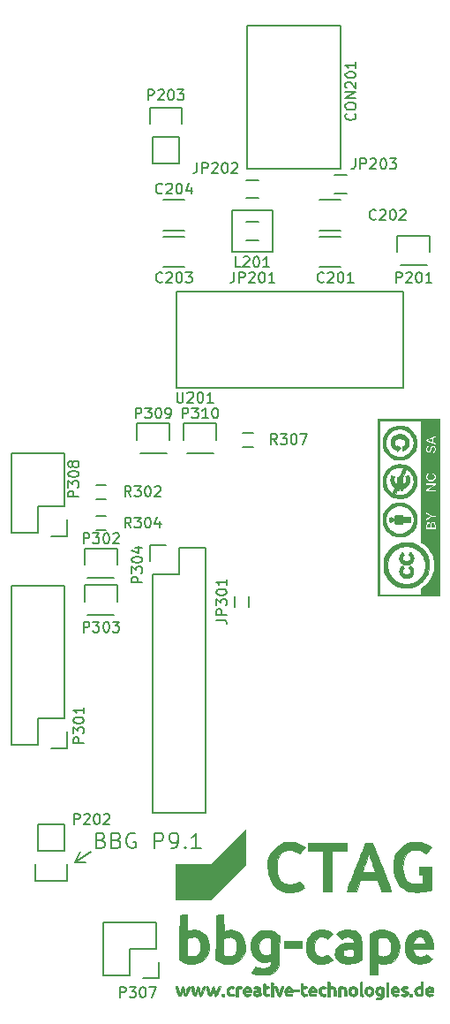
<source format=gto>
G04 #@! TF.FileFunction,Legend,Top*
%FSLAX46Y46*%
G04 Gerber Fmt 4.6, Leading zero omitted, Abs format (unit mm)*
G04 Created by KiCad (PCBNEW 4.0.1-stable) date 13/02/2016 21:15:23*
%MOMM*%
G01*
G04 APERTURE LIST*
%ADD10C,0.100000*%
%ADD11C,0.200000*%
%ADD12C,0.170000*%
%ADD13C,0.150000*%
%ADD14C,0.010000*%
G04 APERTURE END LIST*
D10*
D11*
X104500000Y-107000000D02*
X105500000Y-107000000D01*
X105000000Y-106000000D02*
X104500000Y-107000000D01*
X104500000Y-107000000D02*
X105000000Y-106000000D01*
X106000000Y-106000000D02*
X104500000Y-107000000D01*
D12*
X107000001Y-104892857D02*
X107214287Y-104964286D01*
X107285715Y-105035714D01*
X107357144Y-105178571D01*
X107357144Y-105392857D01*
X107285715Y-105535714D01*
X107214287Y-105607143D01*
X107071429Y-105678571D01*
X106500001Y-105678571D01*
X106500001Y-104178571D01*
X107000001Y-104178571D01*
X107142858Y-104250000D01*
X107214287Y-104321429D01*
X107285715Y-104464286D01*
X107285715Y-104607143D01*
X107214287Y-104750000D01*
X107142858Y-104821429D01*
X107000001Y-104892857D01*
X106500001Y-104892857D01*
X108500001Y-104892857D02*
X108714287Y-104964286D01*
X108785715Y-105035714D01*
X108857144Y-105178571D01*
X108857144Y-105392857D01*
X108785715Y-105535714D01*
X108714287Y-105607143D01*
X108571429Y-105678571D01*
X108000001Y-105678571D01*
X108000001Y-104178571D01*
X108500001Y-104178571D01*
X108642858Y-104250000D01*
X108714287Y-104321429D01*
X108785715Y-104464286D01*
X108785715Y-104607143D01*
X108714287Y-104750000D01*
X108642858Y-104821429D01*
X108500001Y-104892857D01*
X108000001Y-104892857D01*
X110285715Y-104250000D02*
X110142858Y-104178571D01*
X109928572Y-104178571D01*
X109714287Y-104250000D01*
X109571429Y-104392857D01*
X109500001Y-104535714D01*
X109428572Y-104821429D01*
X109428572Y-105035714D01*
X109500001Y-105321429D01*
X109571429Y-105464286D01*
X109714287Y-105607143D01*
X109928572Y-105678571D01*
X110071429Y-105678571D01*
X110285715Y-105607143D01*
X110357144Y-105535714D01*
X110357144Y-105035714D01*
X110071429Y-105035714D01*
X112142858Y-105678571D02*
X112142858Y-104178571D01*
X112714286Y-104178571D01*
X112857144Y-104250000D01*
X112928572Y-104321429D01*
X113000001Y-104464286D01*
X113000001Y-104678571D01*
X112928572Y-104821429D01*
X112857144Y-104892857D01*
X112714286Y-104964286D01*
X112142858Y-104964286D01*
X113714286Y-105678571D02*
X114000001Y-105678571D01*
X114142858Y-105607143D01*
X114214286Y-105535714D01*
X114357144Y-105321429D01*
X114428572Y-105035714D01*
X114428572Y-104464286D01*
X114357144Y-104321429D01*
X114285715Y-104250000D01*
X114142858Y-104178571D01*
X113857144Y-104178571D01*
X113714286Y-104250000D01*
X113642858Y-104321429D01*
X113571429Y-104464286D01*
X113571429Y-104821429D01*
X113642858Y-104964286D01*
X113714286Y-105035714D01*
X113857144Y-105107143D01*
X114142858Y-105107143D01*
X114285715Y-105035714D01*
X114357144Y-104964286D01*
X114428572Y-104821429D01*
X115071429Y-105535714D02*
X115142857Y-105607143D01*
X115071429Y-105678571D01*
X115000000Y-105607143D01*
X115071429Y-105535714D01*
X115071429Y-105678571D01*
X116571429Y-105678571D02*
X115714286Y-105678571D01*
X116142858Y-105678571D02*
X116142858Y-104178571D01*
X116000001Y-104392857D01*
X115857143Y-104535714D01*
X115714286Y-104607143D01*
D13*
X112590000Y-116540000D02*
X112590000Y-118090000D01*
X111040000Y-118090000D02*
X112590000Y-118090000D01*
X112310000Y-115270000D02*
X109770000Y-115270000D01*
X109770000Y-115270000D02*
X109770000Y-117810000D01*
X109770000Y-117810000D02*
X107230000Y-117810000D01*
X107230000Y-117810000D02*
X107230000Y-112730000D01*
X107230000Y-112730000D02*
X112310000Y-112730000D01*
X112310000Y-112730000D02*
X112310000Y-115270000D01*
X98425000Y-80530700D02*
X98425000Y-95770700D01*
X103505000Y-93230700D02*
X103505000Y-80530700D01*
X98425000Y-80530700D02*
X103505000Y-80530700D01*
X98425000Y-95770700D02*
X100965000Y-95770700D01*
X102235000Y-96050700D02*
X103785000Y-96050700D01*
X100965000Y-95770700D02*
X100965000Y-93230700D01*
X100965000Y-93230700D02*
X103505000Y-93230700D01*
X103785000Y-96050700D02*
X103785000Y-94500700D01*
X103492300Y-72910700D02*
X103492300Y-67830700D01*
X103772300Y-75730700D02*
X102222300Y-75730700D01*
X100952300Y-75450700D02*
X100952300Y-72910700D01*
X100952300Y-72910700D02*
X103492300Y-72910700D01*
X103492300Y-67830700D02*
X98412300Y-67830700D01*
X98412300Y-67830700D02*
X98412300Y-72910700D01*
X103772300Y-75730700D02*
X103772300Y-74180700D01*
X98412300Y-75450700D02*
X100952300Y-75450700D01*
X98412300Y-72910700D02*
X98412300Y-75450700D01*
X117020000Y-102250000D02*
X117020000Y-76850000D01*
X111940000Y-79390000D02*
X111940000Y-102250000D01*
X117020000Y-102250000D02*
X111940000Y-102250000D01*
X117020000Y-76850000D02*
X114480000Y-76850000D01*
X113210000Y-76570000D02*
X111660000Y-76570000D01*
X114480000Y-76850000D02*
X114480000Y-79390000D01*
X114480000Y-79390000D02*
X111940000Y-79390000D01*
X111660000Y-76570000D02*
X111660000Y-78120000D01*
X130000000Y-47025000D02*
X128000000Y-47025000D01*
X128000000Y-49975000D02*
X130000000Y-49975000D01*
X130000000Y-43525000D02*
X128000000Y-43525000D01*
X128000000Y-46475000D02*
X130000000Y-46475000D01*
X113000000Y-49975000D02*
X115000000Y-49975000D01*
X115000000Y-47025000D02*
X113000000Y-47025000D01*
X113000000Y-46475000D02*
X115000000Y-46475000D01*
X115000000Y-43525000D02*
X113000000Y-43525000D01*
X125500000Y-26800000D02*
X121000000Y-26800000D01*
X121000000Y-26800000D02*
X121000000Y-40530000D01*
X121000000Y-40530000D02*
X130000000Y-40530000D01*
X130000000Y-40530000D02*
X130000000Y-26800000D01*
X130000000Y-26800000D02*
X125500000Y-26800000D01*
X120950000Y-45645000D02*
X122150000Y-45645000D01*
X122150000Y-47395000D02*
X120950000Y-47395000D01*
X121175000Y-81500000D02*
X121175000Y-82500000D01*
X119825000Y-82500000D02*
X119825000Y-81500000D01*
X123500000Y-48500000D02*
X123500000Y-44500000D01*
X119600000Y-44500000D02*
X119600000Y-48500000D01*
X123500000Y-48500000D02*
X119600000Y-48500000D01*
X119600000Y-44500000D02*
X123500000Y-44500000D01*
X138550000Y-46950000D02*
X138550000Y-48500000D01*
X135450000Y-48500000D02*
X135450000Y-46950000D01*
X135450000Y-46950000D02*
X138550000Y-46950000D01*
X135730000Y-49770000D02*
X138270000Y-49770000D01*
X100965000Y-105943400D02*
X100965000Y-103403400D01*
X100685000Y-108763400D02*
X100685000Y-107213400D01*
X100965000Y-105943400D02*
X103505000Y-105943400D01*
X103785000Y-107213400D02*
X103785000Y-108763400D01*
X103785000Y-108763400D02*
X100685000Y-108763400D01*
X103505000Y-105943400D02*
X103505000Y-103403400D01*
X103505000Y-103403400D02*
X100965000Y-103403400D01*
X108550000Y-76950000D02*
X108550000Y-78500000D01*
X105450000Y-78500000D02*
X105450000Y-76950000D01*
X105450000Y-76950000D02*
X108550000Y-76950000D01*
X105730000Y-79770000D02*
X108270000Y-79770000D01*
X108550000Y-80450000D02*
X108550000Y-82000000D01*
X105450000Y-82000000D02*
X105450000Y-80450000D01*
X105450000Y-80450000D02*
X108550000Y-80450000D01*
X105730000Y-83270000D02*
X108270000Y-83270000D01*
X113550000Y-64950000D02*
X113550000Y-66500000D01*
X110450000Y-66500000D02*
X110450000Y-64950000D01*
X110450000Y-64950000D02*
X113550000Y-64950000D01*
X110730000Y-67770000D02*
X113270000Y-67770000D01*
X118050000Y-64950000D02*
X118050000Y-66500000D01*
X114950000Y-66500000D02*
X114950000Y-64950000D01*
X114950000Y-64950000D02*
X118050000Y-64950000D01*
X115230000Y-67770000D02*
X117770000Y-67770000D01*
X106500000Y-70825000D02*
X107500000Y-70825000D01*
X107500000Y-72175000D02*
X106500000Y-72175000D01*
X106500000Y-73825000D02*
X107500000Y-73825000D01*
X107500000Y-75175000D02*
X106500000Y-75175000D01*
X120600000Y-65825000D02*
X121600000Y-65825000D01*
X121600000Y-67175000D02*
X120600000Y-67175000D01*
X136000000Y-52300000D02*
X114200000Y-52300000D01*
X114200000Y-52300000D02*
X114200000Y-61500000D01*
X114200000Y-61500000D02*
X136000000Y-61500000D01*
X136000000Y-61500000D02*
X136000000Y-52300000D01*
X114480000Y-37480000D02*
X114480000Y-40020000D01*
X114760000Y-34660000D02*
X114760000Y-36210000D01*
X114480000Y-37480000D02*
X111940000Y-37480000D01*
X111660000Y-36210000D02*
X111660000Y-34660000D01*
X111660000Y-34660000D02*
X114760000Y-34660000D01*
X111940000Y-37480000D02*
X111940000Y-40020000D01*
X111940000Y-40020000D02*
X114480000Y-40020000D01*
X122100000Y-43375000D02*
X120900000Y-43375000D01*
X120900000Y-41625000D02*
X122100000Y-41625000D01*
X130600000Y-42875000D02*
X129400000Y-42875000D01*
X129400000Y-41125000D02*
X130600000Y-41125000D01*
D14*
G36*
X133902861Y-118907761D02*
X134019307Y-118946069D01*
X134030562Y-118952888D01*
X134067742Y-118980225D01*
X134092864Y-119013565D01*
X134108291Y-119066379D01*
X134116382Y-119152138D01*
X134119498Y-119284311D01*
X134120000Y-119463273D01*
X134116897Y-119649104D01*
X134108385Y-119809465D01*
X134095655Y-119928380D01*
X134080794Y-119988315D01*
X134002212Y-120066536D01*
X133872979Y-120124201D01*
X133713245Y-120156696D01*
X133543155Y-120159407D01*
X133421500Y-120139273D01*
X133369207Y-120118401D01*
X133365139Y-120080470D01*
X133394790Y-120018200D01*
X133434211Y-119975188D01*
X133505120Y-119957232D01*
X133606921Y-119957086D01*
X133754326Y-119946619D01*
X133855965Y-119904099D01*
X133901016Y-119834599D01*
X133902286Y-119818581D01*
X133875396Y-119788450D01*
X133789680Y-119786099D01*
X133766214Y-119788645D01*
X133619928Y-119776439D01*
X133484211Y-119713884D01*
X133383658Y-119614533D01*
X133357096Y-119563193D01*
X133322445Y-119388840D01*
X133331830Y-119302899D01*
X133546010Y-119302899D01*
X133549141Y-119416522D01*
X133603994Y-119512754D01*
X133702244Y-119572828D01*
X133777343Y-119583714D01*
X133902286Y-119583714D01*
X133902286Y-119347857D01*
X133899353Y-119218191D01*
X133887801Y-119145327D01*
X133863496Y-119113634D01*
X133838786Y-119107701D01*
X133721992Y-119111757D01*
X133641866Y-119151108D01*
X133602929Y-119190647D01*
X133546010Y-119302899D01*
X133331830Y-119302899D01*
X133341607Y-119213374D01*
X133409185Y-119058263D01*
X133511009Y-118950917D01*
X133616743Y-118910064D01*
X133758017Y-118895719D01*
X133902861Y-118907761D01*
X133902861Y-118907761D01*
G37*
X133902861Y-118907761D02*
X134019307Y-118946069D01*
X134030562Y-118952888D01*
X134067742Y-118980225D01*
X134092864Y-119013565D01*
X134108291Y-119066379D01*
X134116382Y-119152138D01*
X134119498Y-119284311D01*
X134120000Y-119463273D01*
X134116897Y-119649104D01*
X134108385Y-119809465D01*
X134095655Y-119928380D01*
X134080794Y-119988315D01*
X134002212Y-120066536D01*
X133872979Y-120124201D01*
X133713245Y-120156696D01*
X133543155Y-120159407D01*
X133421500Y-120139273D01*
X133369207Y-120118401D01*
X133365139Y-120080470D01*
X133394790Y-120018200D01*
X133434211Y-119975188D01*
X133505120Y-119957232D01*
X133606921Y-119957086D01*
X133754326Y-119946619D01*
X133855965Y-119904099D01*
X133901016Y-119834599D01*
X133902286Y-119818581D01*
X133875396Y-119788450D01*
X133789680Y-119786099D01*
X133766214Y-119788645D01*
X133619928Y-119776439D01*
X133484211Y-119713884D01*
X133383658Y-119614533D01*
X133357096Y-119563193D01*
X133322445Y-119388840D01*
X133331830Y-119302899D01*
X133546010Y-119302899D01*
X133549141Y-119416522D01*
X133603994Y-119512754D01*
X133702244Y-119572828D01*
X133777343Y-119583714D01*
X133902286Y-119583714D01*
X133902286Y-119347857D01*
X133899353Y-119218191D01*
X133887801Y-119145327D01*
X133863496Y-119113634D01*
X133838786Y-119107701D01*
X133721992Y-119111757D01*
X133641866Y-119151108D01*
X133602929Y-119190647D01*
X133546010Y-119302899D01*
X133331830Y-119302899D01*
X133341607Y-119213374D01*
X133409185Y-119058263D01*
X133511009Y-118950917D01*
X133616743Y-118910064D01*
X133758017Y-118895719D01*
X133902861Y-118907761D01*
G36*
X118798232Y-119610652D02*
X118807110Y-119679184D01*
X118807429Y-119726558D01*
X118803335Y-119820562D01*
X118780777Y-119862721D01*
X118724341Y-119873698D01*
X118697433Y-119874000D01*
X118611862Y-119858352D01*
X118567563Y-119822211D01*
X118556437Y-119745813D01*
X118559631Y-119686139D01*
X118586473Y-119623127D01*
X118656931Y-119594623D01*
X118689500Y-119590487D01*
X118764553Y-119587460D01*
X118798232Y-119610652D01*
X118798232Y-119610652D01*
G37*
X118798232Y-119610652D02*
X118807110Y-119679184D01*
X118807429Y-119726558D01*
X118803335Y-119820562D01*
X118780777Y-119862721D01*
X118724341Y-119873698D01*
X118697433Y-119874000D01*
X118611862Y-119858352D01*
X118567563Y-119822211D01*
X118556437Y-119745813D01*
X118559631Y-119686139D01*
X118586473Y-119623127D01*
X118656931Y-119594623D01*
X118689500Y-119590487D01*
X118764553Y-119587460D01*
X118798232Y-119610652D01*
G36*
X136795742Y-119588109D02*
X136831878Y-119615239D01*
X136841145Y-119686029D01*
X136841429Y-119728857D01*
X136836942Y-119822021D01*
X136813703Y-119863440D01*
X136757040Y-119873824D01*
X136738619Y-119874000D01*
X136655516Y-119866229D01*
X136611619Y-119849810D01*
X136595015Y-119800013D01*
X136587471Y-119711851D01*
X136587429Y-119704667D01*
X136593465Y-119623555D01*
X136626374Y-119590287D01*
X136708354Y-119583721D01*
X136714429Y-119583714D01*
X136795742Y-119588109D01*
X136795742Y-119588109D01*
G37*
X136795742Y-119588109D02*
X136831878Y-119615239D01*
X136841145Y-119686029D01*
X136841429Y-119728857D01*
X136836942Y-119822021D01*
X136813703Y-119863440D01*
X136757040Y-119873824D01*
X136738619Y-119874000D01*
X136655516Y-119866229D01*
X136611619Y-119849810D01*
X136595015Y-119800013D01*
X136587471Y-119711851D01*
X136587429Y-119704667D01*
X136593465Y-119623555D01*
X136626374Y-119590287D01*
X136708354Y-119583721D01*
X136714429Y-119583714D01*
X136795742Y-119588109D01*
G36*
X114451658Y-119222796D02*
X114490808Y-119361235D01*
X114526699Y-119464401D01*
X114554172Y-119518567D01*
X114564188Y-119522153D01*
X114586920Y-119475824D01*
X114622965Y-119378154D01*
X114665676Y-119247573D01*
X114679405Y-119202714D01*
X114728158Y-119052787D01*
X114768697Y-118960983D01*
X114807944Y-118914450D01*
X114841737Y-118901369D01*
X114881084Y-118903685D01*
X114910885Y-118933318D01*
X114937952Y-119003754D01*
X114969096Y-119128482D01*
X114979152Y-119173512D01*
X115011918Y-119313435D01*
X115042392Y-119428731D01*
X115064954Y-119498457D01*
X115068256Y-119505527D01*
X115092203Y-119498297D01*
X115132935Y-119426320D01*
X115187777Y-119294763D01*
X115213897Y-119224312D01*
X115270228Y-119071820D01*
X115311752Y-118975294D01*
X115347081Y-118922013D01*
X115384826Y-118899254D01*
X115433601Y-118894295D01*
X115437307Y-118894286D01*
X115511800Y-118904805D01*
X115541714Y-118929228D01*
X115527386Y-118988542D01*
X115488143Y-119099457D01*
X115429601Y-119247737D01*
X115357374Y-119419146D01*
X115279297Y-119594597D01*
X115218426Y-119721672D01*
X115173110Y-119794677D01*
X115131779Y-119826851D01*
X115082865Y-119831436D01*
X115073217Y-119830454D01*
X115019834Y-119815704D01*
X114981645Y-119775546D01*
X114948045Y-119693525D01*
X114918208Y-119589923D01*
X114884204Y-119465005D01*
X114856523Y-119365957D01*
X114842260Y-119317780D01*
X114825462Y-119329054D01*
X114793214Y-119396365D01*
X114751566Y-119506440D01*
X114737607Y-119547429D01*
X114688812Y-119686070D01*
X114649819Y-119769483D01*
X114610987Y-119812357D01*
X114562677Y-119829382D01*
X114551566Y-119830915D01*
X114484513Y-119827362D01*
X114437708Y-119785438D01*
X114397133Y-119703915D01*
X114366172Y-119624543D01*
X114322875Y-119505237D01*
X114273129Y-119363288D01*
X114222819Y-119215987D01*
X114177834Y-119080627D01*
X114144059Y-118974499D01*
X114127381Y-118914895D01*
X114126572Y-118909157D01*
X114158397Y-118899103D01*
X114236091Y-118894345D01*
X114246768Y-118894286D01*
X114366965Y-118894286D01*
X114451658Y-119222796D01*
X114451658Y-119222796D01*
G37*
X114451658Y-119222796D02*
X114490808Y-119361235D01*
X114526699Y-119464401D01*
X114554172Y-119518567D01*
X114564188Y-119522153D01*
X114586920Y-119475824D01*
X114622965Y-119378154D01*
X114665676Y-119247573D01*
X114679405Y-119202714D01*
X114728158Y-119052787D01*
X114768697Y-118960983D01*
X114807944Y-118914450D01*
X114841737Y-118901369D01*
X114881084Y-118903685D01*
X114910885Y-118933318D01*
X114937952Y-119003754D01*
X114969096Y-119128482D01*
X114979152Y-119173512D01*
X115011918Y-119313435D01*
X115042392Y-119428731D01*
X115064954Y-119498457D01*
X115068256Y-119505527D01*
X115092203Y-119498297D01*
X115132935Y-119426320D01*
X115187777Y-119294763D01*
X115213897Y-119224312D01*
X115270228Y-119071820D01*
X115311752Y-118975294D01*
X115347081Y-118922013D01*
X115384826Y-118899254D01*
X115433601Y-118894295D01*
X115437307Y-118894286D01*
X115511800Y-118904805D01*
X115541714Y-118929228D01*
X115527386Y-118988542D01*
X115488143Y-119099457D01*
X115429601Y-119247737D01*
X115357374Y-119419146D01*
X115279297Y-119594597D01*
X115218426Y-119721672D01*
X115173110Y-119794677D01*
X115131779Y-119826851D01*
X115082865Y-119831436D01*
X115073217Y-119830454D01*
X115019834Y-119815704D01*
X114981645Y-119775546D01*
X114948045Y-119693525D01*
X114918208Y-119589923D01*
X114884204Y-119465005D01*
X114856523Y-119365957D01*
X114842260Y-119317780D01*
X114825462Y-119329054D01*
X114793214Y-119396365D01*
X114751566Y-119506440D01*
X114737607Y-119547429D01*
X114688812Y-119686070D01*
X114649819Y-119769483D01*
X114610987Y-119812357D01*
X114562677Y-119829382D01*
X114551566Y-119830915D01*
X114484513Y-119827362D01*
X114437708Y-119785438D01*
X114397133Y-119703915D01*
X114366172Y-119624543D01*
X114322875Y-119505237D01*
X114273129Y-119363288D01*
X114222819Y-119215987D01*
X114177834Y-119080627D01*
X114144059Y-118974499D01*
X114127381Y-118914895D01*
X114126572Y-118909157D01*
X114158397Y-118899103D01*
X114236091Y-118894345D01*
X114246768Y-118894286D01*
X114366965Y-118894286D01*
X114451658Y-119222796D01*
G36*
X115902486Y-119202714D02*
X115941771Y-119340295D01*
X115977623Y-119446255D01*
X116004388Y-119504637D01*
X116011787Y-119511143D01*
X116034844Y-119479053D01*
X116070557Y-119394144D01*
X116111929Y-119273455D01*
X116119796Y-119248072D01*
X116160440Y-119114982D01*
X116193718Y-119006476D01*
X116213191Y-118943543D01*
X116214424Y-118939643D01*
X116257897Y-118901976D01*
X116299667Y-118894286D01*
X116340817Y-118907018D01*
X116373459Y-118954591D01*
X116404793Y-119051070D01*
X116427066Y-119143126D01*
X116470260Y-119328885D01*
X116503308Y-119445947D01*
X116532075Y-119496397D01*
X116562425Y-119482322D01*
X116600220Y-119405807D01*
X116651326Y-119268938D01*
X116665949Y-119228108D01*
X116722210Y-119074519D01*
X116763683Y-118977009D01*
X116798838Y-118922913D01*
X116836146Y-118899566D01*
X116884081Y-118894305D01*
X116889251Y-118894286D01*
X116950335Y-118897876D01*
X116981505Y-118917330D01*
X116983495Y-118965677D01*
X116957039Y-119055943D01*
X116906064Y-119192815D01*
X116811798Y-119431191D01*
X116734305Y-119607302D01*
X116669448Y-119728374D01*
X116613093Y-119801636D01*
X116561105Y-119834317D01*
X116537137Y-119837714D01*
X116490444Y-119830282D01*
X116454690Y-119798525D01*
X116421134Y-119728253D01*
X116381036Y-119605275D01*
X116368982Y-119564689D01*
X116288656Y-119291663D01*
X116192100Y-119555617D01*
X116138418Y-119693086D01*
X116095181Y-119775228D01*
X116052623Y-119816418D01*
X116005343Y-119830543D01*
X115947277Y-119827353D01*
X115903219Y-119790373D01*
X115857657Y-119704120D01*
X115841771Y-119667257D01*
X115804345Y-119574197D01*
X115764566Y-119465415D01*
X115717709Y-119327010D01*
X115659048Y-119145080D01*
X115594442Y-118939643D01*
X115614588Y-118905526D01*
X115700643Y-118894286D01*
X115821008Y-118894286D01*
X115902486Y-119202714D01*
X115902486Y-119202714D01*
G37*
X115902486Y-119202714D02*
X115941771Y-119340295D01*
X115977623Y-119446255D01*
X116004388Y-119504637D01*
X116011787Y-119511143D01*
X116034844Y-119479053D01*
X116070557Y-119394144D01*
X116111929Y-119273455D01*
X116119796Y-119248072D01*
X116160440Y-119114982D01*
X116193718Y-119006476D01*
X116213191Y-118943543D01*
X116214424Y-118939643D01*
X116257897Y-118901976D01*
X116299667Y-118894286D01*
X116340817Y-118907018D01*
X116373459Y-118954591D01*
X116404793Y-119051070D01*
X116427066Y-119143126D01*
X116470260Y-119328885D01*
X116503308Y-119445947D01*
X116532075Y-119496397D01*
X116562425Y-119482322D01*
X116600220Y-119405807D01*
X116651326Y-119268938D01*
X116665949Y-119228108D01*
X116722210Y-119074519D01*
X116763683Y-118977009D01*
X116798838Y-118922913D01*
X116836146Y-118899566D01*
X116884081Y-118894305D01*
X116889251Y-118894286D01*
X116950335Y-118897876D01*
X116981505Y-118917330D01*
X116983495Y-118965677D01*
X116957039Y-119055943D01*
X116906064Y-119192815D01*
X116811798Y-119431191D01*
X116734305Y-119607302D01*
X116669448Y-119728374D01*
X116613093Y-119801636D01*
X116561105Y-119834317D01*
X116537137Y-119837714D01*
X116490444Y-119830282D01*
X116454690Y-119798525D01*
X116421134Y-119728253D01*
X116381036Y-119605275D01*
X116368982Y-119564689D01*
X116288656Y-119291663D01*
X116192100Y-119555617D01*
X116138418Y-119693086D01*
X116095181Y-119775228D01*
X116052623Y-119816418D01*
X116005343Y-119830543D01*
X115947277Y-119827353D01*
X115903219Y-119790373D01*
X115857657Y-119704120D01*
X115841771Y-119667257D01*
X115804345Y-119574197D01*
X115764566Y-119465415D01*
X115717709Y-119327010D01*
X115659048Y-119145080D01*
X115594442Y-118939643D01*
X115614588Y-118905526D01*
X115700643Y-118894286D01*
X115821008Y-118894286D01*
X115902486Y-119202714D01*
G36*
X118393659Y-119121072D02*
X118330723Y-119278846D01*
X118255115Y-119458497D01*
X118195917Y-119592786D01*
X118133563Y-119722011D01*
X118085192Y-119796792D01*
X118039628Y-119830757D01*
X117995092Y-119837714D01*
X117941921Y-119828874D01*
X117904284Y-119791519D01*
X117870630Y-119709403D01*
X117846750Y-119629072D01*
X117801089Y-119466775D01*
X117769357Y-119371956D01*
X117743539Y-119342920D01*
X117715622Y-119377972D01*
X117677589Y-119475415D01*
X117638794Y-119585080D01*
X117589470Y-119712907D01*
X117547932Y-119786302D01*
X117502902Y-119820854D01*
X117461221Y-119830521D01*
X117416388Y-119830812D01*
X117380341Y-119811617D01*
X117344885Y-119760956D01*
X117301825Y-119666849D01*
X117242968Y-119517315D01*
X117237849Y-119503950D01*
X117178728Y-119342435D01*
X117127818Y-119190535D01*
X117092629Y-119071243D01*
X117083154Y-119030357D01*
X117070063Y-118941924D01*
X117084809Y-118903618D01*
X117140636Y-118894476D01*
X117169135Y-118894286D01*
X117217106Y-118894956D01*
X117251925Y-118904561D01*
X117279373Y-118934495D01*
X117305230Y-118996152D01*
X117335278Y-119100927D01*
X117375298Y-119260212D01*
X117394664Y-119338786D01*
X117424953Y-119438423D01*
X117454859Y-119500669D01*
X117467993Y-119511143D01*
X117491716Y-119478904D01*
X117529168Y-119392643D01*
X117573892Y-119268047D01*
X117594961Y-119202714D01*
X117646710Y-119047672D01*
X117688344Y-118952151D01*
X117725811Y-118904902D01*
X117758021Y-118894286D01*
X117788916Y-118898835D01*
X117814184Y-118919951D01*
X117838138Y-118968833D01*
X117865093Y-119056683D01*
X117899361Y-119194700D01*
X117937680Y-119360788D01*
X117961499Y-119455375D01*
X117983464Y-119503632D01*
X118008740Y-119500911D01*
X118042489Y-119442567D01*
X118089875Y-119323951D01*
X118143582Y-119175500D01*
X118194255Y-119037267D01*
X118232139Y-118953858D01*
X118267972Y-118911447D01*
X118312493Y-118896207D01*
X118361994Y-118894286D01*
X118480234Y-118894286D01*
X118393659Y-119121072D01*
X118393659Y-119121072D01*
G37*
X118393659Y-119121072D02*
X118330723Y-119278846D01*
X118255115Y-119458497D01*
X118195917Y-119592786D01*
X118133563Y-119722011D01*
X118085192Y-119796792D01*
X118039628Y-119830757D01*
X117995092Y-119837714D01*
X117941921Y-119828874D01*
X117904284Y-119791519D01*
X117870630Y-119709403D01*
X117846750Y-119629072D01*
X117801089Y-119466775D01*
X117769357Y-119371956D01*
X117743539Y-119342920D01*
X117715622Y-119377972D01*
X117677589Y-119475415D01*
X117638794Y-119585080D01*
X117589470Y-119712907D01*
X117547932Y-119786302D01*
X117502902Y-119820854D01*
X117461221Y-119830521D01*
X117416388Y-119830812D01*
X117380341Y-119811617D01*
X117344885Y-119760956D01*
X117301825Y-119666849D01*
X117242968Y-119517315D01*
X117237849Y-119503950D01*
X117178728Y-119342435D01*
X117127818Y-119190535D01*
X117092629Y-119071243D01*
X117083154Y-119030357D01*
X117070063Y-118941924D01*
X117084809Y-118903618D01*
X117140636Y-118894476D01*
X117169135Y-118894286D01*
X117217106Y-118894956D01*
X117251925Y-118904561D01*
X117279373Y-118934495D01*
X117305230Y-118996152D01*
X117335278Y-119100927D01*
X117375298Y-119260212D01*
X117394664Y-119338786D01*
X117424953Y-119438423D01*
X117454859Y-119500669D01*
X117467993Y-119511143D01*
X117491716Y-119478904D01*
X117529168Y-119392643D01*
X117573892Y-119268047D01*
X117594961Y-119202714D01*
X117646710Y-119047672D01*
X117688344Y-118952151D01*
X117725811Y-118904902D01*
X117758021Y-118894286D01*
X117788916Y-118898835D01*
X117814184Y-118919951D01*
X117838138Y-118968833D01*
X117865093Y-119056683D01*
X117899361Y-119194700D01*
X117937680Y-119360788D01*
X117961499Y-119455375D01*
X117983464Y-119503632D01*
X118008740Y-119500911D01*
X118042489Y-119442567D01*
X118089875Y-119323951D01*
X118143582Y-119175500D01*
X118194255Y-119037267D01*
X118232139Y-118953858D01*
X118267972Y-118911447D01*
X118312493Y-118896207D01*
X118361994Y-118894286D01*
X118480234Y-118894286D01*
X118393659Y-119121072D01*
G36*
X119631414Y-118897797D02*
X119729046Y-118950398D01*
X119773331Y-118988969D01*
X119767123Y-119021770D01*
X119712404Y-119070173D01*
X119634563Y-119115559D01*
X119571172Y-119104589D01*
X119567334Y-119102271D01*
X119468850Y-119071912D01*
X119382697Y-119099393D01*
X119314912Y-119170256D01*
X119271534Y-119270042D01*
X119258599Y-119384294D01*
X119282145Y-119498553D01*
X119348210Y-119598360D01*
X119356796Y-119606456D01*
X119421726Y-119648422D01*
X119494342Y-119644219D01*
X119534874Y-119630454D01*
X119623606Y-119609002D01*
X119692276Y-119632716D01*
X119720109Y-119653474D01*
X119798392Y-119716863D01*
X119712122Y-119777289D01*
X119596800Y-119822504D01*
X119450112Y-119833676D01*
X119305003Y-119810398D01*
X119238556Y-119783174D01*
X119128286Y-119684817D01*
X119057574Y-119542558D01*
X119031123Y-119376149D01*
X119053637Y-119205341D01*
X119082698Y-119128680D01*
X119182341Y-118992776D01*
X119318828Y-118905733D01*
X119474430Y-118872443D01*
X119631414Y-118897797D01*
X119631414Y-118897797D01*
G37*
X119631414Y-118897797D02*
X119729046Y-118950398D01*
X119773331Y-118988969D01*
X119767123Y-119021770D01*
X119712404Y-119070173D01*
X119634563Y-119115559D01*
X119571172Y-119104589D01*
X119567334Y-119102271D01*
X119468850Y-119071912D01*
X119382697Y-119099393D01*
X119314912Y-119170256D01*
X119271534Y-119270042D01*
X119258599Y-119384294D01*
X119282145Y-119498553D01*
X119348210Y-119598360D01*
X119356796Y-119606456D01*
X119421726Y-119648422D01*
X119494342Y-119644219D01*
X119534874Y-119630454D01*
X119623606Y-119609002D01*
X119692276Y-119632716D01*
X119720109Y-119653474D01*
X119798392Y-119716863D01*
X119712122Y-119777289D01*
X119596800Y-119822504D01*
X119450112Y-119833676D01*
X119305003Y-119810398D01*
X119238556Y-119783174D01*
X119128286Y-119684817D01*
X119057574Y-119542558D01*
X119031123Y-119376149D01*
X119053637Y-119205341D01*
X119082698Y-119128680D01*
X119182341Y-118992776D01*
X119318828Y-118905733D01*
X119474430Y-118872443D01*
X119631414Y-118897797D01*
G36*
X120279968Y-118894286D02*
X120416156Y-118898962D01*
X120490884Y-118918258D01*
X120514952Y-118960078D01*
X120499159Y-119032325D01*
X120492633Y-119049912D01*
X120457248Y-119082746D01*
X120376406Y-119089887D01*
X120311204Y-119084446D01*
X120150000Y-119066276D01*
X120150000Y-119837714D01*
X119932286Y-119837714D01*
X119932286Y-119388025D01*
X119932545Y-119190403D01*
X119938639Y-119054001D01*
X119958538Y-118967497D01*
X120000214Y-118919572D01*
X120071639Y-118898905D01*
X120180785Y-118894175D01*
X120279968Y-118894286D01*
X120279968Y-118894286D01*
G37*
X120279968Y-118894286D02*
X120416156Y-118898962D01*
X120490884Y-118918258D01*
X120514952Y-118960078D01*
X120499159Y-119032325D01*
X120492633Y-119049912D01*
X120457248Y-119082746D01*
X120376406Y-119089887D01*
X120311204Y-119084446D01*
X120150000Y-119066276D01*
X120150000Y-119837714D01*
X119932286Y-119837714D01*
X119932286Y-119388025D01*
X119932545Y-119190403D01*
X119938639Y-119054001D01*
X119958538Y-118967497D01*
X120000214Y-118919572D01*
X120071639Y-118898905D01*
X120180785Y-118894175D01*
X120279968Y-118894286D01*
G36*
X121164401Y-118910065D02*
X121254289Y-118963956D01*
X121266115Y-118975929D01*
X121361774Y-119118928D01*
X121414443Y-119283636D01*
X121420000Y-119350220D01*
X121416627Y-119394046D01*
X121396641Y-119420290D01*
X121345244Y-119433455D01*
X121247636Y-119438046D01*
X121129714Y-119438572D01*
X120980297Y-119441216D01*
X120890642Y-119450708D01*
X120848083Y-119469386D01*
X120839429Y-119492164D01*
X120867303Y-119548951D01*
X120930357Y-119605334D01*
X121007239Y-119643182D01*
X121081440Y-119637702D01*
X121132517Y-119618839D01*
X121215720Y-119592444D01*
X121272337Y-119607120D01*
X121318433Y-119647449D01*
X121393116Y-119722132D01*
X121281360Y-119779923D01*
X121172109Y-119816884D01*
X121040039Y-119836670D01*
X121007308Y-119837714D01*
X120885446Y-119826246D01*
X120794869Y-119781406D01*
X120736633Y-119729337D01*
X120638152Y-119588116D01*
X120595919Y-119430530D01*
X120604849Y-119270790D01*
X120614595Y-119244624D01*
X120839429Y-119244624D01*
X120870956Y-119272298D01*
X120947594Y-119289643D01*
X121042428Y-119295205D01*
X121128541Y-119287528D01*
X121179017Y-119265158D01*
X121180488Y-119263056D01*
X121176922Y-119210089D01*
X121134377Y-119143681D01*
X121074272Y-119090626D01*
X121030728Y-119075714D01*
X120953903Y-119101764D01*
X120880739Y-119162498D01*
X120840820Y-119231793D01*
X120839429Y-119244624D01*
X120614595Y-119244624D01*
X120659856Y-119123109D01*
X120755853Y-119001698D01*
X120887756Y-118920770D01*
X121035459Y-118894286D01*
X121164401Y-118910065D01*
X121164401Y-118910065D01*
G37*
X121164401Y-118910065D02*
X121254289Y-118963956D01*
X121266115Y-118975929D01*
X121361774Y-119118928D01*
X121414443Y-119283636D01*
X121420000Y-119350220D01*
X121416627Y-119394046D01*
X121396641Y-119420290D01*
X121345244Y-119433455D01*
X121247636Y-119438046D01*
X121129714Y-119438572D01*
X120980297Y-119441216D01*
X120890642Y-119450708D01*
X120848083Y-119469386D01*
X120839429Y-119492164D01*
X120867303Y-119548951D01*
X120930357Y-119605334D01*
X121007239Y-119643182D01*
X121081440Y-119637702D01*
X121132517Y-119618839D01*
X121215720Y-119592444D01*
X121272337Y-119607120D01*
X121318433Y-119647449D01*
X121393116Y-119722132D01*
X121281360Y-119779923D01*
X121172109Y-119816884D01*
X121040039Y-119836670D01*
X121007308Y-119837714D01*
X120885446Y-119826246D01*
X120794869Y-119781406D01*
X120736633Y-119729337D01*
X120638152Y-119588116D01*
X120595919Y-119430530D01*
X120604849Y-119270790D01*
X120614595Y-119244624D01*
X120839429Y-119244624D01*
X120870956Y-119272298D01*
X120947594Y-119289643D01*
X121042428Y-119295205D01*
X121128541Y-119287528D01*
X121179017Y-119265158D01*
X121180488Y-119263056D01*
X121176922Y-119210089D01*
X121134377Y-119143681D01*
X121074272Y-119090626D01*
X121030728Y-119075714D01*
X120953903Y-119101764D01*
X120880739Y-119162498D01*
X120840820Y-119231793D01*
X120839429Y-119244624D01*
X120614595Y-119244624D01*
X120659856Y-119123109D01*
X120755853Y-119001698D01*
X120887756Y-118920770D01*
X121035459Y-118894286D01*
X121164401Y-118910065D01*
G36*
X122086962Y-118912616D02*
X122208898Y-118979688D01*
X122218286Y-118988408D01*
X122262770Y-119039363D01*
X122291106Y-119098534D01*
X122307928Y-119184400D01*
X122317870Y-119315439D01*
X122321579Y-119400326D01*
X122334159Y-119723366D01*
X122223596Y-119780540D01*
X122079119Y-119827052D01*
X121916109Y-119837299D01*
X121763257Y-119812274D01*
X121658865Y-119761027D01*
X121594022Y-119695886D01*
X121570751Y-119619374D01*
X121572329Y-119537868D01*
X121582732Y-119501346D01*
X121791802Y-119501346D01*
X121797270Y-119569248D01*
X121819526Y-119602319D01*
X121904174Y-119651165D01*
X122020369Y-119644733D01*
X122052032Y-119634261D01*
X122096661Y-119584748D01*
X122109429Y-119525404D01*
X122100929Y-119469512D01*
X122061976Y-119444567D01*
X121972390Y-119438589D01*
X121963147Y-119438572D01*
X121849154Y-119455439D01*
X121791802Y-119501346D01*
X121582732Y-119501346D01*
X121612433Y-119397077D01*
X121709098Y-119300426D01*
X121863477Y-119246956D01*
X121930967Y-119238298D01*
X122029917Y-119229594D01*
X122092293Y-119223747D01*
X122101634Y-119222682D01*
X122095212Y-119194239D01*
X122073143Y-119148286D01*
X122007980Y-119093488D01*
X121912132Y-119075535D01*
X121819319Y-119097832D01*
X121789711Y-119119661D01*
X121746018Y-119139645D01*
X121690057Y-119106715D01*
X121666010Y-119083851D01*
X121613308Y-119026279D01*
X121610595Y-118991458D01*
X121656047Y-118951324D01*
X121657342Y-118950345D01*
X121782037Y-118895967D01*
X121934960Y-118884050D01*
X122086962Y-118912616D01*
X122086962Y-118912616D01*
G37*
X122086962Y-118912616D02*
X122208898Y-118979688D01*
X122218286Y-118988408D01*
X122262770Y-119039363D01*
X122291106Y-119098534D01*
X122307928Y-119184400D01*
X122317870Y-119315439D01*
X122321579Y-119400326D01*
X122334159Y-119723366D01*
X122223596Y-119780540D01*
X122079119Y-119827052D01*
X121916109Y-119837299D01*
X121763257Y-119812274D01*
X121658865Y-119761027D01*
X121594022Y-119695886D01*
X121570751Y-119619374D01*
X121572329Y-119537868D01*
X121582732Y-119501346D01*
X121791802Y-119501346D01*
X121797270Y-119569248D01*
X121819526Y-119602319D01*
X121904174Y-119651165D01*
X122020369Y-119644733D01*
X122052032Y-119634261D01*
X122096661Y-119584748D01*
X122109429Y-119525404D01*
X122100929Y-119469512D01*
X122061976Y-119444567D01*
X121972390Y-119438589D01*
X121963147Y-119438572D01*
X121849154Y-119455439D01*
X121791802Y-119501346D01*
X121582732Y-119501346D01*
X121612433Y-119397077D01*
X121709098Y-119300426D01*
X121863477Y-119246956D01*
X121930967Y-119238298D01*
X122029917Y-119229594D01*
X122092293Y-119223747D01*
X122101634Y-119222682D01*
X122095212Y-119194239D01*
X122073143Y-119148286D01*
X122007980Y-119093488D01*
X121912132Y-119075535D01*
X121819319Y-119097832D01*
X121789711Y-119119661D01*
X121746018Y-119139645D01*
X121690057Y-119106715D01*
X121666010Y-119083851D01*
X121613308Y-119026279D01*
X121610595Y-118991458D01*
X121656047Y-118951324D01*
X121657342Y-118950345D01*
X121782037Y-118895967D01*
X121934960Y-118884050D01*
X122086962Y-118912616D01*
G36*
X122759078Y-118661862D02*
X122762572Y-118745261D01*
X122762572Y-118894286D01*
X122944000Y-118894286D01*
X123051739Y-118897302D01*
X123105490Y-118912390D01*
X123123775Y-118948607D01*
X123125429Y-118983012D01*
X123117914Y-119037355D01*
X123082813Y-119065806D01*
X123001292Y-119079269D01*
X122953072Y-119082798D01*
X122780714Y-119093857D01*
X122769962Y-119318705D01*
X122766788Y-119445511D01*
X122776412Y-119521611D01*
X122804688Y-119568539D01*
X122846707Y-119600883D01*
X122938993Y-119638489D01*
X123029391Y-119622024D01*
X123099866Y-119603843D01*
X123133638Y-119632708D01*
X123148057Y-119679383D01*
X123151166Y-119761083D01*
X123105025Y-119810699D01*
X123001420Y-119833768D01*
X122913995Y-119837159D01*
X122791868Y-119824724D01*
X122699330Y-119775662D01*
X122650923Y-119731649D01*
X122544857Y-119625583D01*
X122544857Y-119132934D01*
X122546154Y-118929719D01*
X122550746Y-118788946D01*
X122559688Y-118700519D01*
X122574035Y-118654344D01*
X122594841Y-118640325D01*
X122596318Y-118640286D01*
X122676111Y-118627557D01*
X122705175Y-118618261D01*
X122742156Y-118617314D01*
X122759078Y-118661862D01*
X122759078Y-118661862D01*
G37*
X122759078Y-118661862D02*
X122762572Y-118745261D01*
X122762572Y-118894286D01*
X122944000Y-118894286D01*
X123051739Y-118897302D01*
X123105490Y-118912390D01*
X123123775Y-118948607D01*
X123125429Y-118983012D01*
X123117914Y-119037355D01*
X123082813Y-119065806D01*
X123001292Y-119079269D01*
X122953072Y-119082798D01*
X122780714Y-119093857D01*
X122769962Y-119318705D01*
X122766788Y-119445511D01*
X122776412Y-119521611D01*
X122804688Y-119568539D01*
X122846707Y-119600883D01*
X122938993Y-119638489D01*
X123029391Y-119622024D01*
X123099866Y-119603843D01*
X123133638Y-119632708D01*
X123148057Y-119679383D01*
X123151166Y-119761083D01*
X123105025Y-119810699D01*
X123001420Y-119833768D01*
X122913995Y-119837159D01*
X122791868Y-119824724D01*
X122699330Y-119775662D01*
X122650923Y-119731649D01*
X122544857Y-119625583D01*
X122544857Y-119132934D01*
X122546154Y-118929719D01*
X122550746Y-118788946D01*
X122559688Y-118700519D01*
X122574035Y-118654344D01*
X122594841Y-118640325D01*
X122596318Y-118640286D01*
X122676111Y-118627557D01*
X122705175Y-118618261D01*
X122742156Y-118617314D01*
X122759078Y-118661862D01*
G36*
X123524572Y-119837714D02*
X123306857Y-119837714D01*
X123306857Y-118894286D01*
X123524572Y-118894286D01*
X123524572Y-119837714D01*
X123524572Y-119837714D01*
G37*
X123524572Y-119837714D02*
X123306857Y-119837714D01*
X123306857Y-118894286D01*
X123524572Y-118894286D01*
X123524572Y-119837714D01*
G36*
X124396827Y-118894286D02*
X124472711Y-118900068D01*
X124504286Y-118913969D01*
X124504286Y-118913974D01*
X124493662Y-118953957D01*
X124464596Y-119049389D01*
X124421295Y-119186776D01*
X124367967Y-119352621D01*
X124357226Y-119385688D01*
X124296861Y-119569453D01*
X124252467Y-119695147D01*
X124217821Y-119773795D01*
X124186696Y-119816420D01*
X124152866Y-119834044D01*
X124110106Y-119837691D01*
X124101936Y-119837714D01*
X124033198Y-119828925D01*
X123984368Y-119791167D01*
X123937251Y-119707356D01*
X123918400Y-119665357D01*
X123870114Y-119546993D01*
X123810593Y-119389989D01*
X123751264Y-119224649D01*
X123740562Y-119193643D01*
X123638030Y-118894286D01*
X123754434Y-118894286D01*
X123809281Y-118896870D01*
X123848327Y-118913325D01*
X123880179Y-118956708D01*
X123913442Y-119040076D01*
X123956723Y-119176485D01*
X123970739Y-119222448D01*
X124016658Y-119361517D01*
X124058444Y-119467133D01*
X124090126Y-119525195D01*
X124101571Y-119531493D01*
X124127666Y-119487682D01*
X124159316Y-119397695D01*
X124175181Y-119339403D01*
X124220671Y-119155862D01*
X124253940Y-119031255D01*
X124280663Y-118954185D01*
X124306514Y-118913256D01*
X124337169Y-118897071D01*
X124378303Y-118894234D01*
X124396827Y-118894286D01*
X124396827Y-118894286D01*
G37*
X124396827Y-118894286D02*
X124472711Y-118900068D01*
X124504286Y-118913969D01*
X124504286Y-118913974D01*
X124493662Y-118953957D01*
X124464596Y-119049389D01*
X124421295Y-119186776D01*
X124367967Y-119352621D01*
X124357226Y-119385688D01*
X124296861Y-119569453D01*
X124252467Y-119695147D01*
X124217821Y-119773795D01*
X124186696Y-119816420D01*
X124152866Y-119834044D01*
X124110106Y-119837691D01*
X124101936Y-119837714D01*
X124033198Y-119828925D01*
X123984368Y-119791167D01*
X123937251Y-119707356D01*
X123918400Y-119665357D01*
X123870114Y-119546993D01*
X123810593Y-119389989D01*
X123751264Y-119224649D01*
X123740562Y-119193643D01*
X123638030Y-118894286D01*
X123754434Y-118894286D01*
X123809281Y-118896870D01*
X123848327Y-118913325D01*
X123880179Y-118956708D01*
X123913442Y-119040076D01*
X123956723Y-119176485D01*
X123970739Y-119222448D01*
X124016658Y-119361517D01*
X124058444Y-119467133D01*
X124090126Y-119525195D01*
X124101571Y-119531493D01*
X124127666Y-119487682D01*
X124159316Y-119397695D01*
X124175181Y-119339403D01*
X124220671Y-119155862D01*
X124253940Y-119031255D01*
X124280663Y-118954185D01*
X124306514Y-118913256D01*
X124337169Y-118897071D01*
X124378303Y-118894234D01*
X124396827Y-118894286D01*
G36*
X125171897Y-118920559D02*
X125290335Y-119011195D01*
X125374261Y-119144011D01*
X125410822Y-119304078D01*
X125411429Y-119327913D01*
X125411429Y-119438572D01*
X125121143Y-119438572D01*
X124971725Y-119441216D01*
X124882071Y-119450708D01*
X124839511Y-119469386D01*
X124830857Y-119492164D01*
X124858759Y-119548396D01*
X124925234Y-119607594D01*
X125007650Y-119647481D01*
X125088624Y-119641727D01*
X125131648Y-119627142D01*
X125219219Y-119603667D01*
X125279809Y-119620853D01*
X125310544Y-119645358D01*
X125354962Y-119696517D01*
X125343506Y-119738082D01*
X125323686Y-119759580D01*
X125244563Y-119799664D01*
X125122255Y-119822360D01*
X124984351Y-119826331D01*
X124858438Y-119810242D01*
X124790509Y-119785383D01*
X124690869Y-119689945D01*
X124625427Y-119544504D01*
X124601492Y-119366464D01*
X124601988Y-119336511D01*
X124624730Y-119224355D01*
X124850616Y-119224355D01*
X124852655Y-119263056D01*
X124898197Y-119284608D01*
X124981988Y-119293478D01*
X125077083Y-119290623D01*
X125156537Y-119277004D01*
X125193405Y-119253576D01*
X125193714Y-119250929D01*
X125164482Y-119179521D01*
X125096618Y-119111995D01*
X125019877Y-119076531D01*
X125008719Y-119075714D01*
X124946295Y-119100817D01*
X124886441Y-119158951D01*
X124850616Y-119224355D01*
X124624730Y-119224355D01*
X124638595Y-119155980D01*
X124727681Y-119014438D01*
X124859984Y-118921570D01*
X125026243Y-118887061D01*
X125031802Y-118887029D01*
X125171897Y-118920559D01*
X125171897Y-118920559D01*
G37*
X125171897Y-118920559D02*
X125290335Y-119011195D01*
X125374261Y-119144011D01*
X125410822Y-119304078D01*
X125411429Y-119327913D01*
X125411429Y-119438572D01*
X125121143Y-119438572D01*
X124971725Y-119441216D01*
X124882071Y-119450708D01*
X124839511Y-119469386D01*
X124830857Y-119492164D01*
X124858759Y-119548396D01*
X124925234Y-119607594D01*
X125007650Y-119647481D01*
X125088624Y-119641727D01*
X125131648Y-119627142D01*
X125219219Y-119603667D01*
X125279809Y-119620853D01*
X125310544Y-119645358D01*
X125354962Y-119696517D01*
X125343506Y-119738082D01*
X125323686Y-119759580D01*
X125244563Y-119799664D01*
X125122255Y-119822360D01*
X124984351Y-119826331D01*
X124858438Y-119810242D01*
X124790509Y-119785383D01*
X124690869Y-119689945D01*
X124625427Y-119544504D01*
X124601492Y-119366464D01*
X124601988Y-119336511D01*
X124624730Y-119224355D01*
X124850616Y-119224355D01*
X124852655Y-119263056D01*
X124898197Y-119284608D01*
X124981988Y-119293478D01*
X125077083Y-119290623D01*
X125156537Y-119277004D01*
X125193405Y-119253576D01*
X125193714Y-119250929D01*
X125164482Y-119179521D01*
X125096618Y-119111995D01*
X125019877Y-119076531D01*
X125008719Y-119075714D01*
X124946295Y-119100817D01*
X124886441Y-119158951D01*
X124850616Y-119224355D01*
X124624730Y-119224355D01*
X124638595Y-119155980D01*
X124727681Y-119014438D01*
X124859984Y-118921570D01*
X125026243Y-118887061D01*
X125031802Y-118887029D01*
X125171897Y-118920559D01*
G36*
X126384760Y-118637703D02*
X126391008Y-118716456D01*
X126391143Y-118744911D01*
X126391143Y-118894286D01*
X126572571Y-118894286D01*
X126680248Y-118897227D01*
X126733965Y-118912237D01*
X126752281Y-118948594D01*
X126754000Y-118985000D01*
X126748118Y-119038838D01*
X126718098Y-119065697D01*
X126645383Y-119074855D01*
X126572571Y-119075714D01*
X126391143Y-119075714D01*
X126391143Y-119328438D01*
X126400012Y-119491503D01*
X126431060Y-119591622D01*
X126490950Y-119636741D01*
X126586343Y-119634808D01*
X126637432Y-119622212D01*
X126715809Y-119606730D01*
X126753211Y-119629970D01*
X126770832Y-119682126D01*
X126782995Y-119750733D01*
X126766680Y-119790774D01*
X126707763Y-119812864D01*
X126592119Y-119827619D01*
X126575035Y-119829278D01*
X126460477Y-119835155D01*
X126385042Y-119818038D01*
X126316389Y-119767576D01*
X126283951Y-119736105D01*
X126173429Y-119625583D01*
X126173429Y-119132934D01*
X126175312Y-118953280D01*
X126180476Y-118802882D01*
X126188193Y-118694941D01*
X126197734Y-118642658D01*
X126200643Y-118639790D01*
X126254150Y-118630835D01*
X126309500Y-118617416D01*
X126361217Y-118610353D01*
X126384760Y-118637703D01*
X126384760Y-118637703D01*
G37*
X126384760Y-118637703D02*
X126391008Y-118716456D01*
X126391143Y-118744911D01*
X126391143Y-118894286D01*
X126572571Y-118894286D01*
X126680248Y-118897227D01*
X126733965Y-118912237D01*
X126752281Y-118948594D01*
X126754000Y-118985000D01*
X126748118Y-119038838D01*
X126718098Y-119065697D01*
X126645383Y-119074855D01*
X126572571Y-119075714D01*
X126391143Y-119075714D01*
X126391143Y-119328438D01*
X126400012Y-119491503D01*
X126431060Y-119591622D01*
X126490950Y-119636741D01*
X126586343Y-119634808D01*
X126637432Y-119622212D01*
X126715809Y-119606730D01*
X126753211Y-119629970D01*
X126770832Y-119682126D01*
X126782995Y-119750733D01*
X126766680Y-119790774D01*
X126707763Y-119812864D01*
X126592119Y-119827619D01*
X126575035Y-119829278D01*
X126460477Y-119835155D01*
X126385042Y-119818038D01*
X126316389Y-119767576D01*
X126283951Y-119736105D01*
X126173429Y-119625583D01*
X126173429Y-119132934D01*
X126175312Y-118953280D01*
X126180476Y-118802882D01*
X126188193Y-118694941D01*
X126197734Y-118642658D01*
X126200643Y-118639790D01*
X126254150Y-118630835D01*
X126309500Y-118617416D01*
X126361217Y-118610353D01*
X126384760Y-118637703D01*
G36*
X127457897Y-118920559D02*
X127576335Y-119011195D01*
X127660261Y-119144011D01*
X127696822Y-119304078D01*
X127697429Y-119327913D01*
X127697429Y-119438572D01*
X127407143Y-119438572D01*
X127257725Y-119441216D01*
X127168071Y-119450708D01*
X127125511Y-119469386D01*
X127116857Y-119492164D01*
X127144759Y-119548396D01*
X127211234Y-119607594D01*
X127293650Y-119647481D01*
X127374624Y-119641727D01*
X127417648Y-119627142D01*
X127505219Y-119603667D01*
X127565809Y-119620853D01*
X127596544Y-119645358D01*
X127640962Y-119696517D01*
X127629506Y-119738082D01*
X127609686Y-119759580D01*
X127530563Y-119799664D01*
X127408255Y-119822360D01*
X127270351Y-119826331D01*
X127144438Y-119810242D01*
X127076509Y-119785383D01*
X126976869Y-119689945D01*
X126911427Y-119544504D01*
X126887492Y-119366464D01*
X126887988Y-119336511D01*
X126910730Y-119224355D01*
X127136616Y-119224355D01*
X127138655Y-119263056D01*
X127184197Y-119284608D01*
X127267988Y-119293478D01*
X127363083Y-119290623D01*
X127442537Y-119277004D01*
X127479405Y-119253576D01*
X127479714Y-119250929D01*
X127450482Y-119179521D01*
X127382618Y-119111995D01*
X127305877Y-119076531D01*
X127294719Y-119075714D01*
X127232295Y-119100817D01*
X127172441Y-119158951D01*
X127136616Y-119224355D01*
X126910730Y-119224355D01*
X126924595Y-119155980D01*
X127013681Y-119014438D01*
X127145984Y-118921570D01*
X127312243Y-118887061D01*
X127317802Y-118887029D01*
X127457897Y-118920559D01*
X127457897Y-118920559D01*
G37*
X127457897Y-118920559D02*
X127576335Y-119011195D01*
X127660261Y-119144011D01*
X127696822Y-119304078D01*
X127697429Y-119327913D01*
X127697429Y-119438572D01*
X127407143Y-119438572D01*
X127257725Y-119441216D01*
X127168071Y-119450708D01*
X127125511Y-119469386D01*
X127116857Y-119492164D01*
X127144759Y-119548396D01*
X127211234Y-119607594D01*
X127293650Y-119647481D01*
X127374624Y-119641727D01*
X127417648Y-119627142D01*
X127505219Y-119603667D01*
X127565809Y-119620853D01*
X127596544Y-119645358D01*
X127640962Y-119696517D01*
X127629506Y-119738082D01*
X127609686Y-119759580D01*
X127530563Y-119799664D01*
X127408255Y-119822360D01*
X127270351Y-119826331D01*
X127144438Y-119810242D01*
X127076509Y-119785383D01*
X126976869Y-119689945D01*
X126911427Y-119544504D01*
X126887492Y-119366464D01*
X126887988Y-119336511D01*
X126910730Y-119224355D01*
X127136616Y-119224355D01*
X127138655Y-119263056D01*
X127184197Y-119284608D01*
X127267988Y-119293478D01*
X127363083Y-119290623D01*
X127442537Y-119277004D01*
X127479405Y-119253576D01*
X127479714Y-119250929D01*
X127450482Y-119179521D01*
X127382618Y-119111995D01*
X127305877Y-119076531D01*
X127294719Y-119075714D01*
X127232295Y-119100817D01*
X127172441Y-119158951D01*
X127136616Y-119224355D01*
X126910730Y-119224355D01*
X126924595Y-119155980D01*
X127013681Y-119014438D01*
X127145984Y-118921570D01*
X127312243Y-118887061D01*
X127317802Y-118887029D01*
X127457897Y-118920559D01*
G36*
X128476245Y-118909536D02*
X128558731Y-118951935D01*
X128602459Y-118989879D01*
X128604571Y-118996849D01*
X128572929Y-119059926D01*
X128490130Y-119094262D01*
X128374367Y-119092500D01*
X128370014Y-119091707D01*
X128237401Y-119091281D01*
X128148654Y-119148383D01*
X128103254Y-119263507D01*
X128096571Y-119353481D01*
X128118166Y-119485078D01*
X128174411Y-119586511D01*
X128252498Y-119647318D01*
X128339620Y-119657038D01*
X128415028Y-119613600D01*
X128461414Y-119593612D01*
X128522398Y-119629618D01*
X128531143Y-119637367D01*
X128592218Y-119703400D01*
X128590576Y-119748067D01*
X128523965Y-119790136D01*
X128512150Y-119795604D01*
X128345982Y-119837536D01*
X128178741Y-119821707D01*
X128035304Y-119750748D01*
X128027469Y-119744351D01*
X127918515Y-119614742D01*
X127865689Y-119467851D01*
X127862692Y-119315400D01*
X127903223Y-119169111D01*
X127980979Y-119040705D01*
X128089661Y-118941904D01*
X128222966Y-118884428D01*
X128374594Y-118880000D01*
X128476245Y-118909536D01*
X128476245Y-118909536D01*
G37*
X128476245Y-118909536D02*
X128558731Y-118951935D01*
X128602459Y-118989879D01*
X128604571Y-118996849D01*
X128572929Y-119059926D01*
X128490130Y-119094262D01*
X128374367Y-119092500D01*
X128370014Y-119091707D01*
X128237401Y-119091281D01*
X128148654Y-119148383D01*
X128103254Y-119263507D01*
X128096571Y-119353481D01*
X128118166Y-119485078D01*
X128174411Y-119586511D01*
X128252498Y-119647318D01*
X128339620Y-119657038D01*
X128415028Y-119613600D01*
X128461414Y-119593612D01*
X128522398Y-119629618D01*
X128531143Y-119637367D01*
X128592218Y-119703400D01*
X128590576Y-119748067D01*
X128523965Y-119790136D01*
X128512150Y-119795604D01*
X128345982Y-119837536D01*
X128178741Y-119821707D01*
X128035304Y-119750748D01*
X128027469Y-119744351D01*
X127918515Y-119614742D01*
X127865689Y-119467851D01*
X127862692Y-119315400D01*
X127903223Y-119169111D01*
X127980979Y-119040705D01*
X128089661Y-118941904D01*
X128222966Y-118884428D01*
X128374594Y-118880000D01*
X128476245Y-118909536D01*
G36*
X128919143Y-118461785D02*
X128951651Y-118482052D01*
X128964830Y-118536884D01*
X128967415Y-118643504D01*
X128967429Y-118673548D01*
X128967429Y-118888238D01*
X129132469Y-118888238D01*
X129304122Y-118912724D01*
X129428930Y-118983233D01*
X129499303Y-119095342D01*
X129501654Y-119103388D01*
X129514494Y-119185770D01*
X129524220Y-119316091D01*
X129529153Y-119469737D01*
X129529445Y-119511143D01*
X129529857Y-119819572D01*
X129312143Y-119819572D01*
X129294000Y-119475597D01*
X129284561Y-119315456D01*
X129273693Y-119212858D01*
X129256888Y-119152839D01*
X129229642Y-119120436D01*
X129187445Y-119100684D01*
X129180317Y-119098157D01*
X129091985Y-119074181D01*
X129031841Y-119081418D01*
X128994629Y-119129141D01*
X128975094Y-119226622D01*
X128967979Y-119383134D01*
X128967429Y-119473719D01*
X128967429Y-119837714D01*
X128749714Y-119837714D01*
X128749714Y-118458857D01*
X128858571Y-118458857D01*
X128919143Y-118461785D01*
X128919143Y-118461785D01*
G37*
X128919143Y-118461785D02*
X128951651Y-118482052D01*
X128964830Y-118536884D01*
X128967415Y-118643504D01*
X128967429Y-118673548D01*
X128967429Y-118888238D01*
X129132469Y-118888238D01*
X129304122Y-118912724D01*
X129428930Y-118983233D01*
X129499303Y-119095342D01*
X129501654Y-119103388D01*
X129514494Y-119185770D01*
X129524220Y-119316091D01*
X129529153Y-119469737D01*
X129529445Y-119511143D01*
X129529857Y-119819572D01*
X129312143Y-119819572D01*
X129294000Y-119475597D01*
X129284561Y-119315456D01*
X129273693Y-119212858D01*
X129256888Y-119152839D01*
X129229642Y-119120436D01*
X129187445Y-119100684D01*
X129180317Y-119098157D01*
X129091985Y-119074181D01*
X129031841Y-119081418D01*
X128994629Y-119129141D01*
X128975094Y-119226622D01*
X128967979Y-119383134D01*
X128967429Y-119473719D01*
X128967429Y-119837714D01*
X128749714Y-119837714D01*
X128749714Y-118458857D01*
X128858571Y-118458857D01*
X128919143Y-118461785D01*
G36*
X130297516Y-118907388D02*
X130429996Y-118967972D01*
X130507195Y-119072109D01*
X130517654Y-119103388D01*
X130530494Y-119185770D01*
X130540220Y-119316091D01*
X130545153Y-119469737D01*
X130545445Y-119511143D01*
X130545857Y-119819572D01*
X130328143Y-119819572D01*
X130310000Y-119475597D01*
X130300561Y-119315456D01*
X130289693Y-119212858D01*
X130272888Y-119152839D01*
X130245642Y-119120436D01*
X130203445Y-119100684D01*
X130196317Y-119098157D01*
X130107985Y-119074181D01*
X130047841Y-119081418D01*
X130010629Y-119129141D01*
X129991094Y-119226622D01*
X129983979Y-119383134D01*
X129983429Y-119473719D01*
X129983429Y-119837714D01*
X129765714Y-119837714D01*
X129765714Y-119386588D01*
X129766004Y-119189102D01*
X129772104Y-119052743D01*
X129791859Y-118966094D01*
X129833115Y-118917740D01*
X129903717Y-118896264D01*
X130011511Y-118890251D01*
X130107535Y-118889199D01*
X130297516Y-118907388D01*
X130297516Y-118907388D01*
G37*
X130297516Y-118907388D02*
X130429996Y-118967972D01*
X130507195Y-119072109D01*
X130517654Y-119103388D01*
X130530494Y-119185770D01*
X130540220Y-119316091D01*
X130545153Y-119469737D01*
X130545445Y-119511143D01*
X130545857Y-119819572D01*
X130328143Y-119819572D01*
X130310000Y-119475597D01*
X130300561Y-119315456D01*
X130289693Y-119212858D01*
X130272888Y-119152839D01*
X130245642Y-119120436D01*
X130203445Y-119100684D01*
X130196317Y-119098157D01*
X130107985Y-119074181D01*
X130047841Y-119081418D01*
X130010629Y-119129141D01*
X129991094Y-119226622D01*
X129983979Y-119383134D01*
X129983429Y-119473719D01*
X129983429Y-119837714D01*
X129765714Y-119837714D01*
X129765714Y-119386588D01*
X129766004Y-119189102D01*
X129772104Y-119052743D01*
X129791859Y-118966094D01*
X129833115Y-118917740D01*
X129903717Y-118896264D01*
X130011511Y-118890251D01*
X130107535Y-118889199D01*
X130297516Y-118907388D01*
G36*
X131354954Y-118922683D02*
X131490018Y-119005755D01*
X131576268Y-119140320D01*
X131611202Y-119323197D01*
X131607381Y-119445908D01*
X131562822Y-119624629D01*
X131469603Y-119749962D01*
X131329340Y-119820395D01*
X131189356Y-119836262D01*
X131061950Y-119823822D01*
X130948248Y-119794372D01*
X130918698Y-119781152D01*
X130834593Y-119719778D01*
X130782627Y-119657991D01*
X130755840Y-119560814D01*
X130746528Y-119422557D01*
X130748879Y-119374074D01*
X130963143Y-119374074D01*
X130988272Y-119510035D01*
X131054669Y-119604825D01*
X131148843Y-119649470D01*
X131257307Y-119635000D01*
X131309993Y-119604782D01*
X131355404Y-119550984D01*
X131376610Y-119462526D01*
X131380429Y-119366000D01*
X131372683Y-119239595D01*
X131345246Y-119163149D01*
X131309993Y-119127218D01*
X131197120Y-119078169D01*
X131095630Y-119093936D01*
X131016417Y-119166765D01*
X130970377Y-119288902D01*
X130963143Y-119374074D01*
X130748879Y-119374074D01*
X130753813Y-119272352D01*
X130776813Y-119139331D01*
X130800233Y-119074988D01*
X130870816Y-118975333D01*
X130966565Y-118918629D01*
X131106051Y-118895891D01*
X131173578Y-118894286D01*
X131354954Y-118922683D01*
X131354954Y-118922683D01*
G37*
X131354954Y-118922683D02*
X131490018Y-119005755D01*
X131576268Y-119140320D01*
X131611202Y-119323197D01*
X131607381Y-119445908D01*
X131562822Y-119624629D01*
X131469603Y-119749962D01*
X131329340Y-119820395D01*
X131189356Y-119836262D01*
X131061950Y-119823822D01*
X130948248Y-119794372D01*
X130918698Y-119781152D01*
X130834593Y-119719778D01*
X130782627Y-119657991D01*
X130755840Y-119560814D01*
X130746528Y-119422557D01*
X130748879Y-119374074D01*
X130963143Y-119374074D01*
X130988272Y-119510035D01*
X131054669Y-119604825D01*
X131148843Y-119649470D01*
X131257307Y-119635000D01*
X131309993Y-119604782D01*
X131355404Y-119550984D01*
X131376610Y-119462526D01*
X131380429Y-119366000D01*
X131372683Y-119239595D01*
X131345246Y-119163149D01*
X131309993Y-119127218D01*
X131197120Y-119078169D01*
X131095630Y-119093936D01*
X131016417Y-119166765D01*
X130970377Y-119288902D01*
X130963143Y-119374074D01*
X130748879Y-119374074D01*
X130753813Y-119272352D01*
X130776813Y-119139331D01*
X130800233Y-119074988D01*
X130870816Y-118975333D01*
X130966565Y-118918629D01*
X131106051Y-118895891D01*
X131173578Y-118894286D01*
X131354954Y-118922683D01*
G36*
X132031276Y-118450514D02*
X132038230Y-118491985D01*
X132044169Y-118593244D01*
X132048654Y-118741513D01*
X132051248Y-118924011D01*
X132051714Y-119046615D01*
X132052754Y-119268875D01*
X132056488Y-119428695D01*
X132063838Y-119536184D01*
X132075726Y-119601453D01*
X132093076Y-119634610D01*
X132106143Y-119643164D01*
X132148437Y-119691727D01*
X132160572Y-119750882D01*
X132147100Y-119814337D01*
X132092386Y-119836419D01*
X132057338Y-119837714D01*
X131949908Y-119809225D01*
X131884981Y-119761417D01*
X131859185Y-119726544D01*
X131840681Y-119680048D01*
X131828285Y-119610314D01*
X131820811Y-119505725D01*
X131817075Y-119354667D01*
X131815893Y-119145522D01*
X131815857Y-119083753D01*
X131815857Y-118482386D01*
X131913347Y-118456231D01*
X131991246Y-118443635D01*
X132031276Y-118450514D01*
X132031276Y-118450514D01*
G37*
X132031276Y-118450514D02*
X132038230Y-118491985D01*
X132044169Y-118593244D01*
X132048654Y-118741513D01*
X132051248Y-118924011D01*
X132051714Y-119046615D01*
X132052754Y-119268875D01*
X132056488Y-119428695D01*
X132063838Y-119536184D01*
X132075726Y-119601453D01*
X132093076Y-119634610D01*
X132106143Y-119643164D01*
X132148437Y-119691727D01*
X132160572Y-119750882D01*
X132147100Y-119814337D01*
X132092386Y-119836419D01*
X132057338Y-119837714D01*
X131949908Y-119809225D01*
X131884981Y-119761417D01*
X131859185Y-119726544D01*
X131840681Y-119680048D01*
X131828285Y-119610314D01*
X131820811Y-119505725D01*
X131817075Y-119354667D01*
X131815893Y-119145522D01*
X131815857Y-119083753D01*
X131815857Y-118482386D01*
X131913347Y-118456231D01*
X131991246Y-118443635D01*
X132031276Y-118450514D01*
G36*
X132875383Y-118907539D02*
X132970585Y-118947848D01*
X133077353Y-119057907D01*
X133141860Y-119207389D01*
X133162701Y-119375739D01*
X133138472Y-119542403D01*
X133067770Y-119686827D01*
X133024381Y-119735441D01*
X132942809Y-119799058D01*
X132856077Y-119829502D01*
X132731901Y-119837692D01*
X132721947Y-119837714D01*
X132586737Y-119828828D01*
X132490001Y-119795533D01*
X132419346Y-119745450D01*
X132330335Y-119626833D01*
X132285104Y-119472314D01*
X132283641Y-119369032D01*
X132523429Y-119369032D01*
X132543182Y-119523669D01*
X132603138Y-119618710D01*
X132704343Y-119655661D01*
X132723000Y-119656286D01*
X132815800Y-119632681D01*
X132865551Y-119599266D01*
X132906576Y-119516723D01*
X132922534Y-119396746D01*
X132913626Y-119269930D01*
X132880056Y-119166868D01*
X132862519Y-119142072D01*
X132769613Y-119077932D01*
X132677393Y-119077553D01*
X132597727Y-119132992D01*
X132542484Y-119236305D01*
X132523429Y-119369032D01*
X132283641Y-119369032D01*
X132282707Y-119303140D01*
X132322195Y-119140558D01*
X132402620Y-119005812D01*
X132454489Y-118957995D01*
X132574677Y-118905989D01*
X132725933Y-118888955D01*
X132875383Y-118907539D01*
X132875383Y-118907539D01*
G37*
X132875383Y-118907539D02*
X132970585Y-118947848D01*
X133077353Y-119057907D01*
X133141860Y-119207389D01*
X133162701Y-119375739D01*
X133138472Y-119542403D01*
X133067770Y-119686827D01*
X133024381Y-119735441D01*
X132942809Y-119799058D01*
X132856077Y-119829502D01*
X132731901Y-119837692D01*
X132721947Y-119837714D01*
X132586737Y-119828828D01*
X132490001Y-119795533D01*
X132419346Y-119745450D01*
X132330335Y-119626833D01*
X132285104Y-119472314D01*
X132283641Y-119369032D01*
X132523429Y-119369032D01*
X132543182Y-119523669D01*
X132603138Y-119618710D01*
X132704343Y-119655661D01*
X132723000Y-119656286D01*
X132815800Y-119632681D01*
X132865551Y-119599266D01*
X132906576Y-119516723D01*
X132922534Y-119396746D01*
X132913626Y-119269930D01*
X132880056Y-119166868D01*
X132862519Y-119142072D01*
X132769613Y-119077932D01*
X132677393Y-119077553D01*
X132597727Y-119132992D01*
X132542484Y-119236305D01*
X132523429Y-119369032D01*
X132283641Y-119369032D01*
X132282707Y-119303140D01*
X132322195Y-119140558D01*
X132402620Y-119005812D01*
X132454489Y-118957995D01*
X132574677Y-118905989D01*
X132725933Y-118888955D01*
X132875383Y-118907539D01*
G36*
X134591714Y-119837714D02*
X134374000Y-119837714D01*
X134374000Y-118894286D01*
X134591714Y-118894286D01*
X134591714Y-119837714D01*
X134591714Y-119837714D01*
G37*
X134591714Y-119837714D02*
X134374000Y-119837714D01*
X134374000Y-118894286D01*
X134591714Y-118894286D01*
X134591714Y-119837714D01*
G36*
X135384853Y-118917880D02*
X135507751Y-119005939D01*
X135584022Y-119144464D01*
X135607714Y-119309770D01*
X135607714Y-119438572D01*
X135317429Y-119438572D01*
X135159250Y-119442334D01*
X135066938Y-119456486D01*
X135034046Y-119485327D01*
X135054127Y-119533155D01*
X135099714Y-119583714D01*
X135195266Y-119647217D01*
X135298417Y-119643633D01*
X135359118Y-119617108D01*
X135429172Y-119598851D01*
X135497162Y-119636750D01*
X135504749Y-119643475D01*
X135553422Y-119693176D01*
X135548860Y-119728169D01*
X135497711Y-119773368D01*
X135384190Y-119823461D01*
X135241410Y-119837714D01*
X135112641Y-119827498D01*
X135017484Y-119788126D01*
X134949563Y-119734953D01*
X134878094Y-119658991D01*
X134839284Y-119575626D01*
X134819927Y-119454498D01*
X134817990Y-119432460D01*
X134827262Y-119231949D01*
X134835306Y-119210343D01*
X135064442Y-119210343D01*
X135076389Y-119262780D01*
X135156041Y-119289666D01*
X135226714Y-119293429D01*
X135330011Y-119288030D01*
X135378623Y-119267195D01*
X135390000Y-119228114D01*
X135361493Y-119136447D01*
X135290903Y-119086008D01*
X135200624Y-119084721D01*
X135120449Y-119132735D01*
X135064442Y-119210343D01*
X134835306Y-119210343D01*
X134887402Y-119070424D01*
X134992787Y-118955482D01*
X135137797Y-118894721D01*
X135221489Y-118887029D01*
X135384853Y-118917880D01*
X135384853Y-118917880D01*
G37*
X135384853Y-118917880D02*
X135507751Y-119005939D01*
X135584022Y-119144464D01*
X135607714Y-119309770D01*
X135607714Y-119438572D01*
X135317429Y-119438572D01*
X135159250Y-119442334D01*
X135066938Y-119456486D01*
X135034046Y-119485327D01*
X135054127Y-119533155D01*
X135099714Y-119583714D01*
X135195266Y-119647217D01*
X135298417Y-119643633D01*
X135359118Y-119617108D01*
X135429172Y-119598851D01*
X135497162Y-119636750D01*
X135504749Y-119643475D01*
X135553422Y-119693176D01*
X135548860Y-119728169D01*
X135497711Y-119773368D01*
X135384190Y-119823461D01*
X135241410Y-119837714D01*
X135112641Y-119827498D01*
X135017484Y-119788126D01*
X134949563Y-119734953D01*
X134878094Y-119658991D01*
X134839284Y-119575626D01*
X134819927Y-119454498D01*
X134817990Y-119432460D01*
X134827262Y-119231949D01*
X134835306Y-119210343D01*
X135064442Y-119210343D01*
X135076389Y-119262780D01*
X135156041Y-119289666D01*
X135226714Y-119293429D01*
X135330011Y-119288030D01*
X135378623Y-119267195D01*
X135390000Y-119228114D01*
X135361493Y-119136447D01*
X135290903Y-119086008D01*
X135200624Y-119084721D01*
X135120449Y-119132735D01*
X135064442Y-119210343D01*
X134835306Y-119210343D01*
X134887402Y-119070424D01*
X134992787Y-118955482D01*
X135137797Y-118894721D01*
X135221489Y-118887029D01*
X135384853Y-118917880D01*
G36*
X136292192Y-118901301D02*
X136382461Y-118928233D01*
X136415926Y-118957105D01*
X136406953Y-119004038D01*
X136399296Y-119021508D01*
X136364155Y-119073519D01*
X136306205Y-119096569D01*
X136201677Y-119099636D01*
X136193153Y-119099372D01*
X136089279Y-119100326D01*
X136039327Y-119116763D01*
X136025160Y-119155578D01*
X136025000Y-119163297D01*
X136049563Y-119218032D01*
X136130447Y-119266625D01*
X136192826Y-119290297D01*
X136305254Y-119334798D01*
X136395096Y-119380623D01*
X136419612Y-119397657D01*
X136470770Y-119483642D01*
X136471669Y-119594884D01*
X136424448Y-119706429D01*
X136389507Y-119748650D01*
X136319018Y-119803912D01*
X136233604Y-119830669D01*
X136105003Y-119837714D01*
X136103241Y-119837714D01*
X135938735Y-119822936D01*
X135831390Y-119777138D01*
X135826575Y-119773368D01*
X135772719Y-119724365D01*
X135773595Y-119689209D01*
X135817850Y-119645002D01*
X135883999Y-119602668D01*
X135954966Y-119612052D01*
X135981334Y-119623240D01*
X136087173Y-119647004D01*
X136169878Y-119641452D01*
X136243619Y-119604866D01*
X136251548Y-119553891D01*
X136197204Y-119495512D01*
X136084127Y-119436716D01*
X136061768Y-119428088D01*
X135923396Y-119371858D01*
X135841144Y-119321336D01*
X135801095Y-119263226D01*
X135789331Y-119184231D01*
X135789143Y-119167610D01*
X135821199Y-119043594D01*
X135908565Y-118950494D01*
X136038033Y-118895300D01*
X136196399Y-118885002D01*
X136292192Y-118901301D01*
X136292192Y-118901301D01*
G37*
X136292192Y-118901301D02*
X136382461Y-118928233D01*
X136415926Y-118957105D01*
X136406953Y-119004038D01*
X136399296Y-119021508D01*
X136364155Y-119073519D01*
X136306205Y-119096569D01*
X136201677Y-119099636D01*
X136193153Y-119099372D01*
X136089279Y-119100326D01*
X136039327Y-119116763D01*
X136025160Y-119155578D01*
X136025000Y-119163297D01*
X136049563Y-119218032D01*
X136130447Y-119266625D01*
X136192826Y-119290297D01*
X136305254Y-119334798D01*
X136395096Y-119380623D01*
X136419612Y-119397657D01*
X136470770Y-119483642D01*
X136471669Y-119594884D01*
X136424448Y-119706429D01*
X136389507Y-119748650D01*
X136319018Y-119803912D01*
X136233604Y-119830669D01*
X136105003Y-119837714D01*
X136103241Y-119837714D01*
X135938735Y-119822936D01*
X135831390Y-119777138D01*
X135826575Y-119773368D01*
X135772719Y-119724365D01*
X135773595Y-119689209D01*
X135817850Y-119645002D01*
X135883999Y-119602668D01*
X135954966Y-119612052D01*
X135981334Y-119623240D01*
X136087173Y-119647004D01*
X136169878Y-119641452D01*
X136243619Y-119604866D01*
X136251548Y-119553891D01*
X136197204Y-119495512D01*
X136084127Y-119436716D01*
X136061768Y-119428088D01*
X135923396Y-119371858D01*
X135841144Y-119321336D01*
X135801095Y-119263226D01*
X135789331Y-119184231D01*
X135789143Y-119167610D01*
X135821199Y-119043594D01*
X135908565Y-118950494D01*
X136038033Y-118895300D01*
X136196399Y-118885002D01*
X136292192Y-118901301D01*
G36*
X137893714Y-119726994D02*
X137786659Y-119782354D01*
X137644395Y-119825392D01*
X137477569Y-119832601D01*
X137322331Y-119804082D01*
X137268242Y-119780913D01*
X137151610Y-119677412D01*
X137081265Y-119520770D01*
X137065962Y-119387341D01*
X137279155Y-119387341D01*
X137323639Y-119513361D01*
X137365922Y-119567221D01*
X137448954Y-119636680D01*
X137519521Y-119651884D01*
X137605597Y-119618840D01*
X137605814Y-119618724D01*
X137646765Y-119582995D01*
X137668272Y-119519068D01*
X137675708Y-119407598D01*
X137676000Y-119366000D01*
X137671494Y-119238050D01*
X137654396Y-119162968D01*
X137619332Y-119121407D01*
X137605814Y-119113277D01*
X137492325Y-119078146D01*
X137394257Y-119110187D01*
X137349429Y-119148286D01*
X137287411Y-119256996D01*
X137279155Y-119387341D01*
X137065962Y-119387341D01*
X137059143Y-119327888D01*
X137065718Y-119206360D01*
X137094622Y-119122267D01*
X137159629Y-119040979D01*
X137182514Y-119017657D01*
X137269012Y-118941352D01*
X137349992Y-118904978D01*
X137460522Y-118894507D01*
X137490943Y-118894286D01*
X137676000Y-118894286D01*
X137676000Y-118680690D01*
X137677830Y-118561256D01*
X137689197Y-118495800D01*
X137718916Y-118465732D01*
X137775802Y-118452462D01*
X137784857Y-118451117D01*
X137893714Y-118435140D01*
X137893714Y-119726994D01*
X137893714Y-119726994D01*
G37*
X137893714Y-119726994D02*
X137786659Y-119782354D01*
X137644395Y-119825392D01*
X137477569Y-119832601D01*
X137322331Y-119804082D01*
X137268242Y-119780913D01*
X137151610Y-119677412D01*
X137081265Y-119520770D01*
X137065962Y-119387341D01*
X137279155Y-119387341D01*
X137323639Y-119513361D01*
X137365922Y-119567221D01*
X137448954Y-119636680D01*
X137519521Y-119651884D01*
X137605597Y-119618840D01*
X137605814Y-119618724D01*
X137646765Y-119582995D01*
X137668272Y-119519068D01*
X137675708Y-119407598D01*
X137676000Y-119366000D01*
X137671494Y-119238050D01*
X137654396Y-119162968D01*
X137619332Y-119121407D01*
X137605814Y-119113277D01*
X137492325Y-119078146D01*
X137394257Y-119110187D01*
X137349429Y-119148286D01*
X137287411Y-119256996D01*
X137279155Y-119387341D01*
X137065962Y-119387341D01*
X137059143Y-119327888D01*
X137065718Y-119206360D01*
X137094622Y-119122267D01*
X137159629Y-119040979D01*
X137182514Y-119017657D01*
X137269012Y-118941352D01*
X137349992Y-118904978D01*
X137460522Y-118894507D01*
X137490943Y-118894286D01*
X137676000Y-118894286D01*
X137676000Y-118680690D01*
X137677830Y-118561256D01*
X137689197Y-118495800D01*
X137718916Y-118465732D01*
X137775802Y-118452462D01*
X137784857Y-118451117D01*
X137893714Y-118435140D01*
X137893714Y-119726994D01*
G36*
X138654116Y-118910065D02*
X138744003Y-118963956D01*
X138755829Y-118975929D01*
X138851488Y-119118928D01*
X138904158Y-119283636D01*
X138909714Y-119350220D01*
X138906341Y-119394046D01*
X138886356Y-119420290D01*
X138834958Y-119433455D01*
X138737350Y-119438046D01*
X138619429Y-119438572D01*
X138470011Y-119441216D01*
X138380357Y-119450708D01*
X138337797Y-119469386D01*
X138329143Y-119492164D01*
X138357017Y-119548951D01*
X138420071Y-119605334D01*
X138496954Y-119643182D01*
X138571155Y-119637702D01*
X138622232Y-119618839D01*
X138705435Y-119592444D01*
X138762052Y-119607120D01*
X138808147Y-119647449D01*
X138882830Y-119722132D01*
X138771074Y-119779923D01*
X138661823Y-119816884D01*
X138529753Y-119836670D01*
X138497022Y-119837714D01*
X138375160Y-119826246D01*
X138284584Y-119781406D01*
X138226347Y-119729337D01*
X138127866Y-119588116D01*
X138085634Y-119430530D01*
X138094563Y-119270790D01*
X138104309Y-119244624D01*
X138329143Y-119244624D01*
X138360670Y-119272298D01*
X138437309Y-119289643D01*
X138532142Y-119295205D01*
X138618255Y-119287528D01*
X138668732Y-119265158D01*
X138670203Y-119263056D01*
X138666636Y-119210089D01*
X138624091Y-119143681D01*
X138563987Y-119090626D01*
X138520443Y-119075714D01*
X138443617Y-119101764D01*
X138370453Y-119162498D01*
X138330534Y-119231793D01*
X138329143Y-119244624D01*
X138104309Y-119244624D01*
X138149570Y-119123109D01*
X138245567Y-119001698D01*
X138377470Y-118920770D01*
X138525173Y-118894286D01*
X138654116Y-118910065D01*
X138654116Y-118910065D01*
G37*
X138654116Y-118910065D02*
X138744003Y-118963956D01*
X138755829Y-118975929D01*
X138851488Y-119118928D01*
X138904158Y-119283636D01*
X138909714Y-119350220D01*
X138906341Y-119394046D01*
X138886356Y-119420290D01*
X138834958Y-119433455D01*
X138737350Y-119438046D01*
X138619429Y-119438572D01*
X138470011Y-119441216D01*
X138380357Y-119450708D01*
X138337797Y-119469386D01*
X138329143Y-119492164D01*
X138357017Y-119548951D01*
X138420071Y-119605334D01*
X138496954Y-119643182D01*
X138571155Y-119637702D01*
X138622232Y-119618839D01*
X138705435Y-119592444D01*
X138762052Y-119607120D01*
X138808147Y-119647449D01*
X138882830Y-119722132D01*
X138771074Y-119779923D01*
X138661823Y-119816884D01*
X138529753Y-119836670D01*
X138497022Y-119837714D01*
X138375160Y-119826246D01*
X138284584Y-119781406D01*
X138226347Y-119729337D01*
X138127866Y-119588116D01*
X138085634Y-119430530D01*
X138094563Y-119270790D01*
X138104309Y-119244624D01*
X138329143Y-119244624D01*
X138360670Y-119272298D01*
X138437309Y-119289643D01*
X138532142Y-119295205D01*
X138618255Y-119287528D01*
X138668732Y-119265158D01*
X138670203Y-119263056D01*
X138666636Y-119210089D01*
X138624091Y-119143681D01*
X138563987Y-119090626D01*
X138520443Y-119075714D01*
X138443617Y-119101764D01*
X138370453Y-119162498D01*
X138330534Y-119231793D01*
X138329143Y-119244624D01*
X138104309Y-119244624D01*
X138149570Y-119123109D01*
X138245567Y-119001698D01*
X138377470Y-118920770D01*
X138525173Y-118894286D01*
X138654116Y-118910065D01*
G36*
X126028286Y-119402286D02*
X125520286Y-119402286D01*
X125520286Y-119184572D01*
X126028286Y-119184572D01*
X126028286Y-119402286D01*
X126028286Y-119402286D01*
G37*
X126028286Y-119402286D02*
X125520286Y-119402286D01*
X125520286Y-119184572D01*
X126028286Y-119184572D01*
X126028286Y-119402286D01*
G36*
X123493521Y-118538021D02*
X123520131Y-118572825D01*
X123517799Y-118649357D01*
X123498849Y-118734002D01*
X123450721Y-118770633D01*
X123406643Y-118778768D01*
X123340206Y-118779663D01*
X123312501Y-118748192D01*
X123306860Y-118664653D01*
X123306857Y-118660839D01*
X123312572Y-118574496D01*
X123342249Y-118538655D01*
X123414686Y-118531432D01*
X123418013Y-118531429D01*
X123493521Y-118538021D01*
X123493521Y-118538021D01*
G37*
X123493521Y-118538021D02*
X123520131Y-118572825D01*
X123517799Y-118649357D01*
X123498849Y-118734002D01*
X123450721Y-118770633D01*
X123406643Y-118778768D01*
X123340206Y-118779663D01*
X123312501Y-118748192D01*
X123306860Y-118664653D01*
X123306857Y-118660839D01*
X123312572Y-118574496D01*
X123342249Y-118538655D01*
X123414686Y-118531432D01*
X123418013Y-118531429D01*
X123493521Y-118538021D01*
G36*
X134555994Y-118538509D02*
X134585992Y-118574419D01*
X134591714Y-118658429D01*
X134585646Y-118743755D01*
X134554866Y-118778753D01*
X134482857Y-118785429D01*
X134409720Y-118778349D01*
X134379723Y-118742439D01*
X134374000Y-118658429D01*
X134380068Y-118573102D01*
X134410848Y-118538105D01*
X134482857Y-118531429D01*
X134555994Y-118538509D01*
X134555994Y-118538509D01*
G37*
X134555994Y-118538509D02*
X134585992Y-118574419D01*
X134591714Y-118658429D01*
X134585646Y-118743755D01*
X134554866Y-118778753D01*
X134482857Y-118785429D01*
X134409720Y-118778349D01*
X134379723Y-118742439D01*
X134374000Y-118658429D01*
X134380068Y-118573102D01*
X134410848Y-118538105D01*
X134482857Y-118531429D01*
X134555994Y-118538509D01*
G36*
X123085720Y-113506748D02*
X123226248Y-113511163D01*
X123328097Y-113521714D01*
X123408212Y-113541013D01*
X123483537Y-113571672D01*
X123556604Y-113608696D01*
X123693719Y-113693013D01*
X123841077Y-113801844D01*
X123930463Y-113878538D01*
X124109003Y-114045542D01*
X124098002Y-115444842D01*
X124087000Y-116844143D01*
X123992617Y-117045370D01*
X123843254Y-117296729D01*
X123654247Y-117492403D01*
X123418995Y-117637412D01*
X123130896Y-117736776D01*
X123063032Y-117752320D01*
X122874188Y-117779930D01*
X122641295Y-117795701D01*
X122391965Y-117799241D01*
X122153812Y-117790157D01*
X121954543Y-117768073D01*
X121808016Y-117731867D01*
X121657400Y-117677775D01*
X121621928Y-117661712D01*
X121462341Y-117584457D01*
X121620935Y-117305015D01*
X121696643Y-117181036D01*
X121764409Y-117086820D01*
X121813599Y-117036491D01*
X121826550Y-117031880D01*
X121882956Y-117042438D01*
X121988894Y-117064552D01*
X122123111Y-117093767D01*
X122145714Y-117098785D01*
X122427561Y-117140282D01*
X122685308Y-117136645D01*
X122909425Y-117089882D01*
X123090386Y-117002002D01*
X123218663Y-116875014D01*
X123220534Y-116872225D01*
X123266067Y-116785381D01*
X123306375Y-116678456D01*
X123334316Y-116575597D01*
X123342748Y-116500953D01*
X123336362Y-116480553D01*
X123298143Y-116483003D01*
X123211212Y-116501222D01*
X123125380Y-116523043D01*
X122828745Y-116568600D01*
X122528688Y-116551176D01*
X122238501Y-116475275D01*
X121971478Y-116345404D01*
X121740912Y-116166067D01*
X121603920Y-116007425D01*
X121485049Y-115790185D01*
X121400217Y-115526934D01*
X121352050Y-115237078D01*
X121344513Y-114984862D01*
X122129738Y-114984862D01*
X122135119Y-115229325D01*
X122189995Y-115447606D01*
X122289530Y-115631868D01*
X122428886Y-115774275D01*
X122603224Y-115866989D01*
X122807707Y-115902174D01*
X122904394Y-115897589D01*
X123042929Y-115873760D01*
X123172608Y-115837782D01*
X123221894Y-115818093D01*
X123343143Y-115760273D01*
X123343143Y-115042116D01*
X123342886Y-114796872D01*
X123341400Y-114614078D01*
X123337612Y-114483612D01*
X123330451Y-114395354D01*
X123318843Y-114339181D01*
X123301717Y-114304973D01*
X123278000Y-114282607D01*
X123261500Y-114271521D01*
X123128485Y-114217604D01*
X122957876Y-114191508D01*
X122780303Y-114196307D01*
X122688044Y-114213956D01*
X122521146Y-114291163D01*
X122365726Y-114419805D01*
X122242392Y-114579324D01*
X122178692Y-114722052D01*
X122129738Y-114984862D01*
X121344513Y-114984862D01*
X121343173Y-114940025D01*
X121376213Y-114655185D01*
X121405060Y-114537515D01*
X121524368Y-114253573D01*
X121703569Y-113995425D01*
X121931037Y-113776543D01*
X122195145Y-113610402D01*
X122211930Y-113602392D01*
X122303173Y-113562209D01*
X122385928Y-113535000D01*
X122477731Y-113518266D01*
X122596119Y-113509510D01*
X122758629Y-113506233D01*
X122889572Y-113505857D01*
X123085720Y-113506748D01*
X123085720Y-113506748D01*
G37*
X123085720Y-113506748D02*
X123226248Y-113511163D01*
X123328097Y-113521714D01*
X123408212Y-113541013D01*
X123483537Y-113571672D01*
X123556604Y-113608696D01*
X123693719Y-113693013D01*
X123841077Y-113801844D01*
X123930463Y-113878538D01*
X124109003Y-114045542D01*
X124098002Y-115444842D01*
X124087000Y-116844143D01*
X123992617Y-117045370D01*
X123843254Y-117296729D01*
X123654247Y-117492403D01*
X123418995Y-117637412D01*
X123130896Y-117736776D01*
X123063032Y-117752320D01*
X122874188Y-117779930D01*
X122641295Y-117795701D01*
X122391965Y-117799241D01*
X122153812Y-117790157D01*
X121954543Y-117768073D01*
X121808016Y-117731867D01*
X121657400Y-117677775D01*
X121621928Y-117661712D01*
X121462341Y-117584457D01*
X121620935Y-117305015D01*
X121696643Y-117181036D01*
X121764409Y-117086820D01*
X121813599Y-117036491D01*
X121826550Y-117031880D01*
X121882956Y-117042438D01*
X121988894Y-117064552D01*
X122123111Y-117093767D01*
X122145714Y-117098785D01*
X122427561Y-117140282D01*
X122685308Y-117136645D01*
X122909425Y-117089882D01*
X123090386Y-117002002D01*
X123218663Y-116875014D01*
X123220534Y-116872225D01*
X123266067Y-116785381D01*
X123306375Y-116678456D01*
X123334316Y-116575597D01*
X123342748Y-116500953D01*
X123336362Y-116480553D01*
X123298143Y-116483003D01*
X123211212Y-116501222D01*
X123125380Y-116523043D01*
X122828745Y-116568600D01*
X122528688Y-116551176D01*
X122238501Y-116475275D01*
X121971478Y-116345404D01*
X121740912Y-116166067D01*
X121603920Y-116007425D01*
X121485049Y-115790185D01*
X121400217Y-115526934D01*
X121352050Y-115237078D01*
X121344513Y-114984862D01*
X122129738Y-114984862D01*
X122135119Y-115229325D01*
X122189995Y-115447606D01*
X122289530Y-115631868D01*
X122428886Y-115774275D01*
X122603224Y-115866989D01*
X122807707Y-115902174D01*
X122904394Y-115897589D01*
X123042929Y-115873760D01*
X123172608Y-115837782D01*
X123221894Y-115818093D01*
X123343143Y-115760273D01*
X123343143Y-115042116D01*
X123342886Y-114796872D01*
X123341400Y-114614078D01*
X123337612Y-114483612D01*
X123330451Y-114395354D01*
X123318843Y-114339181D01*
X123301717Y-114304973D01*
X123278000Y-114282607D01*
X123261500Y-114271521D01*
X123128485Y-114217604D01*
X122957876Y-114191508D01*
X122780303Y-114196307D01*
X122688044Y-114213956D01*
X122521146Y-114291163D01*
X122365726Y-114419805D01*
X122242392Y-114579324D01*
X122178692Y-114722052D01*
X122129738Y-114984862D01*
X121344513Y-114984862D01*
X121343173Y-114940025D01*
X121376213Y-114655185D01*
X121405060Y-114537515D01*
X121524368Y-114253573D01*
X121703569Y-113995425D01*
X121931037Y-113776543D01*
X122195145Y-113610402D01*
X122211930Y-113602392D01*
X122303173Y-113562209D01*
X122385928Y-113535000D01*
X122477731Y-113518266D01*
X122596119Y-113509510D01*
X122758629Y-113506233D01*
X122889572Y-113505857D01*
X123085720Y-113506748D01*
G36*
X134275230Y-113485563D02*
X134611716Y-113569187D01*
X134907032Y-113709213D01*
X135157507Y-113899908D01*
X135359467Y-114135541D01*
X135509239Y-114410380D01*
X135603151Y-114718692D01*
X135637530Y-115054745D01*
X135608703Y-115412807D01*
X135585619Y-115530694D01*
X135484509Y-115847204D01*
X135333955Y-116127583D01*
X135140660Y-116363293D01*
X134911326Y-116545800D01*
X134709522Y-116646580D01*
X134525067Y-116696844D01*
X134310242Y-116724259D01*
X134090128Y-116728270D01*
X133889804Y-116708321D01*
X133743640Y-116667948D01*
X133653795Y-116631052D01*
X133597034Y-116610095D01*
X133589426Y-116608286D01*
X133584796Y-116642547D01*
X133580834Y-116737234D01*
X133577827Y-116880202D01*
X133576061Y-117059306D01*
X133575714Y-117188857D01*
X133575714Y-117769429D01*
X132813714Y-117769429D01*
X132813714Y-114255343D01*
X133575714Y-114255343D01*
X133575714Y-115886120D01*
X133729929Y-115957989D01*
X133887694Y-116006105D01*
X134074227Y-116025211D01*
X134264500Y-116016239D01*
X134433483Y-115980123D01*
X134543243Y-115927676D01*
X134628163Y-115845108D01*
X134711577Y-115729911D01*
X134742814Y-115673676D01*
X134782662Y-115582305D01*
X134807890Y-115490311D01*
X134821633Y-115377239D01*
X134827026Y-115222631D01*
X134827572Y-115120572D01*
X134825238Y-114936877D01*
X134816348Y-114806633D01*
X134798071Y-114710815D01*
X134767575Y-114630398D01*
X134749252Y-114594429D01*
X134626349Y-114416465D01*
X134477573Y-114279463D01*
X134355857Y-114212611D01*
X134224186Y-114182924D01*
X134054150Y-114171977D01*
X133877497Y-114179769D01*
X133725974Y-114206301D01*
X133705182Y-114212614D01*
X133575714Y-114255343D01*
X132813714Y-114255343D01*
X132813714Y-113895471D01*
X132941242Y-113798201D01*
X133196987Y-113644731D01*
X133494439Y-113536128D01*
X133815109Y-113476726D01*
X134140507Y-113470857D01*
X134275230Y-113485563D01*
X134275230Y-113485563D01*
G37*
X134275230Y-113485563D02*
X134611716Y-113569187D01*
X134907032Y-113709213D01*
X135157507Y-113899908D01*
X135359467Y-114135541D01*
X135509239Y-114410380D01*
X135603151Y-114718692D01*
X135637530Y-115054745D01*
X135608703Y-115412807D01*
X135585619Y-115530694D01*
X135484509Y-115847204D01*
X135333955Y-116127583D01*
X135140660Y-116363293D01*
X134911326Y-116545800D01*
X134709522Y-116646580D01*
X134525067Y-116696844D01*
X134310242Y-116724259D01*
X134090128Y-116728270D01*
X133889804Y-116708321D01*
X133743640Y-116667948D01*
X133653795Y-116631052D01*
X133597034Y-116610095D01*
X133589426Y-116608286D01*
X133584796Y-116642547D01*
X133580834Y-116737234D01*
X133577827Y-116880202D01*
X133576061Y-117059306D01*
X133575714Y-117188857D01*
X133575714Y-117769429D01*
X132813714Y-117769429D01*
X132813714Y-114255343D01*
X133575714Y-114255343D01*
X133575714Y-115886120D01*
X133729929Y-115957989D01*
X133887694Y-116006105D01*
X134074227Y-116025211D01*
X134264500Y-116016239D01*
X134433483Y-115980123D01*
X134543243Y-115927676D01*
X134628163Y-115845108D01*
X134711577Y-115729911D01*
X134742814Y-115673676D01*
X134782662Y-115582305D01*
X134807890Y-115490311D01*
X134821633Y-115377239D01*
X134827026Y-115222631D01*
X134827572Y-115120572D01*
X134825238Y-114936877D01*
X134816348Y-114806633D01*
X134798071Y-114710815D01*
X134767575Y-114630398D01*
X134749252Y-114594429D01*
X134626349Y-114416465D01*
X134477573Y-114279463D01*
X134355857Y-114212611D01*
X134224186Y-114182924D01*
X134054150Y-114171977D01*
X133877497Y-114179769D01*
X133725974Y-114206301D01*
X133705182Y-114212614D01*
X133575714Y-114255343D01*
X132813714Y-114255343D01*
X132813714Y-113895471D01*
X132941242Y-113798201D01*
X133196987Y-113644731D01*
X133494439Y-113536128D01*
X133815109Y-113476726D01*
X134140507Y-113470857D01*
X134275230Y-113485563D01*
G36*
X115268326Y-112000150D02*
X115275273Y-112096304D01*
X115280996Y-112244614D01*
X115285156Y-112434872D01*
X115287409Y-112656873D01*
X115287714Y-112778533D01*
X115287714Y-113593352D01*
X115441929Y-113534378D01*
X115597099Y-113496370D01*
X115811565Y-113476406D01*
X115926996Y-113473673D01*
X116091135Y-113474957D01*
X116210294Y-113484924D01*
X116312017Y-113509675D01*
X116423850Y-113555308D01*
X116532821Y-113607842D01*
X116800381Y-113775210D01*
X117013040Y-113987129D01*
X117173306Y-114246971D01*
X117283687Y-114558107D01*
X117303740Y-114644101D01*
X117349705Y-115003636D01*
X117335359Y-115348750D01*
X117263933Y-115671844D01*
X117138656Y-115965322D01*
X116962760Y-116221585D01*
X116739476Y-116433036D01*
X116476167Y-116590202D01*
X116192620Y-116689314D01*
X115885103Y-116736389D01*
X115541439Y-116732800D01*
X115370863Y-116714906D01*
X115057415Y-116639888D01*
X114776468Y-116502023D01*
X114667681Y-116424342D01*
X114525132Y-116311441D01*
X114533957Y-114323959D01*
X115287714Y-114323959D01*
X115287714Y-115944645D01*
X115405643Y-115982475D01*
X115533789Y-116008572D01*
X115695814Y-116021459D01*
X115863012Y-116020845D01*
X116006677Y-116006438D01*
X116074566Y-115989268D01*
X116214899Y-115906259D01*
X116349666Y-115774994D01*
X116458371Y-115618237D01*
X116506754Y-115509274D01*
X116543023Y-115338354D01*
X116556406Y-115131992D01*
X116548160Y-114915053D01*
X116519541Y-114712405D01*
X116471804Y-114548913D01*
X116456586Y-114516216D01*
X116328468Y-114335495D01*
X116163758Y-114217095D01*
X115961798Y-114160726D01*
X115721926Y-114166099D01*
X115676367Y-114173301D01*
X115543368Y-114203486D01*
X115428132Y-114241217D01*
X115373502Y-114267748D01*
X115287714Y-114323959D01*
X114533957Y-114323959D01*
X114534495Y-114202925D01*
X114543857Y-112094409D01*
X114888571Y-112031706D01*
X115039443Y-112004488D01*
X115162869Y-111982643D01*
X115241816Y-111969163D01*
X115260500Y-111966359D01*
X115268326Y-112000150D01*
X115268326Y-112000150D01*
G37*
X115268326Y-112000150D02*
X115275273Y-112096304D01*
X115280996Y-112244614D01*
X115285156Y-112434872D01*
X115287409Y-112656873D01*
X115287714Y-112778533D01*
X115287714Y-113593352D01*
X115441929Y-113534378D01*
X115597099Y-113496370D01*
X115811565Y-113476406D01*
X115926996Y-113473673D01*
X116091135Y-113474957D01*
X116210294Y-113484924D01*
X116312017Y-113509675D01*
X116423850Y-113555308D01*
X116532821Y-113607842D01*
X116800381Y-113775210D01*
X117013040Y-113987129D01*
X117173306Y-114246971D01*
X117283687Y-114558107D01*
X117303740Y-114644101D01*
X117349705Y-115003636D01*
X117335359Y-115348750D01*
X117263933Y-115671844D01*
X117138656Y-115965322D01*
X116962760Y-116221585D01*
X116739476Y-116433036D01*
X116476167Y-116590202D01*
X116192620Y-116689314D01*
X115885103Y-116736389D01*
X115541439Y-116732800D01*
X115370863Y-116714906D01*
X115057415Y-116639888D01*
X114776468Y-116502023D01*
X114667681Y-116424342D01*
X114525132Y-116311441D01*
X114533957Y-114323959D01*
X115287714Y-114323959D01*
X115287714Y-115944645D01*
X115405643Y-115982475D01*
X115533789Y-116008572D01*
X115695814Y-116021459D01*
X115863012Y-116020845D01*
X116006677Y-116006438D01*
X116074566Y-115989268D01*
X116214899Y-115906259D01*
X116349666Y-115774994D01*
X116458371Y-115618237D01*
X116506754Y-115509274D01*
X116543023Y-115338354D01*
X116556406Y-115131992D01*
X116548160Y-114915053D01*
X116519541Y-114712405D01*
X116471804Y-114548913D01*
X116456586Y-114516216D01*
X116328468Y-114335495D01*
X116163758Y-114217095D01*
X115961798Y-114160726D01*
X115721926Y-114166099D01*
X115676367Y-114173301D01*
X115543368Y-114203486D01*
X115428132Y-114241217D01*
X115373502Y-114267748D01*
X115287714Y-114323959D01*
X114533957Y-114323959D01*
X114534495Y-114202925D01*
X114543857Y-112094409D01*
X114888571Y-112031706D01*
X115039443Y-112004488D01*
X115162869Y-111982643D01*
X115241816Y-111969163D01*
X115260500Y-111966359D01*
X115268326Y-112000150D01*
G36*
X118751730Y-112000158D02*
X118758658Y-112096355D01*
X118764375Y-112244775D01*
X118768541Y-112435245D01*
X118770818Y-112657593D01*
X118771143Y-112784025D01*
X118771462Y-113048304D01*
X118772869Y-113248431D01*
X118776038Y-113392823D01*
X118781644Y-113489900D01*
X118790361Y-113548080D01*
X118802862Y-113575780D01*
X118819823Y-113581419D01*
X118834643Y-113576778D01*
X119133533Y-113485147D01*
X119440953Y-113461424D01*
X119745390Y-113503767D01*
X120035328Y-113610335D01*
X120299253Y-113779288D01*
X120345580Y-113818353D01*
X120479782Y-113968128D01*
X120606743Y-114166305D01*
X120713754Y-114388922D01*
X120788103Y-114612019D01*
X120803187Y-114681024D01*
X120841813Y-115051933D01*
X120819054Y-115400486D01*
X120738450Y-115721017D01*
X120603540Y-116007856D01*
X120417862Y-116255334D01*
X120184955Y-116457784D01*
X119908360Y-116609537D01*
X119591614Y-116704925D01*
X119533143Y-116715268D01*
X119376937Y-116737241D01*
X119245460Y-116746414D01*
X119110784Y-116742775D01*
X118944984Y-116726308D01*
X118854291Y-116714906D01*
X118566386Y-116648533D01*
X118300869Y-116523355D01*
X118163065Y-116430966D01*
X118008559Y-116317122D01*
X118017397Y-114323959D01*
X118771143Y-114323959D01*
X118771143Y-115922361D01*
X118889072Y-115973617D01*
X119019300Y-116007994D01*
X119188339Y-116023600D01*
X119365283Y-116020223D01*
X119519225Y-115997650D01*
X119579666Y-115978366D01*
X119764570Y-115866845D01*
X119900241Y-115707639D01*
X119988701Y-115497274D01*
X120031974Y-115232275D01*
X120034164Y-115197785D01*
X120029900Y-114882666D01*
X119979771Y-114623539D01*
X119883828Y-114420503D01*
X119742119Y-114273662D01*
X119554695Y-114183115D01*
X119536650Y-114178016D01*
X119382243Y-114158235D01*
X119201556Y-114166803D01*
X119024685Y-114199746D01*
X118881726Y-114253092D01*
X118856931Y-114267748D01*
X118771143Y-114323959D01*
X118017397Y-114323959D01*
X118017922Y-114205765D01*
X118027286Y-112094409D01*
X118372000Y-112031706D01*
X118522871Y-112004488D01*
X118646298Y-111982643D01*
X118725244Y-111969163D01*
X118743929Y-111966359D01*
X118751730Y-112000158D01*
X118751730Y-112000158D01*
G37*
X118751730Y-112000158D02*
X118758658Y-112096355D01*
X118764375Y-112244775D01*
X118768541Y-112435245D01*
X118770818Y-112657593D01*
X118771143Y-112784025D01*
X118771462Y-113048304D01*
X118772869Y-113248431D01*
X118776038Y-113392823D01*
X118781644Y-113489900D01*
X118790361Y-113548080D01*
X118802862Y-113575780D01*
X118819823Y-113581419D01*
X118834643Y-113576778D01*
X119133533Y-113485147D01*
X119440953Y-113461424D01*
X119745390Y-113503767D01*
X120035328Y-113610335D01*
X120299253Y-113779288D01*
X120345580Y-113818353D01*
X120479782Y-113968128D01*
X120606743Y-114166305D01*
X120713754Y-114388922D01*
X120788103Y-114612019D01*
X120803187Y-114681024D01*
X120841813Y-115051933D01*
X120819054Y-115400486D01*
X120738450Y-115721017D01*
X120603540Y-116007856D01*
X120417862Y-116255334D01*
X120184955Y-116457784D01*
X119908360Y-116609537D01*
X119591614Y-116704925D01*
X119533143Y-116715268D01*
X119376937Y-116737241D01*
X119245460Y-116746414D01*
X119110784Y-116742775D01*
X118944984Y-116726308D01*
X118854291Y-116714906D01*
X118566386Y-116648533D01*
X118300869Y-116523355D01*
X118163065Y-116430966D01*
X118008559Y-116317122D01*
X118017397Y-114323959D01*
X118771143Y-114323959D01*
X118771143Y-115922361D01*
X118889072Y-115973617D01*
X119019300Y-116007994D01*
X119188339Y-116023600D01*
X119365283Y-116020223D01*
X119519225Y-115997650D01*
X119579666Y-115978366D01*
X119764570Y-115866845D01*
X119900241Y-115707639D01*
X119988701Y-115497274D01*
X120031974Y-115232275D01*
X120034164Y-115197785D01*
X120029900Y-114882666D01*
X119979771Y-114623539D01*
X119883828Y-114420503D01*
X119742119Y-114273662D01*
X119554695Y-114183115D01*
X119536650Y-114178016D01*
X119382243Y-114158235D01*
X119201556Y-114166803D01*
X119024685Y-114199746D01*
X118881726Y-114253092D01*
X118856931Y-114267748D01*
X118771143Y-114323959D01*
X118017397Y-114323959D01*
X118017922Y-114205765D01*
X118027286Y-112094409D01*
X118372000Y-112031706D01*
X118522871Y-112004488D01*
X118646298Y-111982643D01*
X118725244Y-111969163D01*
X118743929Y-111966359D01*
X118751730Y-112000158D01*
G36*
X128397258Y-113468759D02*
X128671413Y-113529177D01*
X128934962Y-113648913D01*
X129055404Y-113723343D01*
X129164640Y-113799776D01*
X129219490Y-113850831D01*
X129228829Y-113886694D01*
X129214910Y-113906482D01*
X129166165Y-113950451D01*
X129078756Y-114027314D01*
X128969074Y-114122688D01*
X128934175Y-114152847D01*
X128701351Y-114353748D01*
X128535032Y-114238231D01*
X128416980Y-114166173D01*
X128310808Y-114132489D01*
X128176535Y-114124794D01*
X128169143Y-114124860D01*
X127939518Y-114157247D01*
X127751878Y-114248355D01*
X127606979Y-114397188D01*
X127505575Y-114602746D01*
X127448422Y-114864029D01*
X127435050Y-115096124D01*
X127450709Y-115380957D01*
X127501483Y-115607766D01*
X127590796Y-115783816D01*
X127722071Y-115916368D01*
X127859213Y-115995795D01*
X128068126Y-116056556D01*
X128278418Y-116047848D01*
X128494599Y-115968982D01*
X128646535Y-115875446D01*
X128683138Y-115862276D01*
X128731610Y-115876499D01*
X128803786Y-115925033D01*
X128911504Y-116014795D01*
X128964035Y-116060992D01*
X129075446Y-116162955D01*
X129162570Y-116248762D01*
X129213354Y-116306222D01*
X129221429Y-116321366D01*
X129191430Y-116362924D01*
X129112849Y-116424797D01*
X129002814Y-116496492D01*
X128878448Y-116567515D01*
X128756879Y-116627372D01*
X128663722Y-116663109D01*
X128400710Y-116717708D01*
X128120810Y-116734445D01*
X127880405Y-116713927D01*
X127570930Y-116624242D01*
X127292180Y-116468815D01*
X127096349Y-116302225D01*
X126899160Y-116060531D01*
X126761757Y-115786106D01*
X126684260Y-115500275D01*
X126648056Y-115138542D01*
X126672946Y-114792634D01*
X126755574Y-114470073D01*
X126892587Y-114178382D01*
X127080628Y-113925085D01*
X127316344Y-113717704D01*
X127535989Y-113590381D01*
X127686933Y-113527363D01*
X127828618Y-113489094D01*
X127994024Y-113467912D01*
X128090263Y-113461632D01*
X128397258Y-113468759D01*
X128397258Y-113468759D01*
G37*
X128397258Y-113468759D02*
X128671413Y-113529177D01*
X128934962Y-113648913D01*
X129055404Y-113723343D01*
X129164640Y-113799776D01*
X129219490Y-113850831D01*
X129228829Y-113886694D01*
X129214910Y-113906482D01*
X129166165Y-113950451D01*
X129078756Y-114027314D01*
X128969074Y-114122688D01*
X128934175Y-114152847D01*
X128701351Y-114353748D01*
X128535032Y-114238231D01*
X128416980Y-114166173D01*
X128310808Y-114132489D01*
X128176535Y-114124794D01*
X128169143Y-114124860D01*
X127939518Y-114157247D01*
X127751878Y-114248355D01*
X127606979Y-114397188D01*
X127505575Y-114602746D01*
X127448422Y-114864029D01*
X127435050Y-115096124D01*
X127450709Y-115380957D01*
X127501483Y-115607766D01*
X127590796Y-115783816D01*
X127722071Y-115916368D01*
X127859213Y-115995795D01*
X128068126Y-116056556D01*
X128278418Y-116047848D01*
X128494599Y-115968982D01*
X128646535Y-115875446D01*
X128683138Y-115862276D01*
X128731610Y-115876499D01*
X128803786Y-115925033D01*
X128911504Y-116014795D01*
X128964035Y-116060992D01*
X129075446Y-116162955D01*
X129162570Y-116248762D01*
X129213354Y-116306222D01*
X129221429Y-116321366D01*
X129191430Y-116362924D01*
X129112849Y-116424797D01*
X129002814Y-116496492D01*
X128878448Y-116567515D01*
X128756879Y-116627372D01*
X128663722Y-116663109D01*
X128400710Y-116717708D01*
X128120810Y-116734445D01*
X127880405Y-116713927D01*
X127570930Y-116624242D01*
X127292180Y-116468815D01*
X127096349Y-116302225D01*
X126899160Y-116060531D01*
X126761757Y-115786106D01*
X126684260Y-115500275D01*
X126648056Y-115138542D01*
X126672946Y-114792634D01*
X126755574Y-114470073D01*
X126892587Y-114178382D01*
X127080628Y-113925085D01*
X127316344Y-113717704D01*
X127535989Y-113590381D01*
X127686933Y-113527363D01*
X127828618Y-113489094D01*
X127994024Y-113467912D01*
X128090263Y-113461632D01*
X128397258Y-113468759D01*
G36*
X130836143Y-113462699D02*
X131099643Y-113493238D01*
X131311107Y-113550191D01*
X131488452Y-113640649D01*
X131649595Y-113771706D01*
X131671654Y-113793469D01*
X131757163Y-113883580D01*
X131825903Y-113969791D01*
X131879867Y-114061321D01*
X131921046Y-114167394D01*
X131951435Y-114297229D01*
X131973026Y-114460049D01*
X131987810Y-114665075D01*
X131997782Y-114921528D01*
X132004934Y-115238630D01*
X132006783Y-115344316D01*
X132023065Y-116311917D01*
X131883029Y-116404588D01*
X131773877Y-116468254D01*
X131630866Y-116540614D01*
X131507283Y-116596337D01*
X131399513Y-116638543D01*
X131300582Y-116667487D01*
X131191549Y-116686093D01*
X131053476Y-116697286D01*
X130867422Y-116703989D01*
X130799857Y-116705552D01*
X130525300Y-116705799D01*
X130311368Y-116693724D01*
X130163422Y-116669639D01*
X130157717Y-116668087D01*
X129930584Y-116575223D01*
X129732154Y-116437264D01*
X129576537Y-116266756D01*
X129477842Y-116076243D01*
X129472267Y-116058656D01*
X129452871Y-115957754D01*
X129439059Y-115817347D01*
X129434244Y-115689912D01*
X129442325Y-115616419D01*
X130203705Y-115616419D01*
X130206313Y-115747261D01*
X130256299Y-115871747D01*
X130351624Y-115971415D01*
X130414743Y-116005798D01*
X130555691Y-116042400D01*
X130736379Y-116059455D01*
X130926419Y-116056099D01*
X131095425Y-116031466D01*
X131117357Y-116025807D01*
X131253429Y-115988018D01*
X131253429Y-115348624D01*
X131040750Y-115326395D01*
X130868285Y-115319964D01*
X130683046Y-115331532D01*
X130510786Y-115358006D01*
X130377257Y-115396292D01*
X130348797Y-115409513D01*
X130250520Y-115497683D01*
X130203705Y-115616419D01*
X129442325Y-115616419D01*
X129463317Y-115425522D01*
X129553715Y-115199653D01*
X129705026Y-115012678D01*
X129916840Y-114864970D01*
X130188745Y-114756901D01*
X130520330Y-114688846D01*
X130540888Y-114686196D01*
X130715277Y-114673179D01*
X130902488Y-114672583D01*
X131030590Y-114681413D01*
X131261322Y-114709040D01*
X131242500Y-114568709D01*
X131189868Y-114386403D01*
X131087271Y-114255676D01*
X130933850Y-114175963D01*
X130728745Y-114146698D01*
X130606340Y-114150824D01*
X130446122Y-114173118D01*
X130323007Y-114217192D01*
X130223923Y-114278773D01*
X130071460Y-114388264D01*
X129800659Y-114137856D01*
X129529857Y-113887447D01*
X129638714Y-113793098D01*
X129865609Y-113641415D01*
X130140647Y-113533016D01*
X130451308Y-113471356D01*
X130785069Y-113459890D01*
X130836143Y-113462699D01*
X130836143Y-113462699D01*
G37*
X130836143Y-113462699D02*
X131099643Y-113493238D01*
X131311107Y-113550191D01*
X131488452Y-113640649D01*
X131649595Y-113771706D01*
X131671654Y-113793469D01*
X131757163Y-113883580D01*
X131825903Y-113969791D01*
X131879867Y-114061321D01*
X131921046Y-114167394D01*
X131951435Y-114297229D01*
X131973026Y-114460049D01*
X131987810Y-114665075D01*
X131997782Y-114921528D01*
X132004934Y-115238630D01*
X132006783Y-115344316D01*
X132023065Y-116311917D01*
X131883029Y-116404588D01*
X131773877Y-116468254D01*
X131630866Y-116540614D01*
X131507283Y-116596337D01*
X131399513Y-116638543D01*
X131300582Y-116667487D01*
X131191549Y-116686093D01*
X131053476Y-116697286D01*
X130867422Y-116703989D01*
X130799857Y-116705552D01*
X130525300Y-116705799D01*
X130311368Y-116693724D01*
X130163422Y-116669639D01*
X130157717Y-116668087D01*
X129930584Y-116575223D01*
X129732154Y-116437264D01*
X129576537Y-116266756D01*
X129477842Y-116076243D01*
X129472267Y-116058656D01*
X129452871Y-115957754D01*
X129439059Y-115817347D01*
X129434244Y-115689912D01*
X129442325Y-115616419D01*
X130203705Y-115616419D01*
X130206313Y-115747261D01*
X130256299Y-115871747D01*
X130351624Y-115971415D01*
X130414743Y-116005798D01*
X130555691Y-116042400D01*
X130736379Y-116059455D01*
X130926419Y-116056099D01*
X131095425Y-116031466D01*
X131117357Y-116025807D01*
X131253429Y-115988018D01*
X131253429Y-115348624D01*
X131040750Y-115326395D01*
X130868285Y-115319964D01*
X130683046Y-115331532D01*
X130510786Y-115358006D01*
X130377257Y-115396292D01*
X130348797Y-115409513D01*
X130250520Y-115497683D01*
X130203705Y-115616419D01*
X129442325Y-115616419D01*
X129463317Y-115425522D01*
X129553715Y-115199653D01*
X129705026Y-115012678D01*
X129916840Y-114864970D01*
X130188745Y-114756901D01*
X130520330Y-114688846D01*
X130540888Y-114686196D01*
X130715277Y-114673179D01*
X130902488Y-114672583D01*
X131030590Y-114681413D01*
X131261322Y-114709040D01*
X131242500Y-114568709D01*
X131189868Y-114386403D01*
X131087271Y-114255676D01*
X130933850Y-114175963D01*
X130728745Y-114146698D01*
X130606340Y-114150824D01*
X130446122Y-114173118D01*
X130323007Y-114217192D01*
X130223923Y-114278773D01*
X130071460Y-114388264D01*
X129800659Y-114137856D01*
X129529857Y-113887447D01*
X129638714Y-113793098D01*
X129865609Y-113641415D01*
X130140647Y-113533016D01*
X130451308Y-113471356D01*
X130785069Y-113459890D01*
X130836143Y-113462699D01*
G36*
X137756424Y-113477437D02*
X137886162Y-113495705D01*
X138005160Y-113533997D01*
X138075143Y-113564731D01*
X138331126Y-113722967D01*
X138541441Y-113936580D01*
X138705017Y-114203694D01*
X138820780Y-114522432D01*
X138887656Y-114890919D01*
X138897467Y-115002643D01*
X138920660Y-115338286D01*
X136910712Y-115338286D01*
X136935405Y-115474357D01*
X136984435Y-115645111D01*
X137060923Y-115799452D01*
X137152078Y-115913590D01*
X137185875Y-115940162D01*
X137349463Y-116011999D01*
X137553887Y-116047750D01*
X137774810Y-116043248D01*
X137782584Y-116042305D01*
X137921921Y-116015380D01*
X138023161Y-115966648D01*
X138106472Y-115894785D01*
X138228809Y-115772448D01*
X138496690Y-116012200D01*
X138610133Y-116115998D01*
X138699767Y-116202328D01*
X138753921Y-116259699D01*
X138764570Y-116275905D01*
X138735020Y-116319758D01*
X138657038Y-116385793D01*
X138546623Y-116462798D01*
X138419774Y-116539557D01*
X138300575Y-116601129D01*
X138200951Y-116643750D01*
X138106816Y-116672482D01*
X137998775Y-116690538D01*
X137857430Y-116701131D01*
X137663387Y-116707474D01*
X137657857Y-116707603D01*
X137411685Y-116708389D01*
X137230559Y-116697502D01*
X137107827Y-116674482D01*
X137089775Y-116668409D01*
X136796682Y-116524989D01*
X136556718Y-116332503D01*
X136370554Y-116092035D01*
X136238861Y-115804668D01*
X136162310Y-115471485D01*
X136141100Y-115137985D01*
X136167238Y-114790679D01*
X136943252Y-114790679D01*
X137209840Y-114803273D01*
X137375841Y-114810062D01*
X137576732Y-114816760D01*
X137774843Y-114822139D01*
X137816819Y-114823076D01*
X138157210Y-114830286D01*
X138136020Y-114699708D01*
X138073650Y-114490676D01*
X137967361Y-114325130D01*
X137826989Y-114208941D01*
X137662369Y-114147979D01*
X137483337Y-114148116D01*
X137312577Y-114208193D01*
X137204846Y-114293481D01*
X137098240Y-114423274D01*
X137011288Y-114571623D01*
X136966757Y-114692554D01*
X136943252Y-114790679D01*
X136167238Y-114790679D01*
X136168814Y-114769747D01*
X136251385Y-114445716D01*
X136391194Y-114159972D01*
X136590623Y-113906595D01*
X136666082Y-113832622D01*
X136890956Y-113656506D01*
X137124594Y-113543037D01*
X137385508Y-113484984D01*
X137585286Y-113473485D01*
X137756424Y-113477437D01*
X137756424Y-113477437D01*
G37*
X137756424Y-113477437D02*
X137886162Y-113495705D01*
X138005160Y-113533997D01*
X138075143Y-113564731D01*
X138331126Y-113722967D01*
X138541441Y-113936580D01*
X138705017Y-114203694D01*
X138820780Y-114522432D01*
X138887656Y-114890919D01*
X138897467Y-115002643D01*
X138920660Y-115338286D01*
X136910712Y-115338286D01*
X136935405Y-115474357D01*
X136984435Y-115645111D01*
X137060923Y-115799452D01*
X137152078Y-115913590D01*
X137185875Y-115940162D01*
X137349463Y-116011999D01*
X137553887Y-116047750D01*
X137774810Y-116043248D01*
X137782584Y-116042305D01*
X137921921Y-116015380D01*
X138023161Y-115966648D01*
X138106472Y-115894785D01*
X138228809Y-115772448D01*
X138496690Y-116012200D01*
X138610133Y-116115998D01*
X138699767Y-116202328D01*
X138753921Y-116259699D01*
X138764570Y-116275905D01*
X138735020Y-116319758D01*
X138657038Y-116385793D01*
X138546623Y-116462798D01*
X138419774Y-116539557D01*
X138300575Y-116601129D01*
X138200951Y-116643750D01*
X138106816Y-116672482D01*
X137998775Y-116690538D01*
X137857430Y-116701131D01*
X137663387Y-116707474D01*
X137657857Y-116707603D01*
X137411685Y-116708389D01*
X137230559Y-116697502D01*
X137107827Y-116674482D01*
X137089775Y-116668409D01*
X136796682Y-116524989D01*
X136556718Y-116332503D01*
X136370554Y-116092035D01*
X136238861Y-115804668D01*
X136162310Y-115471485D01*
X136141100Y-115137985D01*
X136167238Y-114790679D01*
X136943252Y-114790679D01*
X137209840Y-114803273D01*
X137375841Y-114810062D01*
X137576732Y-114816760D01*
X137774843Y-114822139D01*
X137816819Y-114823076D01*
X138157210Y-114830286D01*
X138136020Y-114699708D01*
X138073650Y-114490676D01*
X137967361Y-114325130D01*
X137826989Y-114208941D01*
X137662369Y-114147979D01*
X137483337Y-114148116D01*
X137312577Y-114208193D01*
X137204846Y-114293481D01*
X137098240Y-114423274D01*
X137011288Y-114571623D01*
X136966757Y-114692554D01*
X136943252Y-114790679D01*
X136167238Y-114790679D01*
X136168814Y-114769747D01*
X136251385Y-114445716D01*
X136391194Y-114159972D01*
X136590623Y-113906595D01*
X136666082Y-113832622D01*
X136890956Y-113656506D01*
X137124594Y-113543037D01*
X137385508Y-113484984D01*
X137585286Y-113473485D01*
X137756424Y-113477437D01*
G36*
X126282286Y-115229429D02*
X124613143Y-115229429D01*
X124613143Y-114503715D01*
X126282286Y-114503715D01*
X126282286Y-115229429D01*
X126282286Y-115229429D01*
G37*
X126282286Y-115229429D02*
X124613143Y-115229429D01*
X124613143Y-114503715D01*
X126282286Y-114503715D01*
X126282286Y-115229429D01*
G36*
X120875714Y-107228139D02*
X117519578Y-110584857D01*
X114126572Y-110584857D01*
X114126572Y-107210286D01*
X117518996Y-107210286D01*
X120875714Y-103854150D01*
X120875714Y-107228139D01*
X120875714Y-107228139D01*
G37*
X120875714Y-107228139D02*
X117519578Y-110584857D01*
X114126572Y-110584857D01*
X114126572Y-107210286D01*
X117518996Y-107210286D01*
X120875714Y-103854150D01*
X120875714Y-107228139D01*
G36*
X125253894Y-105041339D02*
X125507157Y-105071208D01*
X125574714Y-105085387D01*
X125735089Y-105133057D01*
X125925590Y-105205340D01*
X126123492Y-105292030D01*
X126306068Y-105382922D01*
X126450592Y-105467812D01*
X126491974Y-105497273D01*
X126574662Y-105561175D01*
X126419402Y-105743421D01*
X126318524Y-105862135D01*
X126219249Y-105979444D01*
X126161226Y-106048339D01*
X126095246Y-106122806D01*
X126050527Y-106148844D01*
X126002176Y-106134027D01*
X125961655Y-106109054D01*
X125713194Y-105963879D01*
X125493828Y-105868373D01*
X125286725Y-105816014D01*
X125172691Y-105803293D01*
X124882936Y-105810678D01*
X124630993Y-105875617D01*
X124412223Y-106001067D01*
X124221985Y-106189983D01*
X124055640Y-106445322D01*
X124003514Y-106548187D01*
X123869286Y-106829286D01*
X123870779Y-107355429D01*
X123884607Y-107732322D01*
X123925705Y-108050390D01*
X123996983Y-108319167D01*
X124101350Y-108548188D01*
X124241715Y-108746989D01*
X124321762Y-108833510D01*
X124450556Y-108946843D01*
X124582272Y-109024389D01*
X124733599Y-109071154D01*
X124921222Y-109092143D01*
X125161830Y-109092363D01*
X125182443Y-109091683D01*
X125360093Y-109084150D01*
X125487016Y-109072746D01*
X125585044Y-109052326D01*
X125676011Y-109017744D01*
X125781748Y-108963857D01*
X125824769Y-108940319D01*
X125945096Y-108879154D01*
X126040872Y-108839954D01*
X126095227Y-108829355D01*
X126100357Y-108831941D01*
X126163321Y-108912721D01*
X126239594Y-109022577D01*
X126319411Y-109145705D01*
X126393009Y-109266302D01*
X126450624Y-109368563D01*
X126482492Y-109436686D01*
X126485126Y-109454711D01*
X126430370Y-109503593D01*
X126324991Y-109568104D01*
X126186672Y-109639359D01*
X126033097Y-109708473D01*
X125881949Y-109766561D01*
X125831813Y-109782976D01*
X125664604Y-109819893D01*
X125452588Y-109845158D01*
X125215628Y-109858582D01*
X124973586Y-109859978D01*
X124746322Y-109849159D01*
X124553700Y-109825937D01*
X124431714Y-109796192D01*
X124114181Y-109647370D01*
X123825309Y-109437112D01*
X123570493Y-109172718D01*
X123355123Y-108861493D01*
X123184593Y-108510738D01*
X123064295Y-108127756D01*
X123017903Y-107881572D01*
X122979720Y-107421682D01*
X123000707Y-106996984D01*
X123080521Y-106610211D01*
X123218819Y-106264094D01*
X123222222Y-106257522D01*
X123368748Y-106026106D01*
X123565131Y-105787775D01*
X123793072Y-105560550D01*
X124034274Y-105362450D01*
X124270440Y-105211494D01*
X124299880Y-105196241D01*
X124437703Y-105129484D01*
X124546967Y-105086524D01*
X124653096Y-105061264D01*
X124781513Y-105047608D01*
X124953023Y-105039625D01*
X125253894Y-105041339D01*
X125253894Y-105041339D01*
G37*
X125253894Y-105041339D02*
X125507157Y-105071208D01*
X125574714Y-105085387D01*
X125735089Y-105133057D01*
X125925590Y-105205340D01*
X126123492Y-105292030D01*
X126306068Y-105382922D01*
X126450592Y-105467812D01*
X126491974Y-105497273D01*
X126574662Y-105561175D01*
X126419402Y-105743421D01*
X126318524Y-105862135D01*
X126219249Y-105979444D01*
X126161226Y-106048339D01*
X126095246Y-106122806D01*
X126050527Y-106148844D01*
X126002176Y-106134027D01*
X125961655Y-106109054D01*
X125713194Y-105963879D01*
X125493828Y-105868373D01*
X125286725Y-105816014D01*
X125172691Y-105803293D01*
X124882936Y-105810678D01*
X124630993Y-105875617D01*
X124412223Y-106001067D01*
X124221985Y-106189983D01*
X124055640Y-106445322D01*
X124003514Y-106548187D01*
X123869286Y-106829286D01*
X123870779Y-107355429D01*
X123884607Y-107732322D01*
X123925705Y-108050390D01*
X123996983Y-108319167D01*
X124101350Y-108548188D01*
X124241715Y-108746989D01*
X124321762Y-108833510D01*
X124450556Y-108946843D01*
X124582272Y-109024389D01*
X124733599Y-109071154D01*
X124921222Y-109092143D01*
X125161830Y-109092363D01*
X125182443Y-109091683D01*
X125360093Y-109084150D01*
X125487016Y-109072746D01*
X125585044Y-109052326D01*
X125676011Y-109017744D01*
X125781748Y-108963857D01*
X125824769Y-108940319D01*
X125945096Y-108879154D01*
X126040872Y-108839954D01*
X126095227Y-108829355D01*
X126100357Y-108831941D01*
X126163321Y-108912721D01*
X126239594Y-109022577D01*
X126319411Y-109145705D01*
X126393009Y-109266302D01*
X126450624Y-109368563D01*
X126482492Y-109436686D01*
X126485126Y-109454711D01*
X126430370Y-109503593D01*
X126324991Y-109568104D01*
X126186672Y-109639359D01*
X126033097Y-109708473D01*
X125881949Y-109766561D01*
X125831813Y-109782976D01*
X125664604Y-109819893D01*
X125452588Y-109845158D01*
X125215628Y-109858582D01*
X124973586Y-109859978D01*
X124746322Y-109849159D01*
X124553700Y-109825937D01*
X124431714Y-109796192D01*
X124114181Y-109647370D01*
X123825309Y-109437112D01*
X123570493Y-109172718D01*
X123355123Y-108861493D01*
X123184593Y-108510738D01*
X123064295Y-108127756D01*
X123017903Y-107881572D01*
X122979720Y-107421682D01*
X123000707Y-106996984D01*
X123080521Y-106610211D01*
X123218819Y-106264094D01*
X123222222Y-106257522D01*
X123368748Y-106026106D01*
X123565131Y-105787775D01*
X123793072Y-105560550D01*
X124034274Y-105362450D01*
X124270440Y-105211494D01*
X124299880Y-105196241D01*
X124437703Y-105129484D01*
X124546967Y-105086524D01*
X124653096Y-105061264D01*
X124781513Y-105047608D01*
X124953023Y-105039625D01*
X125253894Y-105041339D01*
G36*
X137363892Y-105047703D02*
X137597824Y-105062904D01*
X137798106Y-105093362D01*
X137893714Y-105119166D01*
X138101154Y-105203315D01*
X138313820Y-105312429D01*
X138501974Y-105430392D01*
X138584835Y-105493707D01*
X138693005Y-105584725D01*
X138467954Y-105844149D01*
X138364774Y-105962981D01*
X138276273Y-106064715D01*
X138215597Y-106134245D01*
X138199831Y-106152183D01*
X138167068Y-106170069D01*
X138115753Y-106156981D01*
X138032682Y-106107217D01*
X137935893Y-106038202D01*
X137760391Y-105926683D01*
X137589089Y-105849017D01*
X137527152Y-105830540D01*
X137351399Y-105805866D01*
X137149630Y-105804180D01*
X136949839Y-105823574D01*
X136780023Y-105862142D01*
X136720327Y-105885490D01*
X136538885Y-106006086D01*
X136366268Y-106185210D01*
X136212225Y-106408823D01*
X136086500Y-106662888D01*
X136002088Y-106920000D01*
X135981037Y-107044324D01*
X135964946Y-107215113D01*
X135955878Y-107406320D01*
X135954660Y-107518714D01*
X135980918Y-107903260D01*
X136055278Y-108237128D01*
X136176980Y-108518940D01*
X136345265Y-108747316D01*
X136559371Y-108920880D01*
X136787000Y-109027842D01*
X136892333Y-109050000D01*
X137047713Y-109065883D01*
X137230847Y-109074994D01*
X137419442Y-109076836D01*
X137591204Y-109070909D01*
X137723839Y-109056718D01*
X137757643Y-109049510D01*
X137857429Y-109023189D01*
X137857429Y-108190000D01*
X137567143Y-108190000D01*
X137567143Y-107391714D01*
X138728286Y-107391714D01*
X138728286Y-108514430D01*
X138727176Y-108832894D01*
X138723967Y-109107993D01*
X138718833Y-109333915D01*
X138711954Y-109504850D01*
X138703505Y-109614989D01*
X138693664Y-109658521D01*
X138693404Y-109658704D01*
X138644286Y-109676033D01*
X138542502Y-109704100D01*
X138406254Y-109738020D01*
X138339618Y-109753646D01*
X138153713Y-109787120D01*
X137925633Y-109813902D01*
X137672173Y-109833441D01*
X137410128Y-109845188D01*
X137156294Y-109848595D01*
X136927466Y-109843111D01*
X136740440Y-109828188D01*
X136633590Y-109809440D01*
X136283021Y-109684389D01*
X135969765Y-109500599D01*
X135696764Y-109263246D01*
X135466958Y-108977507D01*
X135283288Y-108648558D01*
X135148695Y-108281574D01*
X135066120Y-107881732D01*
X135038502Y-107454208D01*
X135063549Y-107045992D01*
X135089705Y-106862791D01*
X135123014Y-106679629D01*
X135157794Y-106526414D01*
X135171328Y-106478658D01*
X135279469Y-106231015D01*
X135445692Y-105978208D01*
X135657660Y-105732613D01*
X135903035Y-105506607D01*
X136169479Y-105312566D01*
X136444655Y-105162866D01*
X136511037Y-105134747D01*
X136669883Y-105091282D01*
X136878953Y-105062128D01*
X137117279Y-105047523D01*
X137363892Y-105047703D01*
X137363892Y-105047703D01*
G37*
X137363892Y-105047703D02*
X137597824Y-105062904D01*
X137798106Y-105093362D01*
X137893714Y-105119166D01*
X138101154Y-105203315D01*
X138313820Y-105312429D01*
X138501974Y-105430392D01*
X138584835Y-105493707D01*
X138693005Y-105584725D01*
X138467954Y-105844149D01*
X138364774Y-105962981D01*
X138276273Y-106064715D01*
X138215597Y-106134245D01*
X138199831Y-106152183D01*
X138167068Y-106170069D01*
X138115753Y-106156981D01*
X138032682Y-106107217D01*
X137935893Y-106038202D01*
X137760391Y-105926683D01*
X137589089Y-105849017D01*
X137527152Y-105830540D01*
X137351399Y-105805866D01*
X137149630Y-105804180D01*
X136949839Y-105823574D01*
X136780023Y-105862142D01*
X136720327Y-105885490D01*
X136538885Y-106006086D01*
X136366268Y-106185210D01*
X136212225Y-106408823D01*
X136086500Y-106662888D01*
X136002088Y-106920000D01*
X135981037Y-107044324D01*
X135964946Y-107215113D01*
X135955878Y-107406320D01*
X135954660Y-107518714D01*
X135980918Y-107903260D01*
X136055278Y-108237128D01*
X136176980Y-108518940D01*
X136345265Y-108747316D01*
X136559371Y-108920880D01*
X136787000Y-109027842D01*
X136892333Y-109050000D01*
X137047713Y-109065883D01*
X137230847Y-109074994D01*
X137419442Y-109076836D01*
X137591204Y-109070909D01*
X137723839Y-109056718D01*
X137757643Y-109049510D01*
X137857429Y-109023189D01*
X137857429Y-108190000D01*
X137567143Y-108190000D01*
X137567143Y-107391714D01*
X138728286Y-107391714D01*
X138728286Y-108514430D01*
X138727176Y-108832894D01*
X138723967Y-109107993D01*
X138718833Y-109333915D01*
X138711954Y-109504850D01*
X138703505Y-109614989D01*
X138693664Y-109658521D01*
X138693404Y-109658704D01*
X138644286Y-109676033D01*
X138542502Y-109704100D01*
X138406254Y-109738020D01*
X138339618Y-109753646D01*
X138153713Y-109787120D01*
X137925633Y-109813902D01*
X137672173Y-109833441D01*
X137410128Y-109845188D01*
X137156294Y-109848595D01*
X136927466Y-109843111D01*
X136740440Y-109828188D01*
X136633590Y-109809440D01*
X136283021Y-109684389D01*
X135969765Y-109500599D01*
X135696764Y-109263246D01*
X135466958Y-108977507D01*
X135283288Y-108648558D01*
X135148695Y-108281574D01*
X135066120Y-107881732D01*
X135038502Y-107454208D01*
X135063549Y-107045992D01*
X135089705Y-106862791D01*
X135123014Y-106679629D01*
X135157794Y-106526414D01*
X135171328Y-106478658D01*
X135279469Y-106231015D01*
X135445692Y-105978208D01*
X135657660Y-105732613D01*
X135903035Y-105506607D01*
X136169479Y-105312566D01*
X136444655Y-105162866D01*
X136511037Y-105134747D01*
X136669883Y-105091282D01*
X136878953Y-105062128D01*
X137117279Y-105047523D01*
X137363892Y-105047703D01*
G36*
X130564000Y-105904000D02*
X129149493Y-105904000D01*
X129140104Y-107836214D01*
X129130714Y-109768429D01*
X128704676Y-109778649D01*
X128278637Y-109788869D01*
X128259857Y-105922143D01*
X127543214Y-105912305D01*
X126826571Y-105902466D01*
X126826571Y-105142000D01*
X130564000Y-105142000D01*
X130564000Y-105904000D01*
X130564000Y-105904000D01*
G37*
X130564000Y-105904000D02*
X129149493Y-105904000D01*
X129140104Y-107836214D01*
X129130714Y-109768429D01*
X128704676Y-109778649D01*
X128278637Y-109788869D01*
X128259857Y-105922143D01*
X127543214Y-105912305D01*
X126826571Y-105902466D01*
X126826571Y-105142000D01*
X130564000Y-105142000D01*
X130564000Y-105904000D01*
G36*
X132716173Y-105149782D02*
X133043166Y-105160143D01*
X133219978Y-105577429D01*
X133288541Y-105742710D01*
X133378942Y-105965949D01*
X133487310Y-106237239D01*
X133609776Y-106546673D01*
X133742471Y-106884344D01*
X133881523Y-107240344D01*
X134023064Y-107604766D01*
X134163223Y-107967703D01*
X134298131Y-108319247D01*
X134423917Y-108649492D01*
X134535433Y-108945120D01*
X134616853Y-109162129D01*
X134690740Y-109358762D01*
X134752902Y-109523887D01*
X134799147Y-109646372D01*
X134825284Y-109715086D01*
X134828387Y-109723072D01*
X134833367Y-109749004D01*
X134816986Y-109766751D01*
X134768458Y-109777846D01*
X134677001Y-109783822D01*
X134531830Y-109786211D01*
X134381658Y-109786572D01*
X133909837Y-109786572D01*
X133765855Y-109378357D01*
X133704378Y-109203108D01*
X133647544Y-109039392D01*
X133602213Y-108907075D01*
X133577619Y-108833410D01*
X133533364Y-108696678D01*
X132692754Y-108706410D01*
X131852143Y-108716143D01*
X131670714Y-109251195D01*
X131489286Y-109786246D01*
X131044786Y-109786409D01*
X130845326Y-109783553D01*
X130701006Y-109775172D01*
X130618215Y-109761798D01*
X130600286Y-109749542D01*
X130613191Y-109700217D01*
X130650093Y-109590494D01*
X130708274Y-109427448D01*
X130785015Y-109218158D01*
X130877596Y-108969698D01*
X130983299Y-108689146D01*
X131099404Y-108383579D01*
X131223193Y-108060072D01*
X131277137Y-107919979D01*
X132088000Y-107919979D01*
X132122292Y-107925311D01*
X132217195Y-107929891D01*
X132360749Y-107933400D01*
X132540997Y-107935517D01*
X132686714Y-107936000D01*
X132885964Y-107934270D01*
X133057129Y-107929483D01*
X133188252Y-107922241D01*
X133267374Y-107913149D01*
X133285429Y-107905797D01*
X133274371Y-107865931D01*
X133243778Y-107768952D01*
X133197524Y-107626443D01*
X133139480Y-107449982D01*
X133073518Y-107251152D01*
X133003511Y-107041532D01*
X132933331Y-106832704D01*
X132866851Y-106636249D01*
X132807943Y-106463746D01*
X132760478Y-106326777D01*
X132728330Y-106236923D01*
X132720842Y-106217308D01*
X132700469Y-106189650D01*
X132674902Y-106213240D01*
X132637022Y-106296179D01*
X132625172Y-106326165D01*
X132596208Y-106405018D01*
X132551249Y-106532764D01*
X132494303Y-106697511D01*
X132429378Y-106887366D01*
X132360481Y-107090436D01*
X132291622Y-107294830D01*
X132226808Y-107488655D01*
X132170047Y-107660019D01*
X132125348Y-107797029D01*
X132096718Y-107887793D01*
X132088000Y-107919979D01*
X131277137Y-107919979D01*
X131351946Y-107725702D01*
X131482946Y-107387545D01*
X131613472Y-107052679D01*
X131740805Y-106728179D01*
X131862227Y-106421122D01*
X131975019Y-106138585D01*
X132076462Y-105887643D01*
X132163837Y-105675375D01*
X132186393Y-105621496D01*
X132389181Y-105139421D01*
X132716173Y-105149782D01*
X132716173Y-105149782D01*
G37*
X132716173Y-105149782D02*
X133043166Y-105160143D01*
X133219978Y-105577429D01*
X133288541Y-105742710D01*
X133378942Y-105965949D01*
X133487310Y-106237239D01*
X133609776Y-106546673D01*
X133742471Y-106884344D01*
X133881523Y-107240344D01*
X134023064Y-107604766D01*
X134163223Y-107967703D01*
X134298131Y-108319247D01*
X134423917Y-108649492D01*
X134535433Y-108945120D01*
X134616853Y-109162129D01*
X134690740Y-109358762D01*
X134752902Y-109523887D01*
X134799147Y-109646372D01*
X134825284Y-109715086D01*
X134828387Y-109723072D01*
X134833367Y-109749004D01*
X134816986Y-109766751D01*
X134768458Y-109777846D01*
X134677001Y-109783822D01*
X134531830Y-109786211D01*
X134381658Y-109786572D01*
X133909837Y-109786572D01*
X133765855Y-109378357D01*
X133704378Y-109203108D01*
X133647544Y-109039392D01*
X133602213Y-108907075D01*
X133577619Y-108833410D01*
X133533364Y-108696678D01*
X132692754Y-108706410D01*
X131852143Y-108716143D01*
X131670714Y-109251195D01*
X131489286Y-109786246D01*
X131044786Y-109786409D01*
X130845326Y-109783553D01*
X130701006Y-109775172D01*
X130618215Y-109761798D01*
X130600286Y-109749542D01*
X130613191Y-109700217D01*
X130650093Y-109590494D01*
X130708274Y-109427448D01*
X130785015Y-109218158D01*
X130877596Y-108969698D01*
X130983299Y-108689146D01*
X131099404Y-108383579D01*
X131223193Y-108060072D01*
X131277137Y-107919979D01*
X132088000Y-107919979D01*
X132122292Y-107925311D01*
X132217195Y-107929891D01*
X132360749Y-107933400D01*
X132540997Y-107935517D01*
X132686714Y-107936000D01*
X132885964Y-107934270D01*
X133057129Y-107929483D01*
X133188252Y-107922241D01*
X133267374Y-107913149D01*
X133285429Y-107905797D01*
X133274371Y-107865931D01*
X133243778Y-107768952D01*
X133197524Y-107626443D01*
X133139480Y-107449982D01*
X133073518Y-107251152D01*
X133003511Y-107041532D01*
X132933331Y-106832704D01*
X132866851Y-106636249D01*
X132807943Y-106463746D01*
X132760478Y-106326777D01*
X132728330Y-106236923D01*
X132720842Y-106217308D01*
X132700469Y-106189650D01*
X132674902Y-106213240D01*
X132637022Y-106296179D01*
X132625172Y-106326165D01*
X132596208Y-106405018D01*
X132551249Y-106532764D01*
X132494303Y-106697511D01*
X132429378Y-106887366D01*
X132360481Y-107090436D01*
X132291622Y-107294830D01*
X132226808Y-107488655D01*
X132170047Y-107660019D01*
X132125348Y-107797029D01*
X132096718Y-107887793D01*
X132088000Y-107919979D01*
X131277137Y-107919979D01*
X131351946Y-107725702D01*
X131482946Y-107387545D01*
X131613472Y-107052679D01*
X131740805Y-106728179D01*
X131862227Y-106421122D01*
X131975019Y-106138585D01*
X132076462Y-105887643D01*
X132163837Y-105675375D01*
X132186393Y-105621496D01*
X132389181Y-105139421D01*
X132716173Y-105149782D01*
G36*
X139463333Y-64533333D02*
X139463333Y-81466666D01*
X139092917Y-81466666D01*
X139092917Y-75084916D01*
X139092917Y-74816962D01*
X139092657Y-74728446D01*
X139091780Y-74658246D01*
X139090137Y-74603518D01*
X139087580Y-74561419D01*
X139083958Y-74529104D01*
X139079126Y-74503727D01*
X139075934Y-74491822D01*
X139044501Y-74418228D01*
X138999583Y-74360231D01*
X138943046Y-74318853D01*
X138876751Y-74295115D01*
X138802564Y-74290036D01*
X138730148Y-74302386D01*
X138684812Y-74323360D01*
X138641647Y-74357486D01*
X138608275Y-74398126D01*
X138598293Y-74417221D01*
X138583073Y-74453649D01*
X138562019Y-74420395D01*
X138523156Y-74378238D01*
X138469904Y-74349562D01*
X138413129Y-74336881D01*
X138340067Y-74337536D01*
X138278720Y-74355785D01*
X138228820Y-74391775D01*
X138190099Y-74445650D01*
X138181696Y-74462901D01*
X138174161Y-74480581D01*
X138168259Y-74497931D01*
X138163748Y-74517812D01*
X138160395Y-74543015D01*
X138160395Y-74256745D01*
X138164496Y-74256502D01*
X138176839Y-74249811D01*
X138204899Y-74233514D01*
X138246313Y-74209016D01*
X138298721Y-74177723D01*
X138359763Y-74141042D01*
X138427078Y-74100378D01*
X138450968Y-74085899D01*
X138723227Y-73920750D01*
X139092917Y-73920750D01*
X139092917Y-73698500D01*
X139092917Y-71444250D01*
X139092917Y-71243166D01*
X138473985Y-71243166D01*
X138783451Y-71050999D01*
X139092917Y-70858831D01*
X139092917Y-70639916D01*
X138626800Y-70639916D01*
X138626800Y-70512339D01*
X138730695Y-70503160D01*
X138764402Y-70496418D01*
X138852342Y-70466716D01*
X138931866Y-70420849D01*
X139000209Y-70361432D01*
X139054605Y-70291077D01*
X139092285Y-70212398D01*
X139102593Y-70176939D01*
X139109759Y-70128976D01*
X139112631Y-70069971D01*
X139111349Y-70008124D01*
X139106052Y-69951637D01*
X139098109Y-69912636D01*
X139066268Y-69838841D01*
X139018145Y-69770802D01*
X138961755Y-69717801D01*
X138921330Y-69692476D01*
X138871735Y-69668721D01*
X138820182Y-69649358D01*
X138775417Y-69637609D01*
X138775417Y-67793000D01*
X138821351Y-67793000D01*
X138866383Y-67785909D01*
X138917630Y-67767189D01*
X138967282Y-67740673D01*
X139007526Y-67710191D01*
X139021586Y-67694784D01*
X139058628Y-67640508D01*
X139084622Y-67587267D01*
X139100994Y-67529838D01*
X139109169Y-67462999D01*
X139110573Y-67381529D01*
X139110334Y-67369666D01*
X139108451Y-67313693D01*
X139105164Y-67272748D01*
X139099405Y-67240698D01*
X139092917Y-67220265D01*
X139092917Y-66987946D01*
X139092917Y-66768162D01*
X138992375Y-66734666D01*
X138891833Y-66701171D01*
X138891833Y-66356159D01*
X138992375Y-66320816D01*
X139092917Y-66285474D01*
X139092917Y-66176695D01*
X139092198Y-66131626D01*
X139090259Y-66095701D01*
X139087420Y-66073330D01*
X139084979Y-66068090D01*
X139073749Y-66071732D01*
X139044699Y-66082094D01*
X138999818Y-66098443D01*
X138941098Y-66120044D01*
X138870528Y-66146162D01*
X138790098Y-66176064D01*
X138701798Y-66209015D01*
X138616667Y-66240888D01*
X138156292Y-66413512D01*
X138156292Y-66632959D01*
X138563750Y-66787116D01*
X138654312Y-66821387D01*
X138740885Y-66854162D01*
X138820970Y-66884496D01*
X138892071Y-66911440D01*
X138951688Y-66934050D01*
X138997326Y-66951378D01*
X139026487Y-66962477D01*
X139032062Y-66964609D01*
X139092917Y-66987946D01*
X139092917Y-67220265D01*
X139090105Y-67211409D01*
X139077597Y-67181839D01*
X139035825Y-67111274D01*
X138982273Y-67057618D01*
X138917829Y-67021689D01*
X138896171Y-67014392D01*
X138822215Y-67002444D01*
X138751849Y-67009379D01*
X138688150Y-67034198D01*
X138634193Y-67075901D01*
X138608203Y-67107977D01*
X138594555Y-67128393D01*
X138583807Y-67146184D01*
X138574628Y-67164973D01*
X138565688Y-67188384D01*
X138555656Y-67220043D01*
X138543203Y-67263573D01*
X138526999Y-67322597D01*
X138519994Y-67348328D01*
X138500778Y-67417142D01*
X138485026Y-67468187D01*
X138471372Y-67504298D01*
X138458449Y-67528314D01*
X138444890Y-67543071D01*
X138429329Y-67551407D01*
X138420968Y-67553906D01*
X138383160Y-67553599D01*
X138349093Y-67535519D01*
X138321779Y-67503047D01*
X138304231Y-67459564D01*
X138299242Y-67417291D01*
X138306441Y-67352100D01*
X138327354Y-67300956D01*
X138361168Y-67265146D01*
X138407072Y-67245957D01*
X138407365Y-67245898D01*
X138436750Y-67240021D01*
X138436750Y-67135510D01*
X138436480Y-67084733D01*
X138433659Y-67052291D01*
X138425271Y-67035356D01*
X138408297Y-67031102D01*
X138379720Y-67036701D01*
X138342790Y-67047472D01*
X138279005Y-67077026D01*
X138224919Y-67123514D01*
X138181866Y-67184426D01*
X138151181Y-67257254D01*
X138134196Y-67339488D01*
X138132246Y-67428618D01*
X138133264Y-67441667D01*
X138141470Y-67507035D01*
X138154116Y-67558596D01*
X138173493Y-67603604D01*
X138196264Y-67641083D01*
X138242243Y-67697189D01*
X138293322Y-67734302D01*
X138353031Y-67754536D01*
X138393906Y-67759424D01*
X138457988Y-67758983D01*
X138508454Y-67748240D01*
X138551067Y-67725401D01*
X138578535Y-67702014D01*
X138604920Y-67673292D01*
X138627030Y-67641095D01*
X138646690Y-67601498D01*
X138665728Y-67550576D01*
X138685969Y-67484401D01*
X138695252Y-67451175D01*
X138710306Y-67397829D01*
X138725026Y-67348421D01*
X138737721Y-67308468D01*
X138746674Y-67283543D01*
X138772705Y-67242354D01*
X138806448Y-67218321D01*
X138843738Y-67211506D01*
X138880404Y-67221974D01*
X138912280Y-67249788D01*
X138929993Y-67280751D01*
X138939018Y-67316335D01*
X138943698Y-67363856D01*
X138943881Y-67414512D01*
X138939413Y-67459497D01*
X138933493Y-67482748D01*
X138905570Y-67528897D01*
X138863399Y-67564767D01*
X138820624Y-67583046D01*
X138775417Y-67594429D01*
X138775417Y-67793000D01*
X138775417Y-69637609D01*
X138773882Y-69637206D01*
X138748736Y-69634500D01*
X138736598Y-69635219D01*
X138728935Y-69640014D01*
X138724719Y-69652845D01*
X138722919Y-69677668D01*
X138722507Y-69718443D01*
X138722500Y-69735374D01*
X138723507Y-69787682D01*
X138726703Y-69820980D01*
X138732351Y-69837337D01*
X138735729Y-69839712D01*
X138794475Y-69857978D01*
X138842307Y-69878548D01*
X138862969Y-69890828D01*
X138900221Y-69929147D01*
X138923787Y-69979124D01*
X138933526Y-70036150D01*
X138929297Y-70095617D01*
X138910958Y-70152917D01*
X138878368Y-70203441D01*
X138872751Y-70209615D01*
X138820940Y-70249973D01*
X138756892Y-70277886D01*
X138684934Y-70293477D01*
X138609394Y-70296872D01*
X138534600Y-70288195D01*
X138464879Y-70267570D01*
X138404561Y-70235124D01*
X138361042Y-70194878D01*
X138332036Y-70144263D01*
X138315890Y-70084263D01*
X138314415Y-70023527D01*
X138319524Y-69996379D01*
X138339442Y-69951407D01*
X138371268Y-69908533D01*
X138409284Y-69874246D01*
X138442740Y-69856519D01*
X138479083Y-69844525D01*
X138479083Y-69744804D01*
X138478887Y-69698454D01*
X138477604Y-69669289D01*
X138474195Y-69653330D01*
X138467620Y-69646595D01*
X138456837Y-69645103D01*
X138453022Y-69645083D01*
X138428696Y-69648754D01*
X138394015Y-69658190D01*
X138369444Y-69666603D01*
X138297784Y-69704251D01*
X138237245Y-69757922D01*
X138189090Y-69824906D01*
X138154580Y-69902496D01*
X138134979Y-69987983D01*
X138131548Y-70078660D01*
X138141733Y-70155208D01*
X138170634Y-70243461D01*
X138216440Y-70321187D01*
X138277085Y-70387255D01*
X138350507Y-70440535D01*
X138434642Y-70479896D01*
X138527427Y-70504208D01*
X138626800Y-70512339D01*
X138626800Y-70639916D01*
X138151000Y-70639916D01*
X138151000Y-70841000D01*
X138778313Y-70841000D01*
X138467302Y-71035004D01*
X138156292Y-71229009D01*
X138153275Y-71336629D01*
X138150259Y-71444250D01*
X139092917Y-71444250D01*
X139092917Y-73698500D01*
X138726881Y-73698500D01*
X138446878Y-73529219D01*
X138377321Y-73487322D01*
X138313533Y-73449195D01*
X138257774Y-73416167D01*
X138212306Y-73389567D01*
X138179390Y-73370722D01*
X138161290Y-73360961D01*
X138158591Y-73359886D01*
X138155527Y-73369730D01*
X138153526Y-73396476D01*
X138152779Y-73435876D01*
X138153299Y-73477187D01*
X138156292Y-73594541D01*
X138330917Y-73697255D01*
X138384853Y-73729632D01*
X138431472Y-73758868D01*
X138468063Y-73783160D01*
X138491919Y-73800703D01*
X138500329Y-73809694D01*
X138500250Y-73809998D01*
X138489866Y-73818362D01*
X138464186Y-73835566D01*
X138426166Y-73859731D01*
X138378761Y-73888979D01*
X138325625Y-73921013D01*
X138156292Y-74022001D01*
X138153287Y-74141978D01*
X138152402Y-74194944D01*
X138153099Y-74229748D01*
X138155666Y-74249360D01*
X138160395Y-74256745D01*
X138160395Y-74543015D01*
X138160386Y-74543083D01*
X138157928Y-74576602D01*
X138156134Y-74621230D01*
X138154760Y-74679826D01*
X138153563Y-74755249D01*
X138152934Y-74801812D01*
X138149208Y-75084916D01*
X139092917Y-75084916D01*
X139092917Y-81466666D01*
X135759855Y-81466666D01*
X135759855Y-81329083D01*
X137695917Y-81329083D01*
X137695917Y-80718268D01*
X137783229Y-80666792D01*
X137825857Y-80640146D01*
X137878644Y-80604896D01*
X137935087Y-80565493D01*
X137988685Y-80526386D01*
X137992250Y-80523709D01*
X138167705Y-80378795D01*
X138327976Y-80220169D01*
X138472479Y-80049114D01*
X138600632Y-79866917D01*
X138711853Y-79674863D01*
X138805560Y-79474236D01*
X138881170Y-79266321D01*
X138938102Y-79052403D01*
X138975772Y-78833768D01*
X138993599Y-78611700D01*
X138991000Y-78387484D01*
X138986883Y-78328708D01*
X138957993Y-78097398D01*
X138909974Y-77874921D01*
X138842560Y-77660503D01*
X138755486Y-77453375D01*
X138648484Y-77252763D01*
X138575944Y-77137216D01*
X138438802Y-76949081D01*
X138287507Y-76776665D01*
X138121817Y-76619733D01*
X137941490Y-76478051D01*
X137797318Y-76382164D01*
X137695917Y-76319453D01*
X137695917Y-64670916D01*
X135767104Y-64670976D01*
X135509799Y-64671041D01*
X135269039Y-64671220D01*
X135045182Y-64671511D01*
X134838585Y-64671912D01*
X134649605Y-64672421D01*
X134478599Y-64673036D01*
X134325925Y-64673756D01*
X134191940Y-64674577D01*
X134077001Y-64675499D01*
X133981464Y-64676519D01*
X133905688Y-64677636D01*
X133850030Y-64678847D01*
X133814847Y-64680152D01*
X133800780Y-64681455D01*
X133762323Y-64700466D01*
X133724632Y-64732641D01*
X133695050Y-64771025D01*
X133685482Y-64790668D01*
X133684723Y-64800537D01*
X133683993Y-64826162D01*
X133683291Y-64867724D01*
X133682617Y-64925408D01*
X133681972Y-64999396D01*
X133681355Y-65089871D01*
X133680765Y-65197017D01*
X133680203Y-65321016D01*
X133679667Y-65462051D01*
X133679159Y-65620305D01*
X133678677Y-65795962D01*
X133678222Y-65989203D01*
X133677793Y-66200214D01*
X133677390Y-66429175D01*
X133677012Y-66676270D01*
X133676660Y-66941683D01*
X133676333Y-67225597D01*
X133676030Y-67528193D01*
X133675753Y-67849656D01*
X133675499Y-68190168D01*
X133675270Y-68549912D01*
X133675065Y-68929072D01*
X133674884Y-69327830D01*
X133674725Y-69746369D01*
X133674590Y-70184873D01*
X133674478Y-70643524D01*
X133674389Y-71122505D01*
X133674321Y-71622000D01*
X133674276Y-72142191D01*
X133674253Y-72683261D01*
X133674250Y-73001029D01*
X133674254Y-73509019D01*
X133674268Y-73996256D01*
X133674291Y-74463152D01*
X133674325Y-74910122D01*
X133674370Y-75337577D01*
X133674427Y-75745933D01*
X133674497Y-76135600D01*
X133674580Y-76506994D01*
X133674678Y-76860527D01*
X133674791Y-77196612D01*
X133674919Y-77515662D01*
X133675064Y-77818091D01*
X133675226Y-78104312D01*
X133675406Y-78374739D01*
X133675605Y-78629783D01*
X133675823Y-78869859D01*
X133676061Y-79095380D01*
X133676320Y-79306760D01*
X133676600Y-79504410D01*
X133676903Y-79688745D01*
X133677229Y-79860177D01*
X133677578Y-80019120D01*
X133677952Y-80165988D01*
X133678352Y-80301192D01*
X133678777Y-80425148D01*
X133679229Y-80538267D01*
X133679708Y-80640962D01*
X133680216Y-80733649D01*
X133680752Y-80816738D01*
X133681318Y-80890644D01*
X133681915Y-80955780D01*
X133682543Y-81012559D01*
X133683202Y-81061395D01*
X133683894Y-81102699D01*
X133684619Y-81136887D01*
X133685379Y-81164370D01*
X133686173Y-81185563D01*
X133687002Y-81200878D01*
X133687868Y-81210728D01*
X133688771Y-81215527D01*
X133688821Y-81215652D01*
X133715294Y-81257504D01*
X133753567Y-81294404D01*
X133794001Y-81317827D01*
X133806672Y-81319382D01*
X133836329Y-81320814D01*
X133883284Y-81322126D01*
X133947845Y-81323318D01*
X134030324Y-81324393D01*
X134131030Y-81325352D01*
X134250274Y-81326197D01*
X134388366Y-81326930D01*
X134545615Y-81327553D01*
X134722333Y-81328067D01*
X134918829Y-81328474D01*
X135135414Y-81328776D01*
X135372398Y-81328975D01*
X135630090Y-81329072D01*
X135759855Y-81329083D01*
X135759855Y-81466666D01*
X133536667Y-81466666D01*
X133536667Y-64533333D01*
X139463333Y-64533333D01*
X139463333Y-64533333D01*
G37*
X139463333Y-64533333D02*
X139463333Y-81466666D01*
X139092917Y-81466666D01*
X139092917Y-75084916D01*
X139092917Y-74816962D01*
X139092657Y-74728446D01*
X139091780Y-74658246D01*
X139090137Y-74603518D01*
X139087580Y-74561419D01*
X139083958Y-74529104D01*
X139079126Y-74503727D01*
X139075934Y-74491822D01*
X139044501Y-74418228D01*
X138999583Y-74360231D01*
X138943046Y-74318853D01*
X138876751Y-74295115D01*
X138802564Y-74290036D01*
X138730148Y-74302386D01*
X138684812Y-74323360D01*
X138641647Y-74357486D01*
X138608275Y-74398126D01*
X138598293Y-74417221D01*
X138583073Y-74453649D01*
X138562019Y-74420395D01*
X138523156Y-74378238D01*
X138469904Y-74349562D01*
X138413129Y-74336881D01*
X138340067Y-74337536D01*
X138278720Y-74355785D01*
X138228820Y-74391775D01*
X138190099Y-74445650D01*
X138181696Y-74462901D01*
X138174161Y-74480581D01*
X138168259Y-74497931D01*
X138163748Y-74517812D01*
X138160395Y-74543015D01*
X138160395Y-74256745D01*
X138164496Y-74256502D01*
X138176839Y-74249811D01*
X138204899Y-74233514D01*
X138246313Y-74209016D01*
X138298721Y-74177723D01*
X138359763Y-74141042D01*
X138427078Y-74100378D01*
X138450968Y-74085899D01*
X138723227Y-73920750D01*
X139092917Y-73920750D01*
X139092917Y-73698500D01*
X139092917Y-71444250D01*
X139092917Y-71243166D01*
X138473985Y-71243166D01*
X138783451Y-71050999D01*
X139092917Y-70858831D01*
X139092917Y-70639916D01*
X138626800Y-70639916D01*
X138626800Y-70512339D01*
X138730695Y-70503160D01*
X138764402Y-70496418D01*
X138852342Y-70466716D01*
X138931866Y-70420849D01*
X139000209Y-70361432D01*
X139054605Y-70291077D01*
X139092285Y-70212398D01*
X139102593Y-70176939D01*
X139109759Y-70128976D01*
X139112631Y-70069971D01*
X139111349Y-70008124D01*
X139106052Y-69951637D01*
X139098109Y-69912636D01*
X139066268Y-69838841D01*
X139018145Y-69770802D01*
X138961755Y-69717801D01*
X138921330Y-69692476D01*
X138871735Y-69668721D01*
X138820182Y-69649358D01*
X138775417Y-69637609D01*
X138775417Y-67793000D01*
X138821351Y-67793000D01*
X138866383Y-67785909D01*
X138917630Y-67767189D01*
X138967282Y-67740673D01*
X139007526Y-67710191D01*
X139021586Y-67694784D01*
X139058628Y-67640508D01*
X139084622Y-67587267D01*
X139100994Y-67529838D01*
X139109169Y-67462999D01*
X139110573Y-67381529D01*
X139110334Y-67369666D01*
X139108451Y-67313693D01*
X139105164Y-67272748D01*
X139099405Y-67240698D01*
X139092917Y-67220265D01*
X139092917Y-66987946D01*
X139092917Y-66768162D01*
X138992375Y-66734666D01*
X138891833Y-66701171D01*
X138891833Y-66356159D01*
X138992375Y-66320816D01*
X139092917Y-66285474D01*
X139092917Y-66176695D01*
X139092198Y-66131626D01*
X139090259Y-66095701D01*
X139087420Y-66073330D01*
X139084979Y-66068090D01*
X139073749Y-66071732D01*
X139044699Y-66082094D01*
X138999818Y-66098443D01*
X138941098Y-66120044D01*
X138870528Y-66146162D01*
X138790098Y-66176064D01*
X138701798Y-66209015D01*
X138616667Y-66240888D01*
X138156292Y-66413512D01*
X138156292Y-66632959D01*
X138563750Y-66787116D01*
X138654312Y-66821387D01*
X138740885Y-66854162D01*
X138820970Y-66884496D01*
X138892071Y-66911440D01*
X138951688Y-66934050D01*
X138997326Y-66951378D01*
X139026487Y-66962477D01*
X139032062Y-66964609D01*
X139092917Y-66987946D01*
X139092917Y-67220265D01*
X139090105Y-67211409D01*
X139077597Y-67181839D01*
X139035825Y-67111274D01*
X138982273Y-67057618D01*
X138917829Y-67021689D01*
X138896171Y-67014392D01*
X138822215Y-67002444D01*
X138751849Y-67009379D01*
X138688150Y-67034198D01*
X138634193Y-67075901D01*
X138608203Y-67107977D01*
X138594555Y-67128393D01*
X138583807Y-67146184D01*
X138574628Y-67164973D01*
X138565688Y-67188384D01*
X138555656Y-67220043D01*
X138543203Y-67263573D01*
X138526999Y-67322597D01*
X138519994Y-67348328D01*
X138500778Y-67417142D01*
X138485026Y-67468187D01*
X138471372Y-67504298D01*
X138458449Y-67528314D01*
X138444890Y-67543071D01*
X138429329Y-67551407D01*
X138420968Y-67553906D01*
X138383160Y-67553599D01*
X138349093Y-67535519D01*
X138321779Y-67503047D01*
X138304231Y-67459564D01*
X138299242Y-67417291D01*
X138306441Y-67352100D01*
X138327354Y-67300956D01*
X138361168Y-67265146D01*
X138407072Y-67245957D01*
X138407365Y-67245898D01*
X138436750Y-67240021D01*
X138436750Y-67135510D01*
X138436480Y-67084733D01*
X138433659Y-67052291D01*
X138425271Y-67035356D01*
X138408297Y-67031102D01*
X138379720Y-67036701D01*
X138342790Y-67047472D01*
X138279005Y-67077026D01*
X138224919Y-67123514D01*
X138181866Y-67184426D01*
X138151181Y-67257254D01*
X138134196Y-67339488D01*
X138132246Y-67428618D01*
X138133264Y-67441667D01*
X138141470Y-67507035D01*
X138154116Y-67558596D01*
X138173493Y-67603604D01*
X138196264Y-67641083D01*
X138242243Y-67697189D01*
X138293322Y-67734302D01*
X138353031Y-67754536D01*
X138393906Y-67759424D01*
X138457988Y-67758983D01*
X138508454Y-67748240D01*
X138551067Y-67725401D01*
X138578535Y-67702014D01*
X138604920Y-67673292D01*
X138627030Y-67641095D01*
X138646690Y-67601498D01*
X138665728Y-67550576D01*
X138685969Y-67484401D01*
X138695252Y-67451175D01*
X138710306Y-67397829D01*
X138725026Y-67348421D01*
X138737721Y-67308468D01*
X138746674Y-67283543D01*
X138772705Y-67242354D01*
X138806448Y-67218321D01*
X138843738Y-67211506D01*
X138880404Y-67221974D01*
X138912280Y-67249788D01*
X138929993Y-67280751D01*
X138939018Y-67316335D01*
X138943698Y-67363856D01*
X138943881Y-67414512D01*
X138939413Y-67459497D01*
X138933493Y-67482748D01*
X138905570Y-67528897D01*
X138863399Y-67564767D01*
X138820624Y-67583046D01*
X138775417Y-67594429D01*
X138775417Y-67793000D01*
X138775417Y-69637609D01*
X138773882Y-69637206D01*
X138748736Y-69634500D01*
X138736598Y-69635219D01*
X138728935Y-69640014D01*
X138724719Y-69652845D01*
X138722919Y-69677668D01*
X138722507Y-69718443D01*
X138722500Y-69735374D01*
X138723507Y-69787682D01*
X138726703Y-69820980D01*
X138732351Y-69837337D01*
X138735729Y-69839712D01*
X138794475Y-69857978D01*
X138842307Y-69878548D01*
X138862969Y-69890828D01*
X138900221Y-69929147D01*
X138923787Y-69979124D01*
X138933526Y-70036150D01*
X138929297Y-70095617D01*
X138910958Y-70152917D01*
X138878368Y-70203441D01*
X138872751Y-70209615D01*
X138820940Y-70249973D01*
X138756892Y-70277886D01*
X138684934Y-70293477D01*
X138609394Y-70296872D01*
X138534600Y-70288195D01*
X138464879Y-70267570D01*
X138404561Y-70235124D01*
X138361042Y-70194878D01*
X138332036Y-70144263D01*
X138315890Y-70084263D01*
X138314415Y-70023527D01*
X138319524Y-69996379D01*
X138339442Y-69951407D01*
X138371268Y-69908533D01*
X138409284Y-69874246D01*
X138442740Y-69856519D01*
X138479083Y-69844525D01*
X138479083Y-69744804D01*
X138478887Y-69698454D01*
X138477604Y-69669289D01*
X138474195Y-69653330D01*
X138467620Y-69646595D01*
X138456837Y-69645103D01*
X138453022Y-69645083D01*
X138428696Y-69648754D01*
X138394015Y-69658190D01*
X138369444Y-69666603D01*
X138297784Y-69704251D01*
X138237245Y-69757922D01*
X138189090Y-69824906D01*
X138154580Y-69902496D01*
X138134979Y-69987983D01*
X138131548Y-70078660D01*
X138141733Y-70155208D01*
X138170634Y-70243461D01*
X138216440Y-70321187D01*
X138277085Y-70387255D01*
X138350507Y-70440535D01*
X138434642Y-70479896D01*
X138527427Y-70504208D01*
X138626800Y-70512339D01*
X138626800Y-70639916D01*
X138151000Y-70639916D01*
X138151000Y-70841000D01*
X138778313Y-70841000D01*
X138467302Y-71035004D01*
X138156292Y-71229009D01*
X138153275Y-71336629D01*
X138150259Y-71444250D01*
X139092917Y-71444250D01*
X139092917Y-73698500D01*
X138726881Y-73698500D01*
X138446878Y-73529219D01*
X138377321Y-73487322D01*
X138313533Y-73449195D01*
X138257774Y-73416167D01*
X138212306Y-73389567D01*
X138179390Y-73370722D01*
X138161290Y-73360961D01*
X138158591Y-73359886D01*
X138155527Y-73369730D01*
X138153526Y-73396476D01*
X138152779Y-73435876D01*
X138153299Y-73477187D01*
X138156292Y-73594541D01*
X138330917Y-73697255D01*
X138384853Y-73729632D01*
X138431472Y-73758868D01*
X138468063Y-73783160D01*
X138491919Y-73800703D01*
X138500329Y-73809694D01*
X138500250Y-73809998D01*
X138489866Y-73818362D01*
X138464186Y-73835566D01*
X138426166Y-73859731D01*
X138378761Y-73888979D01*
X138325625Y-73921013D01*
X138156292Y-74022001D01*
X138153287Y-74141978D01*
X138152402Y-74194944D01*
X138153099Y-74229748D01*
X138155666Y-74249360D01*
X138160395Y-74256745D01*
X138160395Y-74543015D01*
X138160386Y-74543083D01*
X138157928Y-74576602D01*
X138156134Y-74621230D01*
X138154760Y-74679826D01*
X138153563Y-74755249D01*
X138152934Y-74801812D01*
X138149208Y-75084916D01*
X139092917Y-75084916D01*
X139092917Y-81466666D01*
X135759855Y-81466666D01*
X135759855Y-81329083D01*
X137695917Y-81329083D01*
X137695917Y-80718268D01*
X137783229Y-80666792D01*
X137825857Y-80640146D01*
X137878644Y-80604896D01*
X137935087Y-80565493D01*
X137988685Y-80526386D01*
X137992250Y-80523709D01*
X138167705Y-80378795D01*
X138327976Y-80220169D01*
X138472479Y-80049114D01*
X138600632Y-79866917D01*
X138711853Y-79674863D01*
X138805560Y-79474236D01*
X138881170Y-79266321D01*
X138938102Y-79052403D01*
X138975772Y-78833768D01*
X138993599Y-78611700D01*
X138991000Y-78387484D01*
X138986883Y-78328708D01*
X138957993Y-78097398D01*
X138909974Y-77874921D01*
X138842560Y-77660503D01*
X138755486Y-77453375D01*
X138648484Y-77252763D01*
X138575944Y-77137216D01*
X138438802Y-76949081D01*
X138287507Y-76776665D01*
X138121817Y-76619733D01*
X137941490Y-76478051D01*
X137797318Y-76382164D01*
X137695917Y-76319453D01*
X137695917Y-64670916D01*
X135767104Y-64670976D01*
X135509799Y-64671041D01*
X135269039Y-64671220D01*
X135045182Y-64671511D01*
X134838585Y-64671912D01*
X134649605Y-64672421D01*
X134478599Y-64673036D01*
X134325925Y-64673756D01*
X134191940Y-64674577D01*
X134077001Y-64675499D01*
X133981464Y-64676519D01*
X133905688Y-64677636D01*
X133850030Y-64678847D01*
X133814847Y-64680152D01*
X133800780Y-64681455D01*
X133762323Y-64700466D01*
X133724632Y-64732641D01*
X133695050Y-64771025D01*
X133685482Y-64790668D01*
X133684723Y-64800537D01*
X133683993Y-64826162D01*
X133683291Y-64867724D01*
X133682617Y-64925408D01*
X133681972Y-64999396D01*
X133681355Y-65089871D01*
X133680765Y-65197017D01*
X133680203Y-65321016D01*
X133679667Y-65462051D01*
X133679159Y-65620305D01*
X133678677Y-65795962D01*
X133678222Y-65989203D01*
X133677793Y-66200214D01*
X133677390Y-66429175D01*
X133677012Y-66676270D01*
X133676660Y-66941683D01*
X133676333Y-67225597D01*
X133676030Y-67528193D01*
X133675753Y-67849656D01*
X133675499Y-68190168D01*
X133675270Y-68549912D01*
X133675065Y-68929072D01*
X133674884Y-69327830D01*
X133674725Y-69746369D01*
X133674590Y-70184873D01*
X133674478Y-70643524D01*
X133674389Y-71122505D01*
X133674321Y-71622000D01*
X133674276Y-72142191D01*
X133674253Y-72683261D01*
X133674250Y-73001029D01*
X133674254Y-73509019D01*
X133674268Y-73996256D01*
X133674291Y-74463152D01*
X133674325Y-74910122D01*
X133674370Y-75337577D01*
X133674427Y-75745933D01*
X133674497Y-76135600D01*
X133674580Y-76506994D01*
X133674678Y-76860527D01*
X133674791Y-77196612D01*
X133674919Y-77515662D01*
X133675064Y-77818091D01*
X133675226Y-78104312D01*
X133675406Y-78374739D01*
X133675605Y-78629783D01*
X133675823Y-78869859D01*
X133676061Y-79095380D01*
X133676320Y-79306760D01*
X133676600Y-79504410D01*
X133676903Y-79688745D01*
X133677229Y-79860177D01*
X133677578Y-80019120D01*
X133677952Y-80165988D01*
X133678352Y-80301192D01*
X133678777Y-80425148D01*
X133679229Y-80538267D01*
X133679708Y-80640962D01*
X133680216Y-80733649D01*
X133680752Y-80816738D01*
X133681318Y-80890644D01*
X133681915Y-80955780D01*
X133682543Y-81012559D01*
X133683202Y-81061395D01*
X133683894Y-81102699D01*
X133684619Y-81136887D01*
X133685379Y-81164370D01*
X133686173Y-81185563D01*
X133687002Y-81200878D01*
X133687868Y-81210728D01*
X133688771Y-81215527D01*
X133688821Y-81215652D01*
X133715294Y-81257504D01*
X133753567Y-81294404D01*
X133794001Y-81317827D01*
X133806672Y-81319382D01*
X133836329Y-81320814D01*
X133883284Y-81322126D01*
X133947845Y-81323318D01*
X134030324Y-81324393D01*
X134131030Y-81325352D01*
X134250274Y-81326197D01*
X134388366Y-81326930D01*
X134545615Y-81327553D01*
X134722333Y-81328067D01*
X134918829Y-81328474D01*
X135135414Y-81328776D01*
X135372398Y-81328975D01*
X135630090Y-81329072D01*
X135759855Y-81329083D01*
X135759855Y-81466666D01*
X133536667Y-81466666D01*
X133536667Y-64533333D01*
X139463333Y-64533333D01*
G36*
X138680183Y-74733021D02*
X138682676Y-74654796D01*
X138690858Y-74595215D01*
X138705814Y-74552261D01*
X138728629Y-74523919D01*
X138760389Y-74508172D01*
X138802179Y-74503004D01*
X138804023Y-74502989D01*
X138844518Y-74506576D01*
X138875206Y-74519242D01*
X138897264Y-74543217D01*
X138911869Y-74580728D01*
X138920200Y-74634006D01*
X138923431Y-74705277D01*
X138923583Y-74729328D01*
X138923583Y-74862666D01*
X138680167Y-74862666D01*
X138680183Y-74733021D01*
X138680183Y-74733021D01*
G37*
X138680183Y-74733021D02*
X138682676Y-74654796D01*
X138690858Y-74595215D01*
X138705814Y-74552261D01*
X138728629Y-74523919D01*
X138760389Y-74508172D01*
X138802179Y-74503004D01*
X138804023Y-74502989D01*
X138844518Y-74506576D01*
X138875206Y-74519242D01*
X138897264Y-74543217D01*
X138911869Y-74580728D01*
X138920200Y-74634006D01*
X138923431Y-74705277D01*
X138923583Y-74729328D01*
X138923583Y-74862666D01*
X138680167Y-74862666D01*
X138680183Y-74733021D01*
G36*
X138322735Y-74677506D02*
X138330663Y-74622394D01*
X138345202Y-74583753D01*
X138367438Y-74559471D01*
X138398456Y-74547435D01*
X138426167Y-74545166D01*
X138464253Y-74549468D01*
X138492571Y-74563871D01*
X138512307Y-74590621D01*
X138524645Y-74631963D01*
X138530770Y-74690145D01*
X138532000Y-74745724D01*
X138532000Y-74862666D01*
X138320333Y-74862666D01*
X138320333Y-74751202D01*
X138322735Y-74677506D01*
X138322735Y-74677506D01*
G37*
X138322735Y-74677506D02*
X138330663Y-74622394D01*
X138345202Y-74583753D01*
X138367438Y-74559471D01*
X138398456Y-74547435D01*
X138426167Y-74545166D01*
X138464253Y-74549468D01*
X138492571Y-74563871D01*
X138512307Y-74590621D01*
X138524645Y-74631963D01*
X138530770Y-74690145D01*
X138532000Y-74745724D01*
X138532000Y-74862666D01*
X138320333Y-74862666D01*
X138320333Y-74751202D01*
X138322735Y-74677506D01*
G36*
X138425575Y-66516287D02*
X138454197Y-66505544D01*
X138495114Y-66491142D01*
X138544399Y-66474489D01*
X138558458Y-66469846D01*
X138609874Y-66452915D01*
X138654576Y-66438126D01*
X138688444Y-66426848D01*
X138707356Y-66420449D01*
X138709271Y-66419770D01*
X138715418Y-66422721D01*
X138719459Y-66438681D01*
X138721711Y-66470246D01*
X138722490Y-66520012D01*
X138722500Y-66528041D01*
X138721756Y-66573653D01*
X138719740Y-66609784D01*
X138716779Y-66632281D01*
X138713903Y-66637653D01*
X138701363Y-66633072D01*
X138672567Y-66622812D01*
X138631236Y-66608190D01*
X138581090Y-66590525D01*
X138555393Y-66581497D01*
X138503893Y-66562818D01*
X138461057Y-66546129D01*
X138430125Y-66532785D01*
X138414336Y-66524142D01*
X138413178Y-66521962D01*
X138425575Y-66516287D01*
X138425575Y-66516287D01*
G37*
X138425575Y-66516287D02*
X138454197Y-66505544D01*
X138495114Y-66491142D01*
X138544399Y-66474489D01*
X138558458Y-66469846D01*
X138609874Y-66452915D01*
X138654576Y-66438126D01*
X138688444Y-66426848D01*
X138707356Y-66420449D01*
X138709271Y-66419770D01*
X138715418Y-66422721D01*
X138719459Y-66438681D01*
X138721711Y-66470246D01*
X138722490Y-66520012D01*
X138722500Y-66528041D01*
X138721756Y-66573653D01*
X138719740Y-66609784D01*
X138716779Y-66632281D01*
X138713903Y-66637653D01*
X138701363Y-66633072D01*
X138672567Y-66622812D01*
X138631236Y-66608190D01*
X138581090Y-66590525D01*
X138555393Y-66581497D01*
X138503893Y-66562818D01*
X138461057Y-66546129D01*
X138430125Y-66532785D01*
X138414336Y-66524142D01*
X138413178Y-66521962D01*
X138425575Y-66516287D01*
G36*
X134099787Y-78481479D02*
X134102279Y-78391205D01*
X134106282Y-78304687D01*
X134111679Y-78226647D01*
X134118355Y-78161807D01*
X134123572Y-78127625D01*
X134170940Y-77918364D01*
X134233299Y-77723089D01*
X134311631Y-77539915D01*
X134406920Y-77366957D01*
X134520150Y-77202332D01*
X134652306Y-77044154D01*
X134733599Y-76959036D01*
X134894253Y-76812367D01*
X135064601Y-76684414D01*
X135244248Y-76575370D01*
X135432795Y-76485425D01*
X135629844Y-76414773D01*
X135834997Y-76363606D01*
X136025979Y-76334402D01*
X136168229Y-76324257D01*
X136321920Y-76322887D01*
X136479766Y-76329913D01*
X136634486Y-76344950D01*
X136778794Y-76367618D01*
X136819867Y-76376045D01*
X137012695Y-76428866D01*
X137199608Y-76501559D01*
X137379618Y-76593411D01*
X137551739Y-76703711D01*
X137714984Y-76831744D01*
X137868365Y-76976800D01*
X138010897Y-77138165D01*
X138141592Y-77315126D01*
X138161239Y-77344688D01*
X138258715Y-77512313D01*
X138340265Y-77692278D01*
X138405381Y-77882419D01*
X138453553Y-78080574D01*
X138484274Y-78284578D01*
X138497033Y-78492266D01*
X138491323Y-78701477D01*
X138488555Y-78736166D01*
X138460512Y-78936849D01*
X138412175Y-79134383D01*
X138344354Y-79327267D01*
X138257857Y-79514001D01*
X138153493Y-79693083D01*
X138032071Y-79863013D01*
X137894400Y-80022288D01*
X137741289Y-80169409D01*
X137694949Y-80208894D01*
X137521982Y-80340687D01*
X137345275Y-80451899D01*
X137163633Y-80542960D01*
X136975862Y-80614304D01*
X136780767Y-80666361D01*
X136577154Y-80699563D01*
X136384512Y-80712908D01*
X136384512Y-80328793D01*
X136566843Y-80310578D01*
X136746764Y-80273498D01*
X136922652Y-80217461D01*
X137092885Y-80142379D01*
X137251417Y-80051041D01*
X137353113Y-79978659D01*
X137458459Y-79892209D01*
X137561950Y-79796706D01*
X137658083Y-79697166D01*
X137724479Y-79619875D01*
X137830329Y-79472410D01*
X137920460Y-79312060D01*
X137993972Y-79141052D01*
X138049964Y-78961612D01*
X138087536Y-78775969D01*
X138097650Y-78696286D01*
X138102455Y-78623043D01*
X138103625Y-78536087D01*
X138101386Y-78442515D01*
X138095966Y-78349426D01*
X138087592Y-78263918D01*
X138082669Y-78228166D01*
X138043771Y-78042453D01*
X137985387Y-77864150D01*
X137907337Y-77692910D01*
X137809439Y-77528387D01*
X137691511Y-77370234D01*
X137555113Y-77219858D01*
X137433149Y-77105805D01*
X137310336Y-77009668D01*
X137182376Y-76928475D01*
X137044971Y-76859257D01*
X137013099Y-76845363D01*
X136843666Y-76784436D01*
X136665031Y-76740935D01*
X136480159Y-76714962D01*
X136292015Y-76706624D01*
X136103562Y-76716023D01*
X135917766Y-76743264D01*
X135737591Y-76788451D01*
X135703514Y-76799313D01*
X135538624Y-76864576D01*
X135378892Y-76948935D01*
X135226375Y-77050547D01*
X135083131Y-77167570D01*
X134951214Y-77298161D01*
X134832682Y-77440477D01*
X134729592Y-77592677D01*
X134647526Y-77745390D01*
X134579517Y-77913199D01*
X134529439Y-78088543D01*
X134497177Y-78269091D01*
X134482620Y-78452513D01*
X134485652Y-78636477D01*
X134506162Y-78818653D01*
X134544036Y-78996708D01*
X134599160Y-79168313D01*
X134671422Y-79331137D01*
X134729607Y-79434543D01*
X134797677Y-79534778D01*
X134880084Y-79639357D01*
X134972243Y-79743144D01*
X135069568Y-79841004D01*
X135167471Y-79927800D01*
X135177083Y-79935646D01*
X135330829Y-80046962D01*
X135493529Y-80140044D01*
X135663558Y-80214803D01*
X135839295Y-80271148D01*
X136019114Y-80308988D01*
X136201395Y-80328233D01*
X136384512Y-80328793D01*
X136384512Y-80712908D01*
X136363828Y-80714341D01*
X136293625Y-80715250D01*
X136073881Y-80705598D01*
X135862515Y-80676579D01*
X135659305Y-80628098D01*
X135464030Y-80560061D01*
X135276466Y-80472373D01*
X135096394Y-80364939D01*
X134923592Y-80237665D01*
X134757836Y-80090457D01*
X134704128Y-80036957D01*
X134560456Y-79875998D01*
X134436407Y-79707268D01*
X134331713Y-79530204D01*
X134246104Y-79344241D01*
X134179310Y-79148814D01*
X134131064Y-78943360D01*
X134107276Y-78785667D01*
X134102552Y-78727601D01*
X134099807Y-78654399D01*
X134098924Y-78570784D01*
X134099787Y-78481479D01*
X134099787Y-78481479D01*
G37*
X134099787Y-78481479D02*
X134102279Y-78391205D01*
X134106282Y-78304687D01*
X134111679Y-78226647D01*
X134118355Y-78161807D01*
X134123572Y-78127625D01*
X134170940Y-77918364D01*
X134233299Y-77723089D01*
X134311631Y-77539915D01*
X134406920Y-77366957D01*
X134520150Y-77202332D01*
X134652306Y-77044154D01*
X134733599Y-76959036D01*
X134894253Y-76812367D01*
X135064601Y-76684414D01*
X135244248Y-76575370D01*
X135432795Y-76485425D01*
X135629844Y-76414773D01*
X135834997Y-76363606D01*
X136025979Y-76334402D01*
X136168229Y-76324257D01*
X136321920Y-76322887D01*
X136479766Y-76329913D01*
X136634486Y-76344950D01*
X136778794Y-76367618D01*
X136819867Y-76376045D01*
X137012695Y-76428866D01*
X137199608Y-76501559D01*
X137379618Y-76593411D01*
X137551739Y-76703711D01*
X137714984Y-76831744D01*
X137868365Y-76976800D01*
X138010897Y-77138165D01*
X138141592Y-77315126D01*
X138161239Y-77344688D01*
X138258715Y-77512313D01*
X138340265Y-77692278D01*
X138405381Y-77882419D01*
X138453553Y-78080574D01*
X138484274Y-78284578D01*
X138497033Y-78492266D01*
X138491323Y-78701477D01*
X138488555Y-78736166D01*
X138460512Y-78936849D01*
X138412175Y-79134383D01*
X138344354Y-79327267D01*
X138257857Y-79514001D01*
X138153493Y-79693083D01*
X138032071Y-79863013D01*
X137894400Y-80022288D01*
X137741289Y-80169409D01*
X137694949Y-80208894D01*
X137521982Y-80340687D01*
X137345275Y-80451899D01*
X137163633Y-80542960D01*
X136975862Y-80614304D01*
X136780767Y-80666361D01*
X136577154Y-80699563D01*
X136384512Y-80712908D01*
X136384512Y-80328793D01*
X136566843Y-80310578D01*
X136746764Y-80273498D01*
X136922652Y-80217461D01*
X137092885Y-80142379D01*
X137251417Y-80051041D01*
X137353113Y-79978659D01*
X137458459Y-79892209D01*
X137561950Y-79796706D01*
X137658083Y-79697166D01*
X137724479Y-79619875D01*
X137830329Y-79472410D01*
X137920460Y-79312060D01*
X137993972Y-79141052D01*
X138049964Y-78961612D01*
X138087536Y-78775969D01*
X138097650Y-78696286D01*
X138102455Y-78623043D01*
X138103625Y-78536087D01*
X138101386Y-78442515D01*
X138095966Y-78349426D01*
X138087592Y-78263918D01*
X138082669Y-78228166D01*
X138043771Y-78042453D01*
X137985387Y-77864150D01*
X137907337Y-77692910D01*
X137809439Y-77528387D01*
X137691511Y-77370234D01*
X137555113Y-77219858D01*
X137433149Y-77105805D01*
X137310336Y-77009668D01*
X137182376Y-76928475D01*
X137044971Y-76859257D01*
X137013099Y-76845363D01*
X136843666Y-76784436D01*
X136665031Y-76740935D01*
X136480159Y-76714962D01*
X136292015Y-76706624D01*
X136103562Y-76716023D01*
X135917766Y-76743264D01*
X135737591Y-76788451D01*
X135703514Y-76799313D01*
X135538624Y-76864576D01*
X135378892Y-76948935D01*
X135226375Y-77050547D01*
X135083131Y-77167570D01*
X134951214Y-77298161D01*
X134832682Y-77440477D01*
X134729592Y-77592677D01*
X134647526Y-77745390D01*
X134579517Y-77913199D01*
X134529439Y-78088543D01*
X134497177Y-78269091D01*
X134482620Y-78452513D01*
X134485652Y-78636477D01*
X134506162Y-78818653D01*
X134544036Y-78996708D01*
X134599160Y-79168313D01*
X134671422Y-79331137D01*
X134729607Y-79434543D01*
X134797677Y-79534778D01*
X134880084Y-79639357D01*
X134972243Y-79743144D01*
X135069568Y-79841004D01*
X135167471Y-79927800D01*
X135177083Y-79935646D01*
X135330829Y-80046962D01*
X135493529Y-80140044D01*
X135663558Y-80214803D01*
X135839295Y-80271148D01*
X136019114Y-80308988D01*
X136201395Y-80328233D01*
X136384512Y-80328793D01*
X136384512Y-80712908D01*
X136363828Y-80714341D01*
X136293625Y-80715250D01*
X136073881Y-80705598D01*
X135862515Y-80676579D01*
X135659305Y-80628098D01*
X135464030Y-80560061D01*
X135276466Y-80472373D01*
X135096394Y-80364939D01*
X134923592Y-80237665D01*
X134757836Y-80090457D01*
X134704128Y-80036957D01*
X134560456Y-79875998D01*
X134436407Y-79707268D01*
X134331713Y-79530204D01*
X134246104Y-79344241D01*
X134179310Y-79148814D01*
X134131064Y-78943360D01*
X134107276Y-78785667D01*
X134102552Y-78727601D01*
X134099807Y-78654399D01*
X134098924Y-78570784D01*
X134099787Y-78481479D01*
G36*
X134029603Y-74055326D02*
X134034757Y-73963443D01*
X134042759Y-73881811D01*
X134053565Y-73815628D01*
X134053719Y-73814916D01*
X134094010Y-73659289D01*
X134145110Y-73517771D01*
X134209187Y-73385149D01*
X134282358Y-73265175D01*
X134395908Y-73113862D01*
X134522692Y-72978356D01*
X134661697Y-72859342D01*
X134811913Y-72757502D01*
X134972327Y-72673520D01*
X135141927Y-72608079D01*
X135319701Y-72561863D01*
X135325250Y-72560761D01*
X135426432Y-72545939D01*
X135541402Y-72537687D01*
X135663861Y-72535901D01*
X135787509Y-72540472D01*
X135906050Y-72551294D01*
X136013183Y-72568261D01*
X136034333Y-72572749D01*
X136203191Y-72621154D01*
X136364665Y-72688564D01*
X136517460Y-72773713D01*
X136660278Y-72875335D01*
X136791824Y-72992162D01*
X136910800Y-73122928D01*
X137015911Y-73266367D01*
X137105858Y-73421210D01*
X137179346Y-73586193D01*
X137229941Y-73740833D01*
X137250034Y-73830878D01*
X137265712Y-73934833D01*
X137276442Y-74045802D01*
X137281690Y-74156887D01*
X137280923Y-74261190D01*
X137275795Y-74333500D01*
X137249071Y-74499297D01*
X137205563Y-74662121D01*
X137146714Y-74817984D01*
X137073966Y-74962897D01*
X137013365Y-75058830D01*
X136892933Y-75214812D01*
X136761138Y-75353227D01*
X136618368Y-75473812D01*
X136465007Y-75576302D01*
X136301441Y-75660433D01*
X136128055Y-75725940D01*
X135984232Y-75764385D01*
X135945161Y-75772389D01*
X135907597Y-75778337D01*
X135867350Y-75782520D01*
X135820225Y-75785232D01*
X135762031Y-75786765D01*
X135688575Y-75787413D01*
X135685517Y-75787419D01*
X135685517Y-75505516D01*
X135775891Y-75501639D01*
X135858780Y-75493978D01*
X135926781Y-75482821D01*
X136086857Y-75437108D01*
X136238677Y-75371971D01*
X136381850Y-75287635D01*
X136515985Y-75184327D01*
X136627010Y-75077079D01*
X136724688Y-74963071D01*
X136805382Y-74846788D01*
X136870508Y-74725046D01*
X136921484Y-74594665D01*
X136959726Y-74452463D01*
X136986651Y-74295256D01*
X136991072Y-74259416D01*
X136993474Y-74213864D01*
X136992593Y-74153542D01*
X136988860Y-74084521D01*
X136982704Y-74012871D01*
X136974554Y-73944661D01*
X136964840Y-73885962D01*
X136964529Y-73884411D01*
X136922180Y-73727713D01*
X136859749Y-73577681D01*
X136777259Y-73434353D01*
X136674729Y-73297764D01*
X136575238Y-73190344D01*
X136458936Y-73086358D01*
X136339130Y-73001710D01*
X136212883Y-72934582D01*
X136081958Y-72884632D01*
X136011979Y-72863623D01*
X135949783Y-72848090D01*
X135889816Y-72837277D01*
X135826523Y-72830429D01*
X135754349Y-72826789D01*
X135667739Y-72825602D01*
X135648042Y-72825593D01*
X135551043Y-72827002D01*
X135469490Y-72831523D01*
X135397785Y-72839962D01*
X135330333Y-72853123D01*
X135261537Y-72871814D01*
X135209001Y-72888818D01*
X135067829Y-72947455D01*
X134932754Y-73024294D01*
X134805851Y-73117179D01*
X134689193Y-73223954D01*
X134584856Y-73342463D01*
X134494913Y-73470549D01*
X134421439Y-73606058D01*
X134366508Y-73746832D01*
X134358744Y-73772583D01*
X134334667Y-73877709D01*
X134318185Y-73995757D01*
X134309746Y-74119728D01*
X134309794Y-74242621D01*
X134318776Y-74357438D01*
X134320600Y-74371236D01*
X134352264Y-74523711D01*
X134403224Y-74670728D01*
X134471979Y-74810782D01*
X134557032Y-74942366D01*
X134656881Y-75063973D01*
X134770027Y-75174094D01*
X134894971Y-75271225D01*
X135030214Y-75353857D01*
X135174256Y-75420484D01*
X135325597Y-75469598D01*
X135436828Y-75493040D01*
X135509253Y-75501357D01*
X135594394Y-75505469D01*
X135685517Y-75505516D01*
X135685517Y-75787419D01*
X135653333Y-75787490D01*
X135572791Y-75787281D01*
X135509147Y-75786289D01*
X135458141Y-75784221D01*
X135415510Y-75780780D01*
X135376993Y-75775674D01*
X135338327Y-75768608D01*
X135317964Y-75764325D01*
X135139428Y-75715179D01*
X134969816Y-75647693D01*
X134810272Y-75563017D01*
X134661941Y-75462302D01*
X134525965Y-75346699D01*
X134403489Y-75217358D01*
X134295656Y-75075431D01*
X134203611Y-74922068D01*
X134128496Y-74758420D01*
X134071455Y-74585639D01*
X134048088Y-74486574D01*
X134038346Y-74421406D01*
X134031670Y-74340500D01*
X134028016Y-74249052D01*
X134027342Y-74152261D01*
X134029603Y-74055326D01*
X134029603Y-74055326D01*
G37*
X134029603Y-74055326D02*
X134034757Y-73963443D01*
X134042759Y-73881811D01*
X134053565Y-73815628D01*
X134053719Y-73814916D01*
X134094010Y-73659289D01*
X134145110Y-73517771D01*
X134209187Y-73385149D01*
X134282358Y-73265175D01*
X134395908Y-73113862D01*
X134522692Y-72978356D01*
X134661697Y-72859342D01*
X134811913Y-72757502D01*
X134972327Y-72673520D01*
X135141927Y-72608079D01*
X135319701Y-72561863D01*
X135325250Y-72560761D01*
X135426432Y-72545939D01*
X135541402Y-72537687D01*
X135663861Y-72535901D01*
X135787509Y-72540472D01*
X135906050Y-72551294D01*
X136013183Y-72568261D01*
X136034333Y-72572749D01*
X136203191Y-72621154D01*
X136364665Y-72688564D01*
X136517460Y-72773713D01*
X136660278Y-72875335D01*
X136791824Y-72992162D01*
X136910800Y-73122928D01*
X137015911Y-73266367D01*
X137105858Y-73421210D01*
X137179346Y-73586193D01*
X137229941Y-73740833D01*
X137250034Y-73830878D01*
X137265712Y-73934833D01*
X137276442Y-74045802D01*
X137281690Y-74156887D01*
X137280923Y-74261190D01*
X137275795Y-74333500D01*
X137249071Y-74499297D01*
X137205563Y-74662121D01*
X137146714Y-74817984D01*
X137073966Y-74962897D01*
X137013365Y-75058830D01*
X136892933Y-75214812D01*
X136761138Y-75353227D01*
X136618368Y-75473812D01*
X136465007Y-75576302D01*
X136301441Y-75660433D01*
X136128055Y-75725940D01*
X135984232Y-75764385D01*
X135945161Y-75772389D01*
X135907597Y-75778337D01*
X135867350Y-75782520D01*
X135820225Y-75785232D01*
X135762031Y-75786765D01*
X135688575Y-75787413D01*
X135685517Y-75787419D01*
X135685517Y-75505516D01*
X135775891Y-75501639D01*
X135858780Y-75493978D01*
X135926781Y-75482821D01*
X136086857Y-75437108D01*
X136238677Y-75371971D01*
X136381850Y-75287635D01*
X136515985Y-75184327D01*
X136627010Y-75077079D01*
X136724688Y-74963071D01*
X136805382Y-74846788D01*
X136870508Y-74725046D01*
X136921484Y-74594665D01*
X136959726Y-74452463D01*
X136986651Y-74295256D01*
X136991072Y-74259416D01*
X136993474Y-74213864D01*
X136992593Y-74153542D01*
X136988860Y-74084521D01*
X136982704Y-74012871D01*
X136974554Y-73944661D01*
X136964840Y-73885962D01*
X136964529Y-73884411D01*
X136922180Y-73727713D01*
X136859749Y-73577681D01*
X136777259Y-73434353D01*
X136674729Y-73297764D01*
X136575238Y-73190344D01*
X136458936Y-73086358D01*
X136339130Y-73001710D01*
X136212883Y-72934582D01*
X136081958Y-72884632D01*
X136011979Y-72863623D01*
X135949783Y-72848090D01*
X135889816Y-72837277D01*
X135826523Y-72830429D01*
X135754349Y-72826789D01*
X135667739Y-72825602D01*
X135648042Y-72825593D01*
X135551043Y-72827002D01*
X135469490Y-72831523D01*
X135397785Y-72839962D01*
X135330333Y-72853123D01*
X135261537Y-72871814D01*
X135209001Y-72888818D01*
X135067829Y-72947455D01*
X134932754Y-73024294D01*
X134805851Y-73117179D01*
X134689193Y-73223954D01*
X134584856Y-73342463D01*
X134494913Y-73470549D01*
X134421439Y-73606058D01*
X134366508Y-73746832D01*
X134358744Y-73772583D01*
X134334667Y-73877709D01*
X134318185Y-73995757D01*
X134309746Y-74119728D01*
X134309794Y-74242621D01*
X134318776Y-74357438D01*
X134320600Y-74371236D01*
X134352264Y-74523711D01*
X134403224Y-74670728D01*
X134471979Y-74810782D01*
X134557032Y-74942366D01*
X134656881Y-75063973D01*
X134770027Y-75174094D01*
X134894971Y-75271225D01*
X135030214Y-75353857D01*
X135174256Y-75420484D01*
X135325597Y-75469598D01*
X135436828Y-75493040D01*
X135509253Y-75501357D01*
X135594394Y-75505469D01*
X135685517Y-75505516D01*
X135685517Y-75787419D01*
X135653333Y-75787490D01*
X135572791Y-75787281D01*
X135509147Y-75786289D01*
X135458141Y-75784221D01*
X135415510Y-75780780D01*
X135376993Y-75775674D01*
X135338327Y-75768608D01*
X135317964Y-75764325D01*
X135139428Y-75715179D01*
X134969816Y-75647693D01*
X134810272Y-75563017D01*
X134661941Y-75462302D01*
X134525965Y-75346699D01*
X134403489Y-75217358D01*
X134295656Y-75075431D01*
X134203611Y-74922068D01*
X134128496Y-74758420D01*
X134071455Y-74585639D01*
X134048088Y-74486574D01*
X134038346Y-74421406D01*
X134031670Y-74340500D01*
X134028016Y-74249052D01*
X134027342Y-74152261D01*
X134029603Y-74055326D01*
G36*
X134026668Y-70417666D02*
X134041001Y-70232135D01*
X134072252Y-70058615D01*
X134121050Y-69895593D01*
X134188029Y-69741560D01*
X134273819Y-69595003D01*
X134379053Y-69454412D01*
X134472951Y-69350076D01*
X134605099Y-69225096D01*
X134741576Y-69119823D01*
X134884910Y-69032877D01*
X135037632Y-68962873D01*
X135202273Y-68908431D01*
X135341125Y-68875773D01*
X135408209Y-68865993D01*
X135490797Y-68859468D01*
X135583485Y-68856148D01*
X135680870Y-68855983D01*
X135777548Y-68858922D01*
X135868117Y-68864917D01*
X135947172Y-68873916D01*
X135992000Y-68881812D01*
X136173525Y-68930846D01*
X136344346Y-68998098D01*
X136504112Y-69083326D01*
X136652475Y-69186288D01*
X136789083Y-69306741D01*
X136913589Y-69444443D01*
X137024542Y-69597458D01*
X137113569Y-69753742D01*
X137184416Y-69919612D01*
X137236648Y-70093117D01*
X137269830Y-70272302D01*
X137283526Y-70455214D01*
X137277301Y-70639900D01*
X137270705Y-70701672D01*
X137238992Y-70870923D01*
X137187336Y-71036740D01*
X137116897Y-71197305D01*
X137028837Y-71350803D01*
X136924317Y-71495419D01*
X136804498Y-71629336D01*
X136670540Y-71750740D01*
X136537042Y-71849002D01*
X136398312Y-71932887D01*
X136260905Y-71998855D01*
X136120739Y-72048193D01*
X135973731Y-72082186D01*
X135815799Y-72102120D01*
X135715200Y-72107829D01*
X135703558Y-72108008D01*
X135703558Y-71824678D01*
X135798830Y-71819752D01*
X135836222Y-71815578D01*
X135990680Y-71784521D01*
X136140532Y-71733799D01*
X136284034Y-71664724D01*
X136419440Y-71578603D01*
X136545006Y-71476746D01*
X136658989Y-71360461D01*
X136759645Y-71231057D01*
X136845228Y-71089844D01*
X136870589Y-71039361D01*
X136928861Y-70893023D01*
X136968558Y-70738467D01*
X136989409Y-70578099D01*
X136991145Y-70414330D01*
X136973495Y-70249567D01*
X136964603Y-70201411D01*
X136922396Y-70045233D01*
X136860397Y-69895987D01*
X136778481Y-69753448D01*
X136676518Y-69617388D01*
X136574843Y-69507500D01*
X136535134Y-69470260D01*
X136490750Y-69431965D01*
X136444743Y-69394862D01*
X136400165Y-69361196D01*
X136360070Y-69333216D01*
X136327510Y-69313167D01*
X136305538Y-69303296D01*
X136297989Y-69303751D01*
X136292304Y-69314819D01*
X136279009Y-69343250D01*
X136259012Y-69387028D01*
X136233219Y-69444139D01*
X136202540Y-69512567D01*
X136167880Y-69590297D01*
X136130149Y-69675315D01*
X136104295Y-69733782D01*
X135917917Y-70155857D01*
X135917917Y-70450803D01*
X135917790Y-70539941D01*
X135917868Y-70609941D01*
X135918836Y-70662823D01*
X135921380Y-70700612D01*
X135926184Y-70725329D01*
X135933934Y-70738997D01*
X135945315Y-70743638D01*
X135961014Y-70741274D01*
X135981715Y-70733928D01*
X136008104Y-70723622D01*
X136010124Y-70722863D01*
X136070648Y-70690988D01*
X136128900Y-70643777D01*
X136179337Y-70586809D01*
X136216418Y-70525660D01*
X136224000Y-70507625D01*
X136249459Y-70411926D01*
X136258685Y-70307397D01*
X136251715Y-70198747D01*
X136228587Y-70090685D01*
X136220476Y-70064881D01*
X136207503Y-70020954D01*
X136204232Y-69995519D01*
X136207867Y-69988762D01*
X136233939Y-69981699D01*
X136272109Y-69972854D01*
X136317547Y-69963169D01*
X136365423Y-69953590D01*
X136410907Y-69945058D01*
X136449169Y-69938519D01*
X136475380Y-69934914D01*
X136484357Y-69934749D01*
X136496225Y-69948023D01*
X136511314Y-69977430D01*
X136527938Y-70018515D01*
X136544415Y-70066820D01*
X136559058Y-70117889D01*
X136567954Y-70155949D01*
X136577991Y-70224660D01*
X136583231Y-70305184D01*
X136583659Y-70389622D01*
X136579257Y-70470075D01*
X136570009Y-70538645D01*
X136568773Y-70544755D01*
X136533000Y-70666386D01*
X136479415Y-70779747D01*
X136409713Y-70882632D01*
X136325590Y-70972837D01*
X136228742Y-71048156D01*
X136145458Y-71095154D01*
X136096904Y-71117533D01*
X136055462Y-71133844D01*
X136012344Y-71147088D01*
X135958760Y-71160266D01*
X135947021Y-71162932D01*
X135932913Y-71166867D01*
X135924311Y-71173876D01*
X135919851Y-71188465D01*
X135918174Y-71215139D01*
X135917917Y-71258404D01*
X135917917Y-71349000D01*
X135738000Y-71349000D01*
X135738000Y-71190250D01*
X135600417Y-71190250D01*
X135600417Y-71349000D01*
X135505943Y-71349000D01*
X135459635Y-71348384D01*
X135430560Y-71346083D01*
X135414810Y-71341421D01*
X135408475Y-71333719D01*
X135408047Y-71332027D01*
X135403030Y-71336292D01*
X135390830Y-71357516D01*
X135372673Y-71393237D01*
X135349788Y-71440990D01*
X135323403Y-71498313D01*
X135307551Y-71533685D01*
X135210477Y-71752315D01*
X135238759Y-71763093D01*
X135311980Y-71785308D01*
X135400530Y-71803053D01*
X135498949Y-71815850D01*
X135601778Y-71823218D01*
X135703558Y-71824678D01*
X135703558Y-72108008D01*
X135600136Y-72109606D01*
X135499073Y-72105978D01*
X135405386Y-72096280D01*
X135312446Y-72079845D01*
X135222565Y-72058378D01*
X135059445Y-72004870D01*
X134929223Y-71945033D01*
X134929223Y-71610971D01*
X134934474Y-71600526D01*
X134946810Y-71573746D01*
X134964887Y-71533678D01*
X134987364Y-71483371D01*
X135012897Y-71425872D01*
X135040145Y-71364228D01*
X135067765Y-71301489D01*
X135094414Y-71240700D01*
X135118750Y-71184911D01*
X135139430Y-71137169D01*
X135155112Y-71100522D01*
X135164453Y-71078017D01*
X135166500Y-71072307D01*
X135158320Y-71063349D01*
X135137169Y-71047288D01*
X135115486Y-71032721D01*
X135067858Y-70996635D01*
X135014960Y-70947593D01*
X134961908Y-70891080D01*
X134913818Y-70832584D01*
X134875806Y-70777591D01*
X134872587Y-70772208D01*
X134820046Y-70662665D01*
X134783881Y-70542416D01*
X134764461Y-70414608D01*
X134762156Y-70282382D01*
X134777334Y-70148884D01*
X134791644Y-70082444D01*
X134807604Y-70023006D01*
X134821475Y-69982034D01*
X134834524Y-69957094D01*
X134848013Y-69945752D01*
X134862822Y-69945468D01*
X134881966Y-69950244D01*
X134916725Y-69958603D01*
X134962096Y-69969352D01*
X135011142Y-69980847D01*
X135063865Y-69993459D01*
X135099097Y-70003030D01*
X135120054Y-70010910D01*
X135129950Y-70018449D01*
X135132002Y-70026997D01*
X135131283Y-70031279D01*
X135126385Y-70050997D01*
X135117676Y-70084924D01*
X135106766Y-70126809D01*
X135102935Y-70141396D01*
X135086793Y-70226564D01*
X135081538Y-70313678D01*
X135086964Y-70396950D01*
X135102864Y-70470595D01*
X135115880Y-70504641D01*
X135150170Y-70563314D01*
X135195812Y-70619725D01*
X135246753Y-70667089D01*
X135282264Y-70691195D01*
X135325525Y-70715509D01*
X135367721Y-70623742D01*
X135409916Y-70531976D01*
X135409917Y-70294904D01*
X135409917Y-70057833D01*
X135504285Y-70057833D01*
X135558015Y-70059267D01*
X135590867Y-70063576D01*
X135602811Y-70070307D01*
X135607557Y-70062915D01*
X135619837Y-70038469D01*
X135638609Y-69999265D01*
X135662836Y-69947603D01*
X135691477Y-69885781D01*
X135723493Y-69816096D01*
X135757844Y-69740848D01*
X135793492Y-69662334D01*
X135829396Y-69582853D01*
X135864517Y-69504703D01*
X135897817Y-69430181D01*
X135928255Y-69361587D01*
X135954792Y-69301219D01*
X135976389Y-69251374D01*
X135992005Y-69214351D01*
X136000603Y-69192449D01*
X136001958Y-69187762D01*
X135993230Y-69180556D01*
X135970747Y-69171960D01*
X135962896Y-69169729D01*
X135933398Y-69163438D01*
X135890986Y-69156228D01*
X135843790Y-69149456D01*
X135833527Y-69148154D01*
X135667274Y-69137132D01*
X135502918Y-69144842D01*
X135343251Y-69170871D01*
X135191063Y-69214807D01*
X135083739Y-69259152D01*
X134990145Y-69307280D01*
X134906367Y-69359515D01*
X134826064Y-69420313D01*
X134742893Y-69494130D01*
X134725070Y-69511124D01*
X134620603Y-69619681D01*
X134534418Y-69727625D01*
X134464137Y-69838934D01*
X134407378Y-69957583D01*
X134361762Y-70087552D01*
X134345739Y-70144993D01*
X134329516Y-70224926D01*
X134317896Y-70318941D01*
X134311136Y-70420405D01*
X134309494Y-70522683D01*
X134313227Y-70619142D01*
X134322594Y-70703147D01*
X134323770Y-70710144D01*
X134361819Y-70872177D01*
X134417993Y-71023637D01*
X134492759Y-71165426D01*
X134586587Y-71298445D01*
X134689707Y-71413410D01*
X134724955Y-71447427D01*
X134764936Y-71483818D01*
X134806513Y-71519999D01*
X134846552Y-71553384D01*
X134881917Y-71581386D01*
X134909474Y-71601419D01*
X134926086Y-71610898D01*
X134929223Y-71610971D01*
X134929223Y-71945033D01*
X134901607Y-71932343D01*
X134751047Y-71842544D01*
X134609762Y-71737218D01*
X134479748Y-71618113D01*
X134363003Y-71486974D01*
X134261522Y-71345548D01*
X134177304Y-71195581D01*
X134139488Y-71111130D01*
X134090772Y-70974703D01*
X134056036Y-70836463D01*
X134034578Y-70692091D01*
X134025695Y-70537273D01*
X134026668Y-70417666D01*
X134026668Y-70417666D01*
G37*
X134026668Y-70417666D02*
X134041001Y-70232135D01*
X134072252Y-70058615D01*
X134121050Y-69895593D01*
X134188029Y-69741560D01*
X134273819Y-69595003D01*
X134379053Y-69454412D01*
X134472951Y-69350076D01*
X134605099Y-69225096D01*
X134741576Y-69119823D01*
X134884910Y-69032877D01*
X135037632Y-68962873D01*
X135202273Y-68908431D01*
X135341125Y-68875773D01*
X135408209Y-68865993D01*
X135490797Y-68859468D01*
X135583485Y-68856148D01*
X135680870Y-68855983D01*
X135777548Y-68858922D01*
X135868117Y-68864917D01*
X135947172Y-68873916D01*
X135992000Y-68881812D01*
X136173525Y-68930846D01*
X136344346Y-68998098D01*
X136504112Y-69083326D01*
X136652475Y-69186288D01*
X136789083Y-69306741D01*
X136913589Y-69444443D01*
X137024542Y-69597458D01*
X137113569Y-69753742D01*
X137184416Y-69919612D01*
X137236648Y-70093117D01*
X137269830Y-70272302D01*
X137283526Y-70455214D01*
X137277301Y-70639900D01*
X137270705Y-70701672D01*
X137238992Y-70870923D01*
X137187336Y-71036740D01*
X137116897Y-71197305D01*
X137028837Y-71350803D01*
X136924317Y-71495419D01*
X136804498Y-71629336D01*
X136670540Y-71750740D01*
X136537042Y-71849002D01*
X136398312Y-71932887D01*
X136260905Y-71998855D01*
X136120739Y-72048193D01*
X135973731Y-72082186D01*
X135815799Y-72102120D01*
X135715200Y-72107829D01*
X135703558Y-72108008D01*
X135703558Y-71824678D01*
X135798830Y-71819752D01*
X135836222Y-71815578D01*
X135990680Y-71784521D01*
X136140532Y-71733799D01*
X136284034Y-71664724D01*
X136419440Y-71578603D01*
X136545006Y-71476746D01*
X136658989Y-71360461D01*
X136759645Y-71231057D01*
X136845228Y-71089844D01*
X136870589Y-71039361D01*
X136928861Y-70893023D01*
X136968558Y-70738467D01*
X136989409Y-70578099D01*
X136991145Y-70414330D01*
X136973495Y-70249567D01*
X136964603Y-70201411D01*
X136922396Y-70045233D01*
X136860397Y-69895987D01*
X136778481Y-69753448D01*
X136676518Y-69617388D01*
X136574843Y-69507500D01*
X136535134Y-69470260D01*
X136490750Y-69431965D01*
X136444743Y-69394862D01*
X136400165Y-69361196D01*
X136360070Y-69333216D01*
X136327510Y-69313167D01*
X136305538Y-69303296D01*
X136297989Y-69303751D01*
X136292304Y-69314819D01*
X136279009Y-69343250D01*
X136259012Y-69387028D01*
X136233219Y-69444139D01*
X136202540Y-69512567D01*
X136167880Y-69590297D01*
X136130149Y-69675315D01*
X136104295Y-69733782D01*
X135917917Y-70155857D01*
X135917917Y-70450803D01*
X135917790Y-70539941D01*
X135917868Y-70609941D01*
X135918836Y-70662823D01*
X135921380Y-70700612D01*
X135926184Y-70725329D01*
X135933934Y-70738997D01*
X135945315Y-70743638D01*
X135961014Y-70741274D01*
X135981715Y-70733928D01*
X136008104Y-70723622D01*
X136010124Y-70722863D01*
X136070648Y-70690988D01*
X136128900Y-70643777D01*
X136179337Y-70586809D01*
X136216418Y-70525660D01*
X136224000Y-70507625D01*
X136249459Y-70411926D01*
X136258685Y-70307397D01*
X136251715Y-70198747D01*
X136228587Y-70090685D01*
X136220476Y-70064881D01*
X136207503Y-70020954D01*
X136204232Y-69995519D01*
X136207867Y-69988762D01*
X136233939Y-69981699D01*
X136272109Y-69972854D01*
X136317547Y-69963169D01*
X136365423Y-69953590D01*
X136410907Y-69945058D01*
X136449169Y-69938519D01*
X136475380Y-69934914D01*
X136484357Y-69934749D01*
X136496225Y-69948023D01*
X136511314Y-69977430D01*
X136527938Y-70018515D01*
X136544415Y-70066820D01*
X136559058Y-70117889D01*
X136567954Y-70155949D01*
X136577991Y-70224660D01*
X136583231Y-70305184D01*
X136583659Y-70389622D01*
X136579257Y-70470075D01*
X136570009Y-70538645D01*
X136568773Y-70544755D01*
X136533000Y-70666386D01*
X136479415Y-70779747D01*
X136409713Y-70882632D01*
X136325590Y-70972837D01*
X136228742Y-71048156D01*
X136145458Y-71095154D01*
X136096904Y-71117533D01*
X136055462Y-71133844D01*
X136012344Y-71147088D01*
X135958760Y-71160266D01*
X135947021Y-71162932D01*
X135932913Y-71166867D01*
X135924311Y-71173876D01*
X135919851Y-71188465D01*
X135918174Y-71215139D01*
X135917917Y-71258404D01*
X135917917Y-71349000D01*
X135738000Y-71349000D01*
X135738000Y-71190250D01*
X135600417Y-71190250D01*
X135600417Y-71349000D01*
X135505943Y-71349000D01*
X135459635Y-71348384D01*
X135430560Y-71346083D01*
X135414810Y-71341421D01*
X135408475Y-71333719D01*
X135408047Y-71332027D01*
X135403030Y-71336292D01*
X135390830Y-71357516D01*
X135372673Y-71393237D01*
X135349788Y-71440990D01*
X135323403Y-71498313D01*
X135307551Y-71533685D01*
X135210477Y-71752315D01*
X135238759Y-71763093D01*
X135311980Y-71785308D01*
X135400530Y-71803053D01*
X135498949Y-71815850D01*
X135601778Y-71823218D01*
X135703558Y-71824678D01*
X135703558Y-72108008D01*
X135600136Y-72109606D01*
X135499073Y-72105978D01*
X135405386Y-72096280D01*
X135312446Y-72079845D01*
X135222565Y-72058378D01*
X135059445Y-72004870D01*
X134929223Y-71945033D01*
X134929223Y-71610971D01*
X134934474Y-71600526D01*
X134946810Y-71573746D01*
X134964887Y-71533678D01*
X134987364Y-71483371D01*
X135012897Y-71425872D01*
X135040145Y-71364228D01*
X135067765Y-71301489D01*
X135094414Y-71240700D01*
X135118750Y-71184911D01*
X135139430Y-71137169D01*
X135155112Y-71100522D01*
X135164453Y-71078017D01*
X135166500Y-71072307D01*
X135158320Y-71063349D01*
X135137169Y-71047288D01*
X135115486Y-71032721D01*
X135067858Y-70996635D01*
X135014960Y-70947593D01*
X134961908Y-70891080D01*
X134913818Y-70832584D01*
X134875806Y-70777591D01*
X134872587Y-70772208D01*
X134820046Y-70662665D01*
X134783881Y-70542416D01*
X134764461Y-70414608D01*
X134762156Y-70282382D01*
X134777334Y-70148884D01*
X134791644Y-70082444D01*
X134807604Y-70023006D01*
X134821475Y-69982034D01*
X134834524Y-69957094D01*
X134848013Y-69945752D01*
X134862822Y-69945468D01*
X134881966Y-69950244D01*
X134916725Y-69958603D01*
X134962096Y-69969352D01*
X135011142Y-69980847D01*
X135063865Y-69993459D01*
X135099097Y-70003030D01*
X135120054Y-70010910D01*
X135129950Y-70018449D01*
X135132002Y-70026997D01*
X135131283Y-70031279D01*
X135126385Y-70050997D01*
X135117676Y-70084924D01*
X135106766Y-70126809D01*
X135102935Y-70141396D01*
X135086793Y-70226564D01*
X135081538Y-70313678D01*
X135086964Y-70396950D01*
X135102864Y-70470595D01*
X135115880Y-70504641D01*
X135150170Y-70563314D01*
X135195812Y-70619725D01*
X135246753Y-70667089D01*
X135282264Y-70691195D01*
X135325525Y-70715509D01*
X135367721Y-70623742D01*
X135409916Y-70531976D01*
X135409917Y-70294904D01*
X135409917Y-70057833D01*
X135504285Y-70057833D01*
X135558015Y-70059267D01*
X135590867Y-70063576D01*
X135602811Y-70070307D01*
X135607557Y-70062915D01*
X135619837Y-70038469D01*
X135638609Y-69999265D01*
X135662836Y-69947603D01*
X135691477Y-69885781D01*
X135723493Y-69816096D01*
X135757844Y-69740848D01*
X135793492Y-69662334D01*
X135829396Y-69582853D01*
X135864517Y-69504703D01*
X135897817Y-69430181D01*
X135928255Y-69361587D01*
X135954792Y-69301219D01*
X135976389Y-69251374D01*
X135992005Y-69214351D01*
X136000603Y-69192449D01*
X136001958Y-69187762D01*
X135993230Y-69180556D01*
X135970747Y-69171960D01*
X135962896Y-69169729D01*
X135933398Y-69163438D01*
X135890986Y-69156228D01*
X135843790Y-69149456D01*
X135833527Y-69148154D01*
X135667274Y-69137132D01*
X135502918Y-69144842D01*
X135343251Y-69170871D01*
X135191063Y-69214807D01*
X135083739Y-69259152D01*
X134990145Y-69307280D01*
X134906367Y-69359515D01*
X134826064Y-69420313D01*
X134742893Y-69494130D01*
X134725070Y-69511124D01*
X134620603Y-69619681D01*
X134534418Y-69727625D01*
X134464137Y-69838934D01*
X134407378Y-69957583D01*
X134361762Y-70087552D01*
X134345739Y-70144993D01*
X134329516Y-70224926D01*
X134317896Y-70318941D01*
X134311136Y-70420405D01*
X134309494Y-70522683D01*
X134313227Y-70619142D01*
X134322594Y-70703147D01*
X134323770Y-70710144D01*
X134361819Y-70872177D01*
X134417993Y-71023637D01*
X134492759Y-71165426D01*
X134586587Y-71298445D01*
X134689707Y-71413410D01*
X134724955Y-71447427D01*
X134764936Y-71483818D01*
X134806513Y-71519999D01*
X134846552Y-71553384D01*
X134881917Y-71581386D01*
X134909474Y-71601419D01*
X134926086Y-71610898D01*
X134929223Y-71610971D01*
X134929223Y-71945033D01*
X134901607Y-71932343D01*
X134751047Y-71842544D01*
X134609762Y-71737218D01*
X134479748Y-71618113D01*
X134363003Y-71486974D01*
X134261522Y-71345548D01*
X134177304Y-71195581D01*
X134139488Y-71111130D01*
X134090772Y-70974703D01*
X134056036Y-70836463D01*
X134034578Y-70692091D01*
X134025695Y-70537273D01*
X134026668Y-70417666D01*
G36*
X134024711Y-66674661D02*
X134033068Y-66571518D01*
X134034797Y-66558161D01*
X134069573Y-66377765D01*
X134123457Y-66206443D01*
X134196504Y-66044082D01*
X134288768Y-65890569D01*
X134400306Y-65745792D01*
X134467435Y-65672377D01*
X134602140Y-65545237D01*
X134741606Y-65437997D01*
X134887830Y-65349572D01*
X135042809Y-65278875D01*
X135208539Y-65224822D01*
X135349213Y-65193018D01*
X135423719Y-65182741D01*
X135513119Y-65176177D01*
X135611477Y-65173284D01*
X135712856Y-65174017D01*
X135811321Y-65178333D01*
X135900935Y-65186189D01*
X135975761Y-65197542D01*
X135976125Y-65197614D01*
X136156500Y-65243468D01*
X136324318Y-65306241D01*
X136480025Y-65386149D01*
X136624070Y-65483413D01*
X136712479Y-65556781D01*
X136850984Y-65694082D01*
X136970602Y-65840436D01*
X137071136Y-65995467D01*
X137152388Y-66158801D01*
X137214161Y-66330064D01*
X137256258Y-66508879D01*
X137272081Y-66620479D01*
X137277679Y-66691143D01*
X137280718Y-66770672D01*
X137281099Y-66850696D01*
X137278720Y-66922845D01*
X137276123Y-66956916D01*
X137265932Y-67033651D01*
X137250214Y-67120360D01*
X137230977Y-67207235D01*
X137210229Y-67284468D01*
X137206806Y-67295583D01*
X137145425Y-67456070D01*
X137065155Y-67610358D01*
X136967821Y-67756596D01*
X136855249Y-67892932D01*
X136729264Y-68017516D01*
X136591694Y-68128497D01*
X136444363Y-68224023D01*
X136289097Y-68302243D01*
X136168226Y-68348542D01*
X136093094Y-68372427D01*
X136027071Y-68390536D01*
X135964580Y-68403778D01*
X135900042Y-68413062D01*
X135827877Y-68419298D01*
X135742506Y-68423394D01*
X135700958Y-68424708D01*
X135649301Y-68425922D01*
X135649301Y-68142216D01*
X135817739Y-68133040D01*
X135976806Y-68105174D01*
X136127440Y-68058235D01*
X136270581Y-67991843D01*
X136407169Y-67905617D01*
X136538142Y-67799174D01*
X136572047Y-67767511D01*
X136689569Y-67640845D01*
X136788321Y-67504904D01*
X136867979Y-67360679D01*
X136928216Y-67209159D01*
X136968708Y-67051334D01*
X136989131Y-66888194D01*
X136989160Y-66720728D01*
X136969571Y-66556083D01*
X136931843Y-66402114D01*
X136874554Y-66252252D01*
X136799228Y-66108788D01*
X136707394Y-65974013D01*
X136600576Y-65850217D01*
X136480303Y-65739692D01*
X136373016Y-65660775D01*
X136240239Y-65585483D01*
X136097172Y-65527117D01*
X135946430Y-65485828D01*
X135790628Y-65461765D01*
X135632381Y-65455077D01*
X135474304Y-65465915D01*
X135319012Y-65494427D01*
X135169121Y-65540764D01*
X135064598Y-65585938D01*
X134964783Y-65639891D01*
X134872953Y-65700949D01*
X134783899Y-65773006D01*
X134692410Y-65859957D01*
X134677435Y-65875266D01*
X134568424Y-66000216D01*
X134479323Y-66130263D01*
X134409558Y-66266849D01*
X134358555Y-66411412D01*
X134325737Y-66565394D01*
X134310531Y-66730234D01*
X134309250Y-66797688D01*
X134318235Y-66969073D01*
X134345430Y-67129922D01*
X134391193Y-67281070D01*
X134455884Y-67423354D01*
X134539860Y-67557612D01*
X134643481Y-67684681D01*
X134724534Y-67766645D01*
X134856311Y-67878744D01*
X134992154Y-67970352D01*
X135133241Y-68041948D01*
X135280749Y-68094009D01*
X135435854Y-68127014D01*
X135599733Y-68141439D01*
X135649301Y-68142216D01*
X135649301Y-68425922D01*
X135624300Y-68426510D01*
X135563432Y-68426860D01*
X135513013Y-68425490D01*
X135467698Y-68422133D01*
X135422147Y-68416522D01*
X135371015Y-68408388D01*
X135369393Y-68408111D01*
X135191446Y-68367532D01*
X135022035Y-68307869D01*
X134860422Y-68228778D01*
X134705864Y-68129913D01*
X134604910Y-68051624D01*
X134475470Y-67931747D01*
X134359544Y-67799699D01*
X134258735Y-67657937D01*
X134174646Y-67508916D01*
X134108882Y-67355093D01*
X134071763Y-67235013D01*
X134051680Y-67138473D01*
X134036581Y-67027723D01*
X134026819Y-66909209D01*
X134022745Y-66789373D01*
X134024711Y-66674661D01*
X134024711Y-66674661D01*
G37*
X134024711Y-66674661D02*
X134033068Y-66571518D01*
X134034797Y-66558161D01*
X134069573Y-66377765D01*
X134123457Y-66206443D01*
X134196504Y-66044082D01*
X134288768Y-65890569D01*
X134400306Y-65745792D01*
X134467435Y-65672377D01*
X134602140Y-65545237D01*
X134741606Y-65437997D01*
X134887830Y-65349572D01*
X135042809Y-65278875D01*
X135208539Y-65224822D01*
X135349213Y-65193018D01*
X135423719Y-65182741D01*
X135513119Y-65176177D01*
X135611477Y-65173284D01*
X135712856Y-65174017D01*
X135811321Y-65178333D01*
X135900935Y-65186189D01*
X135975761Y-65197542D01*
X135976125Y-65197614D01*
X136156500Y-65243468D01*
X136324318Y-65306241D01*
X136480025Y-65386149D01*
X136624070Y-65483413D01*
X136712479Y-65556781D01*
X136850984Y-65694082D01*
X136970602Y-65840436D01*
X137071136Y-65995467D01*
X137152388Y-66158801D01*
X137214161Y-66330064D01*
X137256258Y-66508879D01*
X137272081Y-66620479D01*
X137277679Y-66691143D01*
X137280718Y-66770672D01*
X137281099Y-66850696D01*
X137278720Y-66922845D01*
X137276123Y-66956916D01*
X137265932Y-67033651D01*
X137250214Y-67120360D01*
X137230977Y-67207235D01*
X137210229Y-67284468D01*
X137206806Y-67295583D01*
X137145425Y-67456070D01*
X137065155Y-67610358D01*
X136967821Y-67756596D01*
X136855249Y-67892932D01*
X136729264Y-68017516D01*
X136591694Y-68128497D01*
X136444363Y-68224023D01*
X136289097Y-68302243D01*
X136168226Y-68348542D01*
X136093094Y-68372427D01*
X136027071Y-68390536D01*
X135964580Y-68403778D01*
X135900042Y-68413062D01*
X135827877Y-68419298D01*
X135742506Y-68423394D01*
X135700958Y-68424708D01*
X135649301Y-68425922D01*
X135649301Y-68142216D01*
X135817739Y-68133040D01*
X135976806Y-68105174D01*
X136127440Y-68058235D01*
X136270581Y-67991843D01*
X136407169Y-67905617D01*
X136538142Y-67799174D01*
X136572047Y-67767511D01*
X136689569Y-67640845D01*
X136788321Y-67504904D01*
X136867979Y-67360679D01*
X136928216Y-67209159D01*
X136968708Y-67051334D01*
X136989131Y-66888194D01*
X136989160Y-66720728D01*
X136969571Y-66556083D01*
X136931843Y-66402114D01*
X136874554Y-66252252D01*
X136799228Y-66108788D01*
X136707394Y-65974013D01*
X136600576Y-65850217D01*
X136480303Y-65739692D01*
X136373016Y-65660775D01*
X136240239Y-65585483D01*
X136097172Y-65527117D01*
X135946430Y-65485828D01*
X135790628Y-65461765D01*
X135632381Y-65455077D01*
X135474304Y-65465915D01*
X135319012Y-65494427D01*
X135169121Y-65540764D01*
X135064598Y-65585938D01*
X134964783Y-65639891D01*
X134872953Y-65700949D01*
X134783899Y-65773006D01*
X134692410Y-65859957D01*
X134677435Y-65875266D01*
X134568424Y-66000216D01*
X134479323Y-66130263D01*
X134409558Y-66266849D01*
X134358555Y-66411412D01*
X134325737Y-66565394D01*
X134310531Y-66730234D01*
X134309250Y-66797688D01*
X134318235Y-66969073D01*
X134345430Y-67129922D01*
X134391193Y-67281070D01*
X134455884Y-67423354D01*
X134539860Y-67557612D01*
X134643481Y-67684681D01*
X134724534Y-67766645D01*
X134856311Y-67878744D01*
X134992154Y-67970352D01*
X135133241Y-68041948D01*
X135280749Y-68094009D01*
X135435854Y-68127014D01*
X135599733Y-68141439D01*
X135649301Y-68142216D01*
X135649301Y-68425922D01*
X135624300Y-68426510D01*
X135563432Y-68426860D01*
X135513013Y-68425490D01*
X135467698Y-68422133D01*
X135422147Y-68416522D01*
X135371015Y-68408388D01*
X135369393Y-68408111D01*
X135191446Y-68367532D01*
X135022035Y-68307869D01*
X134860422Y-68228778D01*
X134705864Y-68129913D01*
X134604910Y-68051624D01*
X134475470Y-67931747D01*
X134359544Y-67799699D01*
X134258735Y-67657937D01*
X134174646Y-67508916D01*
X134108882Y-67355093D01*
X134071763Y-67235013D01*
X134051680Y-67138473D01*
X134036581Y-67027723D01*
X134026819Y-66909209D01*
X134022745Y-66789373D01*
X134024711Y-66674661D01*
G36*
X135625702Y-79006788D02*
X135647197Y-78899649D01*
X135684149Y-78804422D01*
X135737207Y-78719193D01*
X135771886Y-78677635D01*
X135805038Y-78644067D01*
X135841221Y-78611712D01*
X135876088Y-78584008D01*
X135905291Y-78564391D01*
X135924483Y-78556297D01*
X135925440Y-78556250D01*
X135932866Y-78565087D01*
X135947105Y-78588891D01*
X135966115Y-78623601D01*
X135987850Y-78665156D01*
X136010266Y-78709494D01*
X136031319Y-78752553D01*
X136048963Y-78790273D01*
X136061155Y-78818592D01*
X136065850Y-78833450D01*
X136065574Y-78834621D01*
X136054844Y-78842262D01*
X136032125Y-78857875D01*
X136010769Y-78872372D01*
X135957860Y-78920287D01*
X135920968Y-78980188D01*
X135901135Y-79049104D01*
X135899405Y-79124062D01*
X135906940Y-79168445D01*
X135931280Y-79227558D01*
X135972414Y-79280767D01*
X136025987Y-79323110D01*
X136056434Y-79338809D01*
X136123972Y-79360420D01*
X136204323Y-79374202D01*
X136290350Y-79379406D01*
X136374918Y-79375281D01*
X136388129Y-79373666D01*
X136480982Y-79354773D01*
X136555955Y-79325036D01*
X136613648Y-79283932D01*
X136654661Y-79230938D01*
X136679595Y-79165528D01*
X136687795Y-79112186D01*
X136685071Y-79030742D01*
X136663414Y-78958573D01*
X136623053Y-78896163D01*
X136564221Y-78843999D01*
X136557856Y-78839710D01*
X136502429Y-78803208D01*
X136570880Y-78674355D01*
X136639330Y-78545502D01*
X136672853Y-78564105D01*
X136694073Y-78579139D01*
X136725426Y-78605352D01*
X136762293Y-78638745D01*
X136792081Y-78667375D01*
X136858170Y-78740629D01*
X136906845Y-78814243D01*
X136941219Y-78893735D01*
X136960753Y-78966399D01*
X136971967Y-79048630D01*
X136974165Y-79140549D01*
X136967383Y-79232710D01*
X136959615Y-79281208D01*
X136928589Y-79385393D01*
X136879500Y-79480792D01*
X136814330Y-79565421D01*
X136735059Y-79637295D01*
X136643669Y-79694431D01*
X136542141Y-79734843D01*
X136494708Y-79746828D01*
X136425476Y-79757055D01*
X136344879Y-79762126D01*
X136260170Y-79762128D01*
X136178605Y-79757149D01*
X136107437Y-79747278D01*
X136082974Y-79741843D01*
X135975484Y-79704955D01*
X135881327Y-79652164D01*
X135798722Y-79582236D01*
X135726543Y-79494871D01*
X135678847Y-79416110D01*
X135646055Y-79334902D01*
X135626672Y-79246137D01*
X135619202Y-79144708D01*
X135619015Y-79127750D01*
X135625702Y-79006788D01*
X135625702Y-79006788D01*
G37*
X135625702Y-79006788D02*
X135647197Y-78899649D01*
X135684149Y-78804422D01*
X135737207Y-78719193D01*
X135771886Y-78677635D01*
X135805038Y-78644067D01*
X135841221Y-78611712D01*
X135876088Y-78584008D01*
X135905291Y-78564391D01*
X135924483Y-78556297D01*
X135925440Y-78556250D01*
X135932866Y-78565087D01*
X135947105Y-78588891D01*
X135966115Y-78623601D01*
X135987850Y-78665156D01*
X136010266Y-78709494D01*
X136031319Y-78752553D01*
X136048963Y-78790273D01*
X136061155Y-78818592D01*
X136065850Y-78833450D01*
X136065574Y-78834621D01*
X136054844Y-78842262D01*
X136032125Y-78857875D01*
X136010769Y-78872372D01*
X135957860Y-78920287D01*
X135920968Y-78980188D01*
X135901135Y-79049104D01*
X135899405Y-79124062D01*
X135906940Y-79168445D01*
X135931280Y-79227558D01*
X135972414Y-79280767D01*
X136025987Y-79323110D01*
X136056434Y-79338809D01*
X136123972Y-79360420D01*
X136204323Y-79374202D01*
X136290350Y-79379406D01*
X136374918Y-79375281D01*
X136388129Y-79373666D01*
X136480982Y-79354773D01*
X136555955Y-79325036D01*
X136613648Y-79283932D01*
X136654661Y-79230938D01*
X136679595Y-79165528D01*
X136687795Y-79112186D01*
X136685071Y-79030742D01*
X136663414Y-78958573D01*
X136623053Y-78896163D01*
X136564221Y-78843999D01*
X136557856Y-78839710D01*
X136502429Y-78803208D01*
X136570880Y-78674355D01*
X136639330Y-78545502D01*
X136672853Y-78564105D01*
X136694073Y-78579139D01*
X136725426Y-78605352D01*
X136762293Y-78638745D01*
X136792081Y-78667375D01*
X136858170Y-78740629D01*
X136906845Y-78814243D01*
X136941219Y-78893735D01*
X136960753Y-78966399D01*
X136971967Y-79048630D01*
X136974165Y-79140549D01*
X136967383Y-79232710D01*
X136959615Y-79281208D01*
X136928589Y-79385393D01*
X136879500Y-79480792D01*
X136814330Y-79565421D01*
X136735059Y-79637295D01*
X136643669Y-79694431D01*
X136542141Y-79734843D01*
X136494708Y-79746828D01*
X136425476Y-79757055D01*
X136344879Y-79762126D01*
X136260170Y-79762128D01*
X136178605Y-79757149D01*
X136107437Y-79747278D01*
X136082974Y-79741843D01*
X135975484Y-79704955D01*
X135881327Y-79652164D01*
X135798722Y-79582236D01*
X135726543Y-79494871D01*
X135678847Y-79416110D01*
X135646055Y-79334902D01*
X135626672Y-79246137D01*
X135619202Y-79144708D01*
X135619015Y-79127750D01*
X135625702Y-79006788D01*
G36*
X135627766Y-77721903D02*
X135653364Y-77608712D01*
X135695634Y-77507984D01*
X135754395Y-77420110D01*
X135829467Y-77345483D01*
X135862942Y-77320182D01*
X135927894Y-77274739D01*
X136075396Y-77569181D01*
X136048558Y-77581409D01*
X135987176Y-77620727D01*
X135939012Y-77675865D01*
X135922070Y-77705669D01*
X135906324Y-77741468D01*
X135898757Y-77772056D01*
X135897557Y-77807553D01*
X135899057Y-77834258D01*
X135913563Y-77912560D01*
X135944798Y-77978024D01*
X135992570Y-78030531D01*
X136056688Y-78069963D01*
X136136961Y-78096201D01*
X136233198Y-78109126D01*
X136340578Y-78108891D01*
X136440813Y-78096405D01*
X136524133Y-78071238D01*
X136590523Y-78033401D01*
X136639969Y-77982906D01*
X136672455Y-77919763D01*
X136687796Y-77845910D01*
X136686284Y-77763699D01*
X136666198Y-77691183D01*
X136627835Y-77628996D01*
X136571494Y-77577774D01*
X136557533Y-77568550D01*
X136501736Y-77533648D01*
X136570293Y-77404657D01*
X136595653Y-77357893D01*
X136617863Y-77318714D01*
X136634928Y-77290511D01*
X136644851Y-77276671D01*
X136646154Y-77275826D01*
X136662220Y-77282849D01*
X136689275Y-77301217D01*
X136723169Y-77327483D01*
X136759752Y-77358198D01*
X136794874Y-77389917D01*
X136824385Y-77419191D01*
X136839578Y-77436503D01*
X136899083Y-77528009D01*
X136942017Y-77630706D01*
X136967746Y-77741856D01*
X136975639Y-77858724D01*
X136965063Y-77978572D01*
X136964950Y-77979253D01*
X136936278Y-78088699D01*
X136888672Y-78188957D01*
X136822757Y-78278869D01*
X136779007Y-78323416D01*
X136698989Y-78386182D01*
X136611041Y-78433270D01*
X136512306Y-78465799D01*
X136399930Y-78484890D01*
X136357543Y-78488556D01*
X136225180Y-78488684D01*
X136102779Y-78470487D01*
X135990686Y-78434084D01*
X135889246Y-78379594D01*
X135798806Y-78307134D01*
X135783438Y-78291903D01*
X135716098Y-78208536D01*
X135666514Y-78114276D01*
X135634535Y-78008713D01*
X135620010Y-77891436D01*
X135619023Y-77847166D01*
X135627766Y-77721903D01*
X135627766Y-77721903D01*
G37*
X135627766Y-77721903D02*
X135653364Y-77608712D01*
X135695634Y-77507984D01*
X135754395Y-77420110D01*
X135829467Y-77345483D01*
X135862942Y-77320182D01*
X135927894Y-77274739D01*
X136075396Y-77569181D01*
X136048558Y-77581409D01*
X135987176Y-77620727D01*
X135939012Y-77675865D01*
X135922070Y-77705669D01*
X135906324Y-77741468D01*
X135898757Y-77772056D01*
X135897557Y-77807553D01*
X135899057Y-77834258D01*
X135913563Y-77912560D01*
X135944798Y-77978024D01*
X135992570Y-78030531D01*
X136056688Y-78069963D01*
X136136961Y-78096201D01*
X136233198Y-78109126D01*
X136340578Y-78108891D01*
X136440813Y-78096405D01*
X136524133Y-78071238D01*
X136590523Y-78033401D01*
X136639969Y-77982906D01*
X136672455Y-77919763D01*
X136687796Y-77845910D01*
X136686284Y-77763699D01*
X136666198Y-77691183D01*
X136627835Y-77628996D01*
X136571494Y-77577774D01*
X136557533Y-77568550D01*
X136501736Y-77533648D01*
X136570293Y-77404657D01*
X136595653Y-77357893D01*
X136617863Y-77318714D01*
X136634928Y-77290511D01*
X136644851Y-77276671D01*
X136646154Y-77275826D01*
X136662220Y-77282849D01*
X136689275Y-77301217D01*
X136723169Y-77327483D01*
X136759752Y-77358198D01*
X136794874Y-77389917D01*
X136824385Y-77419191D01*
X136839578Y-77436503D01*
X136899083Y-77528009D01*
X136942017Y-77630706D01*
X136967746Y-77741856D01*
X136975639Y-77858724D01*
X136965063Y-77978572D01*
X136964950Y-77979253D01*
X136936278Y-78088699D01*
X136888672Y-78188957D01*
X136822757Y-78278869D01*
X136779007Y-78323416D01*
X136698989Y-78386182D01*
X136611041Y-78433270D01*
X136512306Y-78465799D01*
X136399930Y-78484890D01*
X136357543Y-78488556D01*
X136225180Y-78488684D01*
X136102779Y-78470487D01*
X135990686Y-78434084D01*
X135889246Y-78379594D01*
X135798806Y-78307134D01*
X135783438Y-78291903D01*
X135716098Y-78208536D01*
X135666514Y-78114276D01*
X135634535Y-78008713D01*
X135620010Y-77891436D01*
X135619023Y-77847166D01*
X135627766Y-77721903D01*
G36*
X135207205Y-73730250D02*
X135907333Y-73730250D01*
X135907333Y-73910166D01*
X136701083Y-73910166D01*
X136701083Y-74418166D01*
X135907333Y-74418166D01*
X135907333Y-74598083D01*
X135207205Y-74598083D01*
X135145333Y-74536211D01*
X135145333Y-73792122D01*
X135207205Y-73730250D01*
X135207205Y-73730250D01*
G37*
X135207205Y-73730250D02*
X135907333Y-73730250D01*
X135907333Y-73910166D01*
X136701083Y-73910166D01*
X136701083Y-74418166D01*
X135907333Y-74418166D01*
X135907333Y-74598083D01*
X135207205Y-74598083D01*
X135145333Y-74536211D01*
X135145333Y-73792122D01*
X135207205Y-73730250D01*
G36*
X134618661Y-74077609D02*
X134648894Y-74025501D01*
X134695688Y-73981253D01*
X134702055Y-73976893D01*
X134759655Y-73950397D01*
X134820700Y-73942161D01*
X134881312Y-73950699D01*
X134937615Y-73974523D01*
X134985733Y-74012145D01*
X135021789Y-74062077D01*
X135038399Y-74105972D01*
X135046838Y-74146106D01*
X135047883Y-74178239D01*
X135041456Y-74214233D01*
X135037576Y-74229377D01*
X135012283Y-74285440D01*
X134971058Y-74331315D01*
X134917688Y-74364511D01*
X134855960Y-74382534D01*
X134802286Y-74384286D01*
X134739408Y-74369880D01*
X134687388Y-74340152D01*
X134647039Y-74298416D01*
X134619178Y-74247981D01*
X134604618Y-74192161D01*
X134604174Y-74134266D01*
X134618661Y-74077609D01*
X134618661Y-74077609D01*
G37*
X134618661Y-74077609D02*
X134648894Y-74025501D01*
X134695688Y-73981253D01*
X134702055Y-73976893D01*
X134759655Y-73950397D01*
X134820700Y-73942161D01*
X134881312Y-73950699D01*
X134937615Y-73974523D01*
X134985733Y-74012145D01*
X135021789Y-74062077D01*
X135038399Y-74105972D01*
X135046838Y-74146106D01*
X135047883Y-74178239D01*
X135041456Y-74214233D01*
X135037576Y-74229377D01*
X135012283Y-74285440D01*
X134971058Y-74331315D01*
X134917688Y-74364511D01*
X134855960Y-74382534D01*
X134802286Y-74384286D01*
X134739408Y-74369880D01*
X134687388Y-74340152D01*
X134647039Y-74298416D01*
X134619178Y-74247981D01*
X134604618Y-74192161D01*
X134604174Y-74134266D01*
X134618661Y-74077609D01*
G36*
X134799179Y-66766416D02*
X134804302Y-66681969D01*
X134813820Y-66611281D01*
X134829509Y-66547110D01*
X134853150Y-66482210D01*
X134886519Y-66409337D01*
X134887168Y-66408014D01*
X134914250Y-66356292D01*
X134941317Y-66313900D01*
X134973623Y-66273638D01*
X135016423Y-66228307D01*
X135023556Y-66221141D01*
X135068904Y-66177524D01*
X135108258Y-66144779D01*
X135149147Y-66117494D01*
X135199104Y-66090260D01*
X135220930Y-66079341D01*
X135301167Y-66042170D01*
X135372757Y-66015166D01*
X135442111Y-65996865D01*
X135515642Y-65985806D01*
X135599760Y-65980527D01*
X135658625Y-65979521D01*
X135736152Y-65980079D01*
X135797222Y-65982879D01*
X135846462Y-65988270D01*
X135888496Y-65996602D01*
X135889907Y-65996955D01*
X136024214Y-66040437D01*
X136144791Y-66099335D01*
X136250877Y-66172682D01*
X136341710Y-66259513D01*
X136416528Y-66358861D01*
X136474569Y-66469761D01*
X136515071Y-66591248D01*
X136537273Y-66722355D01*
X136541492Y-66822910D01*
X136539470Y-66875838D01*
X136534856Y-66929677D01*
X136528548Y-66974626D01*
X136526800Y-66983375D01*
X136491902Y-67097655D01*
X136439848Y-67202700D01*
X136372294Y-67296277D01*
X136290892Y-67376154D01*
X136197297Y-67440096D01*
X136182728Y-67447957D01*
X136134591Y-67470640D01*
X136081000Y-67492003D01*
X136027855Y-67510062D01*
X135981060Y-67522835D01*
X135946514Y-67528338D01*
X135943260Y-67528416D01*
X135917917Y-67528416D01*
X135917917Y-67126250D01*
X135952312Y-67126146D01*
X135996531Y-67118212D01*
X136046373Y-67097117D01*
X136094679Y-67066572D01*
X136131806Y-67033098D01*
X136169424Y-66977456D01*
X136194126Y-66907704D01*
X136206318Y-66822472D01*
X136207844Y-66776451D01*
X136206994Y-66727438D01*
X136202960Y-66691492D01*
X136194207Y-66660580D01*
X136179259Y-66626787D01*
X136132306Y-66554435D01*
X136068658Y-66494563D01*
X135988916Y-66447448D01*
X135893683Y-66413367D01*
X135783558Y-66392599D01*
X135659143Y-66385420D01*
X135656375Y-66385416D01*
X135531739Y-66391451D01*
X135424139Y-66409674D01*
X135333184Y-66440262D01*
X135258479Y-66483394D01*
X135199632Y-66539248D01*
X135156250Y-66608002D01*
X135153940Y-66612958D01*
X135138290Y-66664080D01*
X135130097Y-66727951D01*
X135129357Y-66797511D01*
X135136067Y-66865700D01*
X135150225Y-66925459D01*
X135154072Y-66936093D01*
X135191581Y-67004339D01*
X135245259Y-67059427D01*
X135313802Y-67100148D01*
X135343207Y-67111514D01*
X135415208Y-67135810D01*
X135420500Y-67077867D01*
X135425792Y-67019923D01*
X135738004Y-67332885D01*
X135579252Y-67491373D01*
X135420500Y-67649860D01*
X135420500Y-67523074D01*
X135338666Y-67504476D01*
X135226749Y-67469162D01*
X135123116Y-67416898D01*
X135030346Y-67349655D01*
X134951017Y-67269403D01*
X134887706Y-67178112D01*
X134871509Y-67147416D01*
X134838004Y-67070624D01*
X134815384Y-66996662D01*
X134802456Y-66919252D01*
X134798029Y-66832115D01*
X134799179Y-66766416D01*
X134799179Y-66766416D01*
G37*
X134799179Y-66766416D02*
X134804302Y-66681969D01*
X134813820Y-66611281D01*
X134829509Y-66547110D01*
X134853150Y-66482210D01*
X134886519Y-66409337D01*
X134887168Y-66408014D01*
X134914250Y-66356292D01*
X134941317Y-66313900D01*
X134973623Y-66273638D01*
X135016423Y-66228307D01*
X135023556Y-66221141D01*
X135068904Y-66177524D01*
X135108258Y-66144779D01*
X135149147Y-66117494D01*
X135199104Y-66090260D01*
X135220930Y-66079341D01*
X135301167Y-66042170D01*
X135372757Y-66015166D01*
X135442111Y-65996865D01*
X135515642Y-65985806D01*
X135599760Y-65980527D01*
X135658625Y-65979521D01*
X135736152Y-65980079D01*
X135797222Y-65982879D01*
X135846462Y-65988270D01*
X135888496Y-65996602D01*
X135889907Y-65996955D01*
X136024214Y-66040437D01*
X136144791Y-66099335D01*
X136250877Y-66172682D01*
X136341710Y-66259513D01*
X136416528Y-66358861D01*
X136474569Y-66469761D01*
X136515071Y-66591248D01*
X136537273Y-66722355D01*
X136541492Y-66822910D01*
X136539470Y-66875838D01*
X136534856Y-66929677D01*
X136528548Y-66974626D01*
X136526800Y-66983375D01*
X136491902Y-67097655D01*
X136439848Y-67202700D01*
X136372294Y-67296277D01*
X136290892Y-67376154D01*
X136197297Y-67440096D01*
X136182728Y-67447957D01*
X136134591Y-67470640D01*
X136081000Y-67492003D01*
X136027855Y-67510062D01*
X135981060Y-67522835D01*
X135946514Y-67528338D01*
X135943260Y-67528416D01*
X135917917Y-67528416D01*
X135917917Y-67126250D01*
X135952312Y-67126146D01*
X135996531Y-67118212D01*
X136046373Y-67097117D01*
X136094679Y-67066572D01*
X136131806Y-67033098D01*
X136169424Y-66977456D01*
X136194126Y-66907704D01*
X136206318Y-66822472D01*
X136207844Y-66776451D01*
X136206994Y-66727438D01*
X136202960Y-66691492D01*
X136194207Y-66660580D01*
X136179259Y-66626787D01*
X136132306Y-66554435D01*
X136068658Y-66494563D01*
X135988916Y-66447448D01*
X135893683Y-66413367D01*
X135783558Y-66392599D01*
X135659143Y-66385420D01*
X135656375Y-66385416D01*
X135531739Y-66391451D01*
X135424139Y-66409674D01*
X135333184Y-66440262D01*
X135258479Y-66483394D01*
X135199632Y-66539248D01*
X135156250Y-66608002D01*
X135153940Y-66612958D01*
X135138290Y-66664080D01*
X135130097Y-66727951D01*
X135129357Y-66797511D01*
X135136067Y-66865700D01*
X135150225Y-66925459D01*
X135154072Y-66936093D01*
X135191581Y-67004339D01*
X135245259Y-67059427D01*
X135313802Y-67100148D01*
X135343207Y-67111514D01*
X135415208Y-67135810D01*
X135420500Y-67077867D01*
X135425792Y-67019923D01*
X135738004Y-67332885D01*
X135579252Y-67491373D01*
X135420500Y-67649860D01*
X135420500Y-67523074D01*
X135338666Y-67504476D01*
X135226749Y-67469162D01*
X135123116Y-67416898D01*
X135030346Y-67349655D01*
X134951017Y-67269403D01*
X134887706Y-67178112D01*
X134871509Y-67147416D01*
X134838004Y-67070624D01*
X134815384Y-66996662D01*
X134802456Y-66919252D01*
X134798029Y-66832115D01*
X134799179Y-66766416D01*
D13*
X108809524Y-119952381D02*
X108809524Y-118952381D01*
X109190477Y-118952381D01*
X1
... [35703 chars truncated]
</source>
